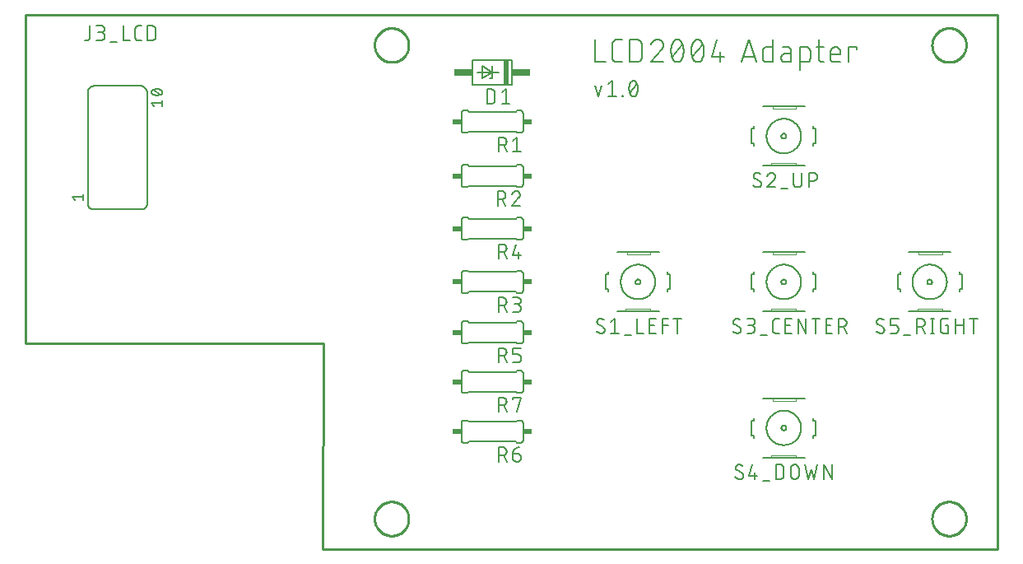
<source format=gbr>
G04 EAGLE Gerber RS-274X export*
G75*
%MOMM*%
%FSLAX34Y34*%
%LPD*%
%INSilkscreen Top*%
%IPPOS*%
%AMOC8*
5,1,8,0,0,1.08239X$1,22.5*%
G01*
%ADD10C,0.203200*%
%ADD11C,0.152400*%
%ADD12C,0.050800*%
%ADD13C,0.177800*%
%ADD14R,0.863600X0.609600*%
%ADD15R,0.508000X2.540000*%
%ADD16R,1.905000X0.762000*%
%ADD17C,0.127000*%
%ADD18C,0.254000*%


D10*
X636016Y524384D02*
X636016Y501016D01*
X646402Y501016D01*
X658560Y501016D02*
X663753Y501016D01*
X658560Y501016D02*
X658417Y501018D01*
X658274Y501024D01*
X658131Y501034D01*
X657989Y501048D01*
X657847Y501065D01*
X657705Y501087D01*
X657564Y501112D01*
X657424Y501142D01*
X657285Y501175D01*
X657147Y501212D01*
X657010Y501253D01*
X656874Y501297D01*
X656739Y501346D01*
X656606Y501398D01*
X656474Y501453D01*
X656344Y501513D01*
X656215Y501576D01*
X656088Y501642D01*
X655964Y501712D01*
X655841Y501785D01*
X655720Y501862D01*
X655601Y501942D01*
X655485Y502025D01*
X655370Y502111D01*
X655259Y502200D01*
X655149Y502293D01*
X655043Y502388D01*
X654939Y502487D01*
X654838Y502588D01*
X654739Y502692D01*
X654644Y502798D01*
X654551Y502908D01*
X654462Y503019D01*
X654376Y503134D01*
X654293Y503250D01*
X654213Y503369D01*
X654136Y503490D01*
X654063Y503613D01*
X653993Y503737D01*
X653927Y503864D01*
X653864Y503993D01*
X653804Y504123D01*
X653749Y504255D01*
X653697Y504388D01*
X653648Y504523D01*
X653604Y504659D01*
X653563Y504796D01*
X653526Y504934D01*
X653493Y505073D01*
X653463Y505213D01*
X653438Y505354D01*
X653416Y505496D01*
X653399Y505638D01*
X653385Y505780D01*
X653375Y505923D01*
X653369Y506066D01*
X653367Y506209D01*
X653367Y519191D01*
X653369Y519334D01*
X653375Y519477D01*
X653385Y519620D01*
X653399Y519762D01*
X653416Y519904D01*
X653438Y520046D01*
X653463Y520187D01*
X653493Y520327D01*
X653526Y520466D01*
X653563Y520604D01*
X653604Y520741D01*
X653648Y520877D01*
X653697Y521012D01*
X653749Y521145D01*
X653804Y521277D01*
X653864Y521407D01*
X653927Y521536D01*
X653993Y521663D01*
X654063Y521787D01*
X654136Y521910D01*
X654213Y522031D01*
X654293Y522150D01*
X654376Y522266D01*
X654462Y522381D01*
X654551Y522492D01*
X654644Y522602D01*
X654739Y522708D01*
X654838Y522812D01*
X654939Y522913D01*
X655043Y523012D01*
X655149Y523107D01*
X655259Y523200D01*
X655370Y523289D01*
X655485Y523375D01*
X655601Y523458D01*
X655720Y523538D01*
X655841Y523615D01*
X655963Y523688D01*
X656088Y523758D01*
X656215Y523824D01*
X656344Y523887D01*
X656474Y523947D01*
X656606Y524002D01*
X656739Y524054D01*
X656874Y524103D01*
X657010Y524147D01*
X657147Y524188D01*
X657285Y524225D01*
X657424Y524258D01*
X657564Y524288D01*
X657705Y524313D01*
X657847Y524335D01*
X657989Y524352D01*
X658131Y524366D01*
X658274Y524376D01*
X658417Y524382D01*
X658560Y524384D01*
X663753Y524384D01*
X671486Y524384D02*
X671486Y501016D01*
X671486Y524384D02*
X677977Y524384D01*
X678136Y524382D01*
X678295Y524376D01*
X678455Y524366D01*
X678613Y524353D01*
X678772Y524335D01*
X678929Y524314D01*
X679087Y524288D01*
X679243Y524259D01*
X679399Y524226D01*
X679554Y524189D01*
X679708Y524149D01*
X679861Y524104D01*
X680013Y524056D01*
X680164Y524005D01*
X680313Y523949D01*
X680461Y523890D01*
X680607Y523827D01*
X680752Y523761D01*
X680895Y523691D01*
X681037Y523618D01*
X681176Y523541D01*
X681314Y523461D01*
X681450Y523377D01*
X681583Y523290D01*
X681715Y523200D01*
X681844Y523107D01*
X681970Y523010D01*
X682095Y522911D01*
X682217Y522808D01*
X682336Y522703D01*
X682453Y522594D01*
X682567Y522483D01*
X682678Y522369D01*
X682787Y522252D01*
X682892Y522133D01*
X682995Y522011D01*
X683094Y521886D01*
X683191Y521760D01*
X683284Y521631D01*
X683374Y521499D01*
X683461Y521366D01*
X683545Y521230D01*
X683625Y521092D01*
X683702Y520953D01*
X683775Y520811D01*
X683845Y520668D01*
X683911Y520523D01*
X683974Y520377D01*
X684033Y520229D01*
X684089Y520080D01*
X684140Y519929D01*
X684188Y519777D01*
X684233Y519624D01*
X684273Y519470D01*
X684310Y519315D01*
X684343Y519159D01*
X684372Y519003D01*
X684398Y518845D01*
X684419Y518688D01*
X684437Y518529D01*
X684450Y518371D01*
X684460Y518211D01*
X684466Y518052D01*
X684468Y517893D01*
X684468Y507507D01*
X684466Y507348D01*
X684460Y507189D01*
X684450Y507029D01*
X684437Y506871D01*
X684419Y506712D01*
X684398Y506555D01*
X684372Y506397D01*
X684343Y506241D01*
X684310Y506085D01*
X684273Y505930D01*
X684233Y505776D01*
X684188Y505623D01*
X684140Y505471D01*
X684089Y505320D01*
X684033Y505171D01*
X683974Y505023D01*
X683911Y504877D01*
X683845Y504732D01*
X683775Y504589D01*
X683702Y504447D01*
X683625Y504308D01*
X683545Y504170D01*
X683461Y504034D01*
X683374Y503901D01*
X683284Y503769D01*
X683191Y503640D01*
X683094Y503514D01*
X682995Y503389D01*
X682892Y503267D01*
X682787Y503148D01*
X682678Y503031D01*
X682567Y502917D01*
X682453Y502806D01*
X682336Y502697D01*
X682217Y502592D01*
X682095Y502489D01*
X681970Y502390D01*
X681844Y502293D01*
X681715Y502200D01*
X681583Y502110D01*
X681450Y502023D01*
X681314Y501939D01*
X681176Y501859D01*
X681037Y501782D01*
X680895Y501709D01*
X680752Y501639D01*
X680607Y501573D01*
X680461Y501510D01*
X680313Y501451D01*
X680164Y501395D01*
X680013Y501344D01*
X679861Y501295D01*
X679708Y501251D01*
X679554Y501211D01*
X679399Y501174D01*
X679243Y501141D01*
X679087Y501112D01*
X678929Y501086D01*
X678772Y501065D01*
X678613Y501047D01*
X678454Y501034D01*
X678295Y501024D01*
X678136Y501018D01*
X677977Y501016D01*
X671486Y501016D01*
X700200Y524384D02*
X700350Y524382D01*
X700501Y524376D01*
X700651Y524367D01*
X700801Y524353D01*
X700950Y524336D01*
X701099Y524314D01*
X701247Y524289D01*
X701395Y524260D01*
X701542Y524228D01*
X701688Y524191D01*
X701833Y524151D01*
X701977Y524107D01*
X702119Y524060D01*
X702261Y524008D01*
X702401Y523954D01*
X702539Y523895D01*
X702677Y523833D01*
X702812Y523768D01*
X702946Y523699D01*
X703077Y523626D01*
X703207Y523550D01*
X703335Y523471D01*
X703461Y523389D01*
X703585Y523303D01*
X703706Y523215D01*
X703826Y523123D01*
X703942Y523028D01*
X704057Y522930D01*
X704168Y522829D01*
X704277Y522726D01*
X704384Y522619D01*
X704487Y522510D01*
X704588Y522399D01*
X704686Y522284D01*
X704781Y522168D01*
X704873Y522048D01*
X704961Y521927D01*
X705047Y521803D01*
X705129Y521677D01*
X705208Y521549D01*
X705284Y521419D01*
X705357Y521288D01*
X705426Y521154D01*
X705491Y521019D01*
X705553Y520881D01*
X705612Y520743D01*
X705666Y520603D01*
X705718Y520461D01*
X705765Y520319D01*
X705809Y520175D01*
X705849Y520030D01*
X705886Y519884D01*
X705918Y519737D01*
X705947Y519589D01*
X705972Y519441D01*
X705994Y519292D01*
X706011Y519143D01*
X706025Y518993D01*
X706034Y518843D01*
X706040Y518692D01*
X706042Y518542D01*
X700200Y524384D02*
X700019Y524382D01*
X699837Y524375D01*
X699656Y524364D01*
X699475Y524349D01*
X699295Y524329D01*
X699115Y524305D01*
X698936Y524277D01*
X698757Y524244D01*
X698579Y524207D01*
X698403Y524166D01*
X698227Y524120D01*
X698052Y524070D01*
X697879Y524016D01*
X697707Y523958D01*
X697537Y523896D01*
X697368Y523829D01*
X697201Y523759D01*
X697035Y523684D01*
X696872Y523606D01*
X696710Y523523D01*
X696550Y523437D01*
X696393Y523347D01*
X696237Y523253D01*
X696084Y523155D01*
X695934Y523054D01*
X695786Y522949D01*
X695640Y522840D01*
X695497Y522728D01*
X695357Y522613D01*
X695220Y522494D01*
X695086Y522372D01*
X694955Y522246D01*
X694826Y522118D01*
X694701Y521987D01*
X694579Y521852D01*
X694461Y521715D01*
X694345Y521575D01*
X694234Y521432D01*
X694125Y521286D01*
X694020Y521138D01*
X693919Y520987D01*
X693822Y520834D01*
X693728Y520679D01*
X693638Y520521D01*
X693552Y520361D01*
X693470Y520199D01*
X693391Y520036D01*
X693317Y519870D01*
X693247Y519703D01*
X693180Y519534D01*
X693118Y519363D01*
X693060Y519191D01*
X704096Y513998D02*
X704206Y514106D01*
X704313Y514216D01*
X704418Y514329D01*
X704520Y514444D01*
X704619Y514562D01*
X704715Y514682D01*
X704809Y514805D01*
X704899Y514929D01*
X704986Y515056D01*
X705070Y515185D01*
X705151Y515317D01*
X705228Y515450D01*
X705302Y515585D01*
X705373Y515721D01*
X705441Y515860D01*
X705505Y516000D01*
X705566Y516141D01*
X705623Y516284D01*
X705676Y516428D01*
X705726Y516574D01*
X705773Y516721D01*
X705816Y516869D01*
X705855Y517018D01*
X705891Y517167D01*
X705922Y517318D01*
X705951Y517469D01*
X705975Y517621D01*
X705996Y517774D01*
X706013Y517927D01*
X706026Y518080D01*
X706035Y518234D01*
X706041Y518388D01*
X706043Y518542D01*
X704095Y513998D02*
X693060Y501016D01*
X706042Y501016D01*
X713939Y512700D02*
X713944Y513160D01*
X713961Y513619D01*
X713988Y514078D01*
X714027Y514536D01*
X714076Y514993D01*
X714136Y515449D01*
X714207Y515903D01*
X714289Y516356D01*
X714382Y516806D01*
X714485Y517254D01*
X714599Y517699D01*
X714724Y518142D01*
X714859Y518581D01*
X715005Y519017D01*
X715161Y519449D01*
X715327Y519878D01*
X715503Y520303D01*
X715690Y520723D01*
X715886Y521138D01*
X715887Y521139D02*
X715932Y521266D01*
X715982Y521392D01*
X716034Y521517D01*
X716091Y521640D01*
X716151Y521762D01*
X716214Y521881D01*
X716280Y521999D01*
X716350Y522115D01*
X716423Y522229D01*
X716499Y522341D01*
X716579Y522451D01*
X716661Y522558D01*
X716747Y522663D01*
X716835Y522766D01*
X716926Y522866D01*
X717020Y522964D01*
X717117Y523058D01*
X717216Y523150D01*
X717318Y523240D01*
X717422Y523326D01*
X717529Y523409D01*
X717638Y523489D01*
X717750Y523567D01*
X717863Y523640D01*
X717978Y523711D01*
X718096Y523779D01*
X718215Y523843D01*
X718336Y523904D01*
X718459Y523961D01*
X718583Y524015D01*
X718709Y524065D01*
X718836Y524112D01*
X718964Y524155D01*
X719094Y524194D01*
X719224Y524230D01*
X719356Y524262D01*
X719488Y524291D01*
X719621Y524315D01*
X719755Y524336D01*
X719890Y524353D01*
X720024Y524367D01*
X720159Y524376D01*
X720295Y524382D01*
X720430Y524384D01*
X720565Y524382D01*
X720701Y524376D01*
X720836Y524367D01*
X720971Y524353D01*
X721105Y524336D01*
X721239Y524315D01*
X721372Y524291D01*
X721504Y524262D01*
X721636Y524230D01*
X721766Y524194D01*
X721896Y524155D01*
X722024Y524112D01*
X722151Y524065D01*
X722277Y524015D01*
X722401Y523961D01*
X722524Y523904D01*
X722645Y523843D01*
X722764Y523779D01*
X722882Y523711D01*
X722997Y523640D01*
X723110Y523566D01*
X723222Y523489D01*
X723331Y523409D01*
X723438Y523326D01*
X723542Y523240D01*
X723644Y523150D01*
X723743Y523058D01*
X723840Y522964D01*
X723934Y522866D01*
X724025Y522766D01*
X724113Y522663D01*
X724199Y522558D01*
X724281Y522451D01*
X724361Y522341D01*
X724437Y522229D01*
X724510Y522115D01*
X724580Y521999D01*
X724646Y521881D01*
X724709Y521762D01*
X724769Y521640D01*
X724826Y521517D01*
X724878Y521392D01*
X724928Y521266D01*
X724973Y521139D01*
X724974Y521139D02*
X725170Y520723D01*
X725357Y520303D01*
X725533Y519878D01*
X725699Y519450D01*
X725855Y519017D01*
X726001Y518581D01*
X726136Y518142D01*
X726261Y517699D01*
X726375Y517254D01*
X726478Y516806D01*
X726571Y516356D01*
X726653Y515903D01*
X726724Y515449D01*
X726784Y514993D01*
X726833Y514536D01*
X726872Y514078D01*
X726899Y513619D01*
X726916Y513160D01*
X726921Y512700D01*
X713939Y512700D02*
X713944Y512240D01*
X713961Y511781D01*
X713988Y511322D01*
X714027Y510864D01*
X714076Y510407D01*
X714136Y509951D01*
X714207Y509497D01*
X714289Y509045D01*
X714382Y508594D01*
X714485Y508146D01*
X714599Y507701D01*
X714724Y507258D01*
X714859Y506819D01*
X715005Y506383D01*
X715161Y505951D01*
X715327Y505522D01*
X715503Y505097D01*
X715690Y504677D01*
X715886Y504262D01*
X715887Y504261D02*
X715932Y504134D01*
X715982Y504008D01*
X716034Y503883D01*
X716091Y503760D01*
X716151Y503638D01*
X716214Y503519D01*
X716280Y503401D01*
X716350Y503285D01*
X716423Y503171D01*
X716499Y503059D01*
X716579Y502949D01*
X716661Y502842D01*
X716747Y502737D01*
X716835Y502634D01*
X716926Y502534D01*
X717020Y502436D01*
X717117Y502342D01*
X717216Y502250D01*
X717318Y502160D01*
X717423Y502074D01*
X717529Y501991D01*
X717638Y501911D01*
X717750Y501833D01*
X717863Y501760D01*
X717978Y501689D01*
X718096Y501621D01*
X718215Y501557D01*
X718336Y501496D01*
X718459Y501439D01*
X718583Y501385D01*
X718709Y501335D01*
X718836Y501288D01*
X718964Y501245D01*
X719094Y501206D01*
X719224Y501170D01*
X719356Y501138D01*
X719488Y501109D01*
X719621Y501085D01*
X719755Y501064D01*
X719890Y501047D01*
X720024Y501033D01*
X720159Y501024D01*
X720295Y501018D01*
X720430Y501016D01*
X724974Y504262D02*
X725170Y504677D01*
X725357Y505097D01*
X725533Y505522D01*
X725699Y505950D01*
X725855Y506383D01*
X726001Y506819D01*
X726136Y507258D01*
X726261Y507701D01*
X726375Y508146D01*
X726478Y508594D01*
X726571Y509044D01*
X726653Y509497D01*
X726724Y509951D01*
X726784Y510407D01*
X726833Y510864D01*
X726872Y511322D01*
X726899Y511781D01*
X726916Y512240D01*
X726921Y512700D01*
X724973Y504261D02*
X724928Y504134D01*
X724878Y504008D01*
X724826Y503883D01*
X724769Y503760D01*
X724709Y503638D01*
X724646Y503519D01*
X724580Y503401D01*
X724510Y503285D01*
X724437Y503171D01*
X724361Y503059D01*
X724281Y502949D01*
X724199Y502842D01*
X724113Y502737D01*
X724025Y502634D01*
X723934Y502534D01*
X723840Y502436D01*
X723743Y502342D01*
X723644Y502250D01*
X723542Y502160D01*
X723438Y502074D01*
X723331Y501991D01*
X723222Y501911D01*
X723110Y501833D01*
X722997Y501760D01*
X722882Y501689D01*
X722764Y501621D01*
X722645Y501557D01*
X722524Y501496D01*
X722401Y501439D01*
X722277Y501385D01*
X722151Y501335D01*
X722024Y501288D01*
X721896Y501245D01*
X721766Y501206D01*
X721636Y501170D01*
X721504Y501138D01*
X721372Y501109D01*
X721239Y501085D01*
X721105Y501064D01*
X720970Y501047D01*
X720836Y501033D01*
X720701Y501024D01*
X720565Y501018D01*
X720430Y501016D01*
X715237Y506209D02*
X725623Y519191D01*
X734818Y512700D02*
X734823Y513160D01*
X734840Y513619D01*
X734867Y514078D01*
X734906Y514536D01*
X734955Y514993D01*
X735015Y515449D01*
X735086Y515903D01*
X735168Y516356D01*
X735261Y516806D01*
X735364Y517254D01*
X735478Y517699D01*
X735603Y518142D01*
X735738Y518581D01*
X735884Y519017D01*
X736040Y519449D01*
X736206Y519878D01*
X736382Y520303D01*
X736569Y520723D01*
X736765Y521138D01*
X736766Y521139D02*
X736811Y521266D01*
X736861Y521392D01*
X736913Y521517D01*
X736970Y521640D01*
X737030Y521762D01*
X737093Y521881D01*
X737159Y521999D01*
X737229Y522115D01*
X737302Y522229D01*
X737378Y522341D01*
X737458Y522451D01*
X737540Y522558D01*
X737626Y522663D01*
X737714Y522766D01*
X737805Y522866D01*
X737899Y522964D01*
X737996Y523058D01*
X738095Y523150D01*
X738197Y523240D01*
X738301Y523326D01*
X738408Y523409D01*
X738517Y523489D01*
X738629Y523567D01*
X738742Y523640D01*
X738857Y523711D01*
X738975Y523779D01*
X739094Y523843D01*
X739215Y523904D01*
X739338Y523961D01*
X739462Y524015D01*
X739588Y524065D01*
X739715Y524112D01*
X739843Y524155D01*
X739973Y524194D01*
X740103Y524230D01*
X740235Y524262D01*
X740367Y524291D01*
X740500Y524315D01*
X740634Y524336D01*
X740769Y524353D01*
X740903Y524367D01*
X741038Y524376D01*
X741174Y524382D01*
X741309Y524384D01*
X741444Y524382D01*
X741580Y524376D01*
X741715Y524367D01*
X741850Y524353D01*
X741984Y524336D01*
X742118Y524315D01*
X742251Y524291D01*
X742383Y524262D01*
X742515Y524230D01*
X742645Y524194D01*
X742775Y524155D01*
X742903Y524112D01*
X743030Y524065D01*
X743156Y524015D01*
X743280Y523961D01*
X743403Y523904D01*
X743524Y523843D01*
X743643Y523779D01*
X743761Y523711D01*
X743876Y523640D01*
X743989Y523566D01*
X744101Y523489D01*
X744210Y523409D01*
X744317Y523326D01*
X744421Y523240D01*
X744523Y523150D01*
X744622Y523058D01*
X744719Y522964D01*
X744813Y522866D01*
X744904Y522766D01*
X744992Y522663D01*
X745078Y522558D01*
X745160Y522451D01*
X745240Y522341D01*
X745316Y522229D01*
X745389Y522115D01*
X745459Y521999D01*
X745525Y521881D01*
X745588Y521762D01*
X745648Y521640D01*
X745705Y521517D01*
X745757Y521392D01*
X745807Y521266D01*
X745852Y521139D01*
X745853Y521139D02*
X746049Y520723D01*
X746236Y520303D01*
X746412Y519878D01*
X746578Y519450D01*
X746734Y519017D01*
X746880Y518581D01*
X747015Y518142D01*
X747140Y517699D01*
X747254Y517254D01*
X747357Y516806D01*
X747450Y516356D01*
X747532Y515903D01*
X747603Y515449D01*
X747663Y514993D01*
X747712Y514536D01*
X747751Y514078D01*
X747778Y513619D01*
X747795Y513160D01*
X747800Y512700D01*
X734818Y512700D02*
X734823Y512240D01*
X734840Y511781D01*
X734867Y511322D01*
X734906Y510864D01*
X734955Y510407D01*
X735015Y509951D01*
X735086Y509497D01*
X735168Y509045D01*
X735261Y508594D01*
X735364Y508146D01*
X735478Y507701D01*
X735603Y507258D01*
X735738Y506819D01*
X735884Y506383D01*
X736040Y505951D01*
X736206Y505522D01*
X736382Y505097D01*
X736569Y504677D01*
X736765Y504262D01*
X736766Y504261D02*
X736811Y504134D01*
X736861Y504008D01*
X736913Y503883D01*
X736970Y503760D01*
X737030Y503638D01*
X737093Y503519D01*
X737159Y503401D01*
X737229Y503285D01*
X737302Y503171D01*
X737378Y503059D01*
X737458Y502949D01*
X737540Y502842D01*
X737626Y502737D01*
X737714Y502634D01*
X737805Y502534D01*
X737899Y502436D01*
X737996Y502342D01*
X738095Y502250D01*
X738197Y502160D01*
X738302Y502074D01*
X738408Y501991D01*
X738517Y501911D01*
X738629Y501833D01*
X738742Y501760D01*
X738857Y501689D01*
X738975Y501621D01*
X739094Y501557D01*
X739215Y501496D01*
X739338Y501439D01*
X739462Y501385D01*
X739588Y501335D01*
X739715Y501288D01*
X739843Y501245D01*
X739973Y501206D01*
X740103Y501170D01*
X740235Y501138D01*
X740367Y501109D01*
X740500Y501085D01*
X740634Y501064D01*
X740769Y501047D01*
X740903Y501033D01*
X741038Y501024D01*
X741174Y501018D01*
X741309Y501016D01*
X745853Y504262D02*
X746049Y504677D01*
X746236Y505097D01*
X746412Y505522D01*
X746578Y505950D01*
X746734Y506383D01*
X746880Y506819D01*
X747015Y507258D01*
X747140Y507701D01*
X747254Y508146D01*
X747357Y508594D01*
X747450Y509044D01*
X747532Y509497D01*
X747603Y509951D01*
X747663Y510407D01*
X747712Y510864D01*
X747751Y511322D01*
X747778Y511781D01*
X747795Y512240D01*
X747800Y512700D01*
X745852Y504261D02*
X745807Y504134D01*
X745757Y504008D01*
X745705Y503883D01*
X745648Y503760D01*
X745588Y503638D01*
X745525Y503519D01*
X745459Y503401D01*
X745389Y503285D01*
X745316Y503171D01*
X745240Y503059D01*
X745160Y502949D01*
X745078Y502842D01*
X744992Y502737D01*
X744904Y502634D01*
X744813Y502534D01*
X744719Y502436D01*
X744622Y502342D01*
X744523Y502250D01*
X744421Y502160D01*
X744317Y502074D01*
X744210Y501991D01*
X744101Y501911D01*
X743989Y501833D01*
X743876Y501760D01*
X743761Y501689D01*
X743643Y501621D01*
X743524Y501557D01*
X743403Y501496D01*
X743280Y501439D01*
X743156Y501385D01*
X743030Y501335D01*
X742903Y501288D01*
X742775Y501245D01*
X742645Y501206D01*
X742515Y501170D01*
X742383Y501138D01*
X742251Y501109D01*
X742118Y501085D01*
X741984Y501064D01*
X741849Y501047D01*
X741715Y501033D01*
X741580Y501024D01*
X741444Y501018D01*
X741309Y501016D01*
X736116Y506209D02*
X746502Y519191D01*
X760889Y524384D02*
X755697Y506209D01*
X768679Y506209D01*
X764784Y511402D02*
X764784Y501016D01*
X786412Y501016D02*
X794202Y524384D01*
X801991Y501016D01*
X800044Y506858D02*
X788360Y506858D01*
X818831Y501016D02*
X818831Y524384D01*
X818831Y501016D02*
X812339Y501016D01*
X812217Y501018D01*
X812094Y501024D01*
X811972Y501033D01*
X811851Y501047D01*
X811730Y501064D01*
X811609Y501085D01*
X811489Y501110D01*
X811370Y501138D01*
X811252Y501171D01*
X811135Y501207D01*
X811020Y501246D01*
X810905Y501290D01*
X810792Y501336D01*
X810681Y501387D01*
X810571Y501441D01*
X810463Y501498D01*
X810356Y501558D01*
X810252Y501622D01*
X810150Y501690D01*
X810050Y501760D01*
X809952Y501833D01*
X809856Y501910D01*
X809763Y501989D01*
X809673Y502072D01*
X809585Y502157D01*
X809500Y502245D01*
X809417Y502335D01*
X809338Y502428D01*
X809261Y502524D01*
X809188Y502622D01*
X809118Y502722D01*
X809050Y502824D01*
X808986Y502928D01*
X808926Y503035D01*
X808869Y503143D01*
X808815Y503253D01*
X808764Y503364D01*
X808718Y503477D01*
X808674Y503592D01*
X808635Y503707D01*
X808599Y503824D01*
X808566Y503942D01*
X808538Y504061D01*
X808513Y504181D01*
X808492Y504302D01*
X808475Y504423D01*
X808461Y504544D01*
X808452Y504666D01*
X808446Y504789D01*
X808444Y504911D01*
X808445Y504911D02*
X808445Y512700D01*
X808444Y512700D02*
X808446Y512822D01*
X808452Y512945D01*
X808461Y513067D01*
X808475Y513188D01*
X808492Y513309D01*
X808513Y513430D01*
X808538Y513550D01*
X808566Y513669D01*
X808599Y513787D01*
X808635Y513904D01*
X808674Y514019D01*
X808718Y514134D01*
X808764Y514247D01*
X808815Y514358D01*
X808869Y514468D01*
X808926Y514576D01*
X808986Y514683D01*
X809050Y514787D01*
X809118Y514889D01*
X809188Y514989D01*
X809261Y515087D01*
X809338Y515183D01*
X809417Y515276D01*
X809500Y515366D01*
X809585Y515454D01*
X809673Y515539D01*
X809763Y515622D01*
X809856Y515701D01*
X809952Y515778D01*
X810050Y515851D01*
X810150Y515921D01*
X810252Y515989D01*
X810356Y516053D01*
X810463Y516113D01*
X810571Y516170D01*
X810681Y516224D01*
X810792Y516275D01*
X810905Y516321D01*
X811020Y516365D01*
X811135Y516404D01*
X811252Y516440D01*
X811370Y516473D01*
X811489Y516501D01*
X811609Y516526D01*
X811730Y516547D01*
X811851Y516564D01*
X811972Y516578D01*
X812094Y516587D01*
X812217Y516593D01*
X812339Y516595D01*
X818831Y516595D01*
X831779Y510104D02*
X837621Y510104D01*
X831779Y510104D02*
X831646Y510102D01*
X831512Y510096D01*
X831379Y510086D01*
X831247Y510073D01*
X831114Y510055D01*
X830983Y510034D01*
X830852Y510008D01*
X830721Y509979D01*
X830592Y509946D01*
X830464Y509910D01*
X830337Y509869D01*
X830211Y509825D01*
X830086Y509777D01*
X829963Y509725D01*
X829842Y509670D01*
X829722Y509612D01*
X829604Y509550D01*
X829488Y509484D01*
X829374Y509415D01*
X829261Y509343D01*
X829151Y509267D01*
X829044Y509189D01*
X828938Y509107D01*
X828836Y509022D01*
X828735Y508934D01*
X828637Y508843D01*
X828542Y508749D01*
X828450Y508653D01*
X828361Y508554D01*
X828274Y508452D01*
X828191Y508348D01*
X828111Y508242D01*
X828034Y508133D01*
X827960Y508022D01*
X827889Y507909D01*
X827822Y507793D01*
X827758Y507676D01*
X827697Y507557D01*
X827641Y507437D01*
X827587Y507314D01*
X827538Y507190D01*
X827492Y507065D01*
X827449Y506939D01*
X827411Y506811D01*
X827376Y506682D01*
X827345Y506553D01*
X827317Y506422D01*
X827294Y506291D01*
X827275Y506159D01*
X827259Y506026D01*
X827247Y505893D01*
X827239Y505760D01*
X827235Y505627D01*
X827235Y505493D01*
X827239Y505360D01*
X827247Y505227D01*
X827259Y505094D01*
X827275Y504961D01*
X827294Y504829D01*
X827317Y504698D01*
X827345Y504567D01*
X827376Y504438D01*
X827411Y504309D01*
X827449Y504181D01*
X827492Y504055D01*
X827538Y503930D01*
X827587Y503806D01*
X827641Y503683D01*
X827697Y503563D01*
X827758Y503444D01*
X827822Y503327D01*
X827889Y503211D01*
X827960Y503098D01*
X828034Y502987D01*
X828111Y502878D01*
X828191Y502772D01*
X828274Y502668D01*
X828361Y502566D01*
X828450Y502467D01*
X828542Y502371D01*
X828637Y502277D01*
X828735Y502186D01*
X828836Y502098D01*
X828938Y502013D01*
X829044Y501931D01*
X829151Y501853D01*
X829261Y501777D01*
X829374Y501705D01*
X829488Y501636D01*
X829604Y501570D01*
X829722Y501508D01*
X829842Y501450D01*
X829963Y501395D01*
X830086Y501343D01*
X830211Y501295D01*
X830337Y501251D01*
X830464Y501210D01*
X830592Y501174D01*
X830721Y501141D01*
X830852Y501112D01*
X830983Y501086D01*
X831114Y501065D01*
X831247Y501047D01*
X831379Y501034D01*
X831512Y501024D01*
X831646Y501018D01*
X831779Y501016D01*
X837621Y501016D01*
X837621Y512700D01*
X837622Y512700D02*
X837620Y512822D01*
X837614Y512945D01*
X837605Y513067D01*
X837591Y513188D01*
X837574Y513309D01*
X837553Y513430D01*
X837528Y513550D01*
X837500Y513669D01*
X837467Y513787D01*
X837431Y513904D01*
X837392Y514019D01*
X837348Y514134D01*
X837302Y514247D01*
X837251Y514358D01*
X837197Y514468D01*
X837140Y514576D01*
X837080Y514683D01*
X837016Y514787D01*
X836948Y514889D01*
X836878Y514989D01*
X836805Y515087D01*
X836728Y515183D01*
X836649Y515276D01*
X836566Y515366D01*
X836481Y515454D01*
X836393Y515539D01*
X836303Y515622D01*
X836210Y515701D01*
X836114Y515778D01*
X836016Y515851D01*
X835916Y515921D01*
X835814Y515989D01*
X835710Y516053D01*
X835603Y516113D01*
X835495Y516170D01*
X835385Y516224D01*
X835274Y516275D01*
X835161Y516321D01*
X835046Y516365D01*
X834931Y516404D01*
X834814Y516440D01*
X834696Y516473D01*
X834577Y516501D01*
X834457Y516526D01*
X834336Y516547D01*
X834215Y516564D01*
X834094Y516578D01*
X833972Y516587D01*
X833849Y516593D01*
X833727Y516595D01*
X828534Y516595D01*
X846824Y516595D02*
X846824Y493227D01*
X846824Y516595D02*
X853316Y516595D01*
X853438Y516593D01*
X853561Y516587D01*
X853683Y516578D01*
X853804Y516564D01*
X853925Y516547D01*
X854046Y516526D01*
X854166Y516501D01*
X854285Y516473D01*
X854403Y516440D01*
X854520Y516404D01*
X854635Y516365D01*
X854750Y516321D01*
X854863Y516275D01*
X854974Y516224D01*
X855084Y516170D01*
X855192Y516113D01*
X855299Y516053D01*
X855403Y515989D01*
X855505Y515921D01*
X855605Y515851D01*
X855703Y515778D01*
X855799Y515701D01*
X855892Y515622D01*
X855982Y515539D01*
X856070Y515454D01*
X856155Y515366D01*
X856238Y515276D01*
X856317Y515183D01*
X856394Y515087D01*
X856467Y514989D01*
X856537Y514889D01*
X856605Y514787D01*
X856669Y514683D01*
X856729Y514576D01*
X856786Y514468D01*
X856840Y514358D01*
X856891Y514247D01*
X856937Y514134D01*
X856981Y514019D01*
X857020Y513904D01*
X857056Y513787D01*
X857089Y513669D01*
X857117Y513550D01*
X857142Y513430D01*
X857163Y513309D01*
X857180Y513188D01*
X857194Y513067D01*
X857203Y512945D01*
X857209Y512822D01*
X857211Y512700D01*
X857210Y512700D02*
X857210Y504911D01*
X857211Y504911D02*
X857209Y504789D01*
X857203Y504666D01*
X857194Y504544D01*
X857180Y504423D01*
X857163Y504302D01*
X857142Y504181D01*
X857117Y504061D01*
X857089Y503942D01*
X857056Y503824D01*
X857020Y503707D01*
X856981Y503592D01*
X856937Y503477D01*
X856891Y503364D01*
X856840Y503253D01*
X856786Y503143D01*
X856729Y503035D01*
X856669Y502928D01*
X856605Y502824D01*
X856537Y502722D01*
X856467Y502622D01*
X856394Y502524D01*
X856317Y502428D01*
X856238Y502335D01*
X856155Y502245D01*
X856070Y502157D01*
X855982Y502072D01*
X855892Y501989D01*
X855799Y501910D01*
X855703Y501833D01*
X855605Y501760D01*
X855505Y501690D01*
X855403Y501622D01*
X855299Y501558D01*
X855192Y501498D01*
X855084Y501441D01*
X854974Y501387D01*
X854863Y501336D01*
X854750Y501290D01*
X854635Y501246D01*
X854520Y501207D01*
X854403Y501171D01*
X854285Y501138D01*
X854166Y501110D01*
X854046Y501085D01*
X853925Y501064D01*
X853804Y501047D01*
X853683Y501033D01*
X853561Y501024D01*
X853438Y501018D01*
X853316Y501016D01*
X846824Y501016D01*
X863299Y516595D02*
X871088Y516595D01*
X865895Y524384D02*
X865895Y504911D01*
X865897Y504789D01*
X865903Y504666D01*
X865912Y504544D01*
X865926Y504423D01*
X865943Y504302D01*
X865964Y504181D01*
X865989Y504061D01*
X866017Y503942D01*
X866050Y503824D01*
X866086Y503707D01*
X866125Y503592D01*
X866169Y503477D01*
X866215Y503364D01*
X866266Y503253D01*
X866320Y503143D01*
X866377Y503035D01*
X866437Y502928D01*
X866501Y502824D01*
X866569Y502722D01*
X866639Y502622D01*
X866712Y502524D01*
X866789Y502428D01*
X866868Y502335D01*
X866951Y502245D01*
X867036Y502157D01*
X867124Y502072D01*
X867214Y501989D01*
X867307Y501910D01*
X867403Y501833D01*
X867501Y501760D01*
X867601Y501690D01*
X867703Y501622D01*
X867807Y501558D01*
X867914Y501498D01*
X868022Y501441D01*
X868132Y501387D01*
X868243Y501336D01*
X868356Y501290D01*
X868471Y501246D01*
X868586Y501207D01*
X868703Y501171D01*
X868821Y501138D01*
X868940Y501110D01*
X869060Y501085D01*
X869181Y501064D01*
X869302Y501047D01*
X869423Y501033D01*
X869545Y501024D01*
X869668Y501018D01*
X869790Y501016D01*
X871088Y501016D01*
X881986Y501016D02*
X888477Y501016D01*
X881986Y501016D02*
X881864Y501018D01*
X881741Y501024D01*
X881619Y501033D01*
X881498Y501047D01*
X881377Y501064D01*
X881256Y501085D01*
X881136Y501110D01*
X881017Y501138D01*
X880899Y501171D01*
X880782Y501207D01*
X880667Y501246D01*
X880552Y501290D01*
X880439Y501336D01*
X880328Y501387D01*
X880218Y501441D01*
X880110Y501498D01*
X880003Y501558D01*
X879899Y501622D01*
X879797Y501690D01*
X879697Y501760D01*
X879599Y501833D01*
X879503Y501910D01*
X879410Y501989D01*
X879320Y502072D01*
X879232Y502157D01*
X879147Y502245D01*
X879064Y502335D01*
X878985Y502428D01*
X878908Y502524D01*
X878835Y502622D01*
X878765Y502722D01*
X878697Y502824D01*
X878633Y502928D01*
X878573Y503035D01*
X878516Y503143D01*
X878462Y503253D01*
X878411Y503364D01*
X878365Y503477D01*
X878321Y503592D01*
X878282Y503707D01*
X878246Y503824D01*
X878213Y503942D01*
X878185Y504061D01*
X878160Y504181D01*
X878139Y504302D01*
X878122Y504423D01*
X878108Y504544D01*
X878099Y504666D01*
X878093Y504789D01*
X878091Y504911D01*
X878092Y504911D02*
X878092Y511402D01*
X878091Y511402D02*
X878093Y511545D01*
X878099Y511688D01*
X878109Y511831D01*
X878123Y511973D01*
X878140Y512115D01*
X878162Y512257D01*
X878187Y512398D01*
X878217Y512538D01*
X878250Y512677D01*
X878287Y512815D01*
X878328Y512952D01*
X878372Y513088D01*
X878421Y513223D01*
X878473Y513356D01*
X878528Y513488D01*
X878588Y513618D01*
X878651Y513747D01*
X878717Y513874D01*
X878787Y513999D01*
X878860Y514121D01*
X878937Y514242D01*
X879017Y514361D01*
X879100Y514477D01*
X879186Y514592D01*
X879275Y514703D01*
X879368Y514813D01*
X879463Y514919D01*
X879562Y515023D01*
X879663Y515124D01*
X879767Y515223D01*
X879873Y515318D01*
X879983Y515411D01*
X880094Y515500D01*
X880209Y515586D01*
X880325Y515669D01*
X880444Y515749D01*
X880565Y515826D01*
X880688Y515899D01*
X880812Y515969D01*
X880939Y516035D01*
X881068Y516098D01*
X881198Y516158D01*
X881330Y516213D01*
X881463Y516265D01*
X881598Y516314D01*
X881734Y516358D01*
X881871Y516399D01*
X882009Y516436D01*
X882148Y516469D01*
X882288Y516499D01*
X882429Y516524D01*
X882571Y516546D01*
X882713Y516563D01*
X882855Y516577D01*
X882998Y516587D01*
X883141Y516593D01*
X883284Y516595D01*
X883427Y516593D01*
X883570Y516587D01*
X883713Y516577D01*
X883855Y516563D01*
X883997Y516546D01*
X884139Y516524D01*
X884280Y516499D01*
X884420Y516469D01*
X884559Y516436D01*
X884697Y516399D01*
X884834Y516358D01*
X884970Y516314D01*
X885105Y516265D01*
X885238Y516213D01*
X885370Y516158D01*
X885500Y516098D01*
X885629Y516035D01*
X885756Y515969D01*
X885881Y515899D01*
X886003Y515826D01*
X886124Y515749D01*
X886243Y515669D01*
X886359Y515586D01*
X886474Y515500D01*
X886585Y515411D01*
X886695Y515318D01*
X886801Y515223D01*
X886905Y515124D01*
X887006Y515023D01*
X887105Y514919D01*
X887200Y514813D01*
X887293Y514703D01*
X887382Y514592D01*
X887468Y514477D01*
X887551Y514361D01*
X887631Y514242D01*
X887708Y514121D01*
X887781Y513999D01*
X887851Y513874D01*
X887917Y513747D01*
X887980Y513618D01*
X888040Y513488D01*
X888095Y513356D01*
X888147Y513223D01*
X888196Y513088D01*
X888240Y512952D01*
X888281Y512815D01*
X888318Y512677D01*
X888351Y512538D01*
X888381Y512398D01*
X888406Y512257D01*
X888428Y512115D01*
X888445Y511973D01*
X888459Y511831D01*
X888469Y511688D01*
X888475Y511545D01*
X888477Y511402D01*
X888477Y508805D01*
X878092Y508805D01*
X896946Y501016D02*
X896946Y516595D01*
X904736Y516595D01*
X904736Y513998D01*
D11*
X639374Y465762D02*
X635762Y476599D01*
X642987Y476599D02*
X639374Y465762D01*
X648927Y478406D02*
X653443Y482018D01*
X653443Y465762D01*
X657958Y465762D02*
X648927Y465762D01*
X663933Y465762D02*
X663933Y466665D01*
X664836Y466665D01*
X664836Y465762D01*
X663933Y465762D01*
X670811Y473890D02*
X670815Y474210D01*
X670826Y474529D01*
X670845Y474849D01*
X670872Y475167D01*
X670906Y475485D01*
X670948Y475802D01*
X670998Y476118D01*
X671055Y476433D01*
X671119Y476746D01*
X671191Y477058D01*
X671270Y477368D01*
X671357Y477675D01*
X671451Y477981D01*
X671552Y478284D01*
X671661Y478585D01*
X671776Y478883D01*
X671899Y479179D01*
X672029Y479471D01*
X672166Y479760D01*
X672165Y479761D02*
X672204Y479869D01*
X672247Y479976D01*
X672293Y480081D01*
X672344Y480185D01*
X672397Y480287D01*
X672454Y480387D01*
X672515Y480485D01*
X672579Y480580D01*
X672646Y480674D01*
X672717Y480765D01*
X672790Y480854D01*
X672867Y480940D01*
X672946Y481023D01*
X673028Y481104D01*
X673113Y481182D01*
X673201Y481256D01*
X673291Y481328D01*
X673383Y481396D01*
X673478Y481462D01*
X673575Y481524D01*
X673674Y481582D01*
X673776Y481638D01*
X673878Y481689D01*
X673983Y481737D01*
X674089Y481782D01*
X674197Y481823D01*
X674306Y481860D01*
X674416Y481893D01*
X674528Y481922D01*
X674640Y481948D01*
X674753Y481970D01*
X674867Y481987D01*
X674981Y482001D01*
X675096Y482011D01*
X675211Y482017D01*
X675326Y482019D01*
X675326Y482018D02*
X675441Y482016D01*
X675556Y482010D01*
X675671Y482000D01*
X675785Y481986D01*
X675899Y481969D01*
X676012Y481947D01*
X676124Y481921D01*
X676236Y481892D01*
X676346Y481859D01*
X676455Y481822D01*
X676563Y481781D01*
X676669Y481736D01*
X676774Y481688D01*
X676876Y481637D01*
X676977Y481581D01*
X677077Y481523D01*
X677174Y481461D01*
X677268Y481396D01*
X677361Y481327D01*
X677451Y481255D01*
X677539Y481181D01*
X677624Y481103D01*
X677706Y481022D01*
X677785Y480939D01*
X677862Y480853D01*
X677935Y480764D01*
X678006Y480673D01*
X678073Y480579D01*
X678137Y480484D01*
X678198Y480386D01*
X678255Y480286D01*
X678308Y480184D01*
X678359Y480080D01*
X678405Y479975D01*
X678448Y479868D01*
X678487Y479760D01*
X678624Y479471D01*
X678754Y479179D01*
X678877Y478883D01*
X678992Y478585D01*
X679101Y478284D01*
X679202Y477981D01*
X679296Y477675D01*
X679383Y477368D01*
X679462Y477058D01*
X679534Y476746D01*
X679598Y476433D01*
X679655Y476118D01*
X679705Y475802D01*
X679747Y475485D01*
X679781Y475167D01*
X679808Y474849D01*
X679827Y474529D01*
X679838Y474210D01*
X679842Y473890D01*
X670811Y473890D02*
X670815Y473570D01*
X670826Y473251D01*
X670845Y472931D01*
X670872Y472613D01*
X670906Y472295D01*
X670948Y471978D01*
X670998Y471662D01*
X671055Y471347D01*
X671119Y471034D01*
X671191Y470722D01*
X671270Y470412D01*
X671357Y470105D01*
X671451Y469799D01*
X671552Y469496D01*
X671661Y469195D01*
X671776Y468897D01*
X671899Y468601D01*
X672029Y468309D01*
X672166Y468020D01*
X672165Y468020D02*
X672204Y467912D01*
X672247Y467805D01*
X672293Y467700D01*
X672344Y467596D01*
X672397Y467494D01*
X672454Y467394D01*
X672515Y467296D01*
X672579Y467201D01*
X672646Y467107D01*
X672717Y467016D01*
X672790Y466927D01*
X672867Y466841D01*
X672946Y466758D01*
X673028Y466677D01*
X673113Y466599D01*
X673201Y466525D01*
X673291Y466453D01*
X673384Y466384D01*
X673478Y466319D01*
X673575Y466257D01*
X673675Y466199D01*
X673776Y466143D01*
X673878Y466092D01*
X673983Y466044D01*
X674089Y465999D01*
X674197Y465958D01*
X674306Y465921D01*
X674416Y465888D01*
X674528Y465859D01*
X674640Y465833D01*
X674753Y465811D01*
X674867Y465794D01*
X674981Y465780D01*
X675096Y465770D01*
X675211Y465764D01*
X675326Y465762D01*
X678486Y468020D02*
X678623Y468309D01*
X678753Y468601D01*
X678876Y468897D01*
X678991Y469195D01*
X679100Y469496D01*
X679201Y469799D01*
X679295Y470105D01*
X679382Y470412D01*
X679461Y470722D01*
X679533Y471034D01*
X679597Y471347D01*
X679654Y471662D01*
X679704Y471978D01*
X679746Y472295D01*
X679780Y472613D01*
X679807Y472931D01*
X679826Y473251D01*
X679837Y473570D01*
X679841Y473890D01*
X678487Y468020D02*
X678448Y467912D01*
X678405Y467805D01*
X678359Y467700D01*
X678308Y467596D01*
X678255Y467494D01*
X678198Y467394D01*
X678137Y467296D01*
X678073Y467201D01*
X678006Y467107D01*
X677935Y467016D01*
X677862Y466927D01*
X677785Y466841D01*
X677706Y466758D01*
X677624Y466677D01*
X677539Y466599D01*
X677451Y466525D01*
X677361Y466453D01*
X677268Y466384D01*
X677174Y466319D01*
X677077Y466257D01*
X676977Y466199D01*
X676876Y466143D01*
X676773Y466092D01*
X676669Y466044D01*
X676563Y465999D01*
X676455Y465958D01*
X676346Y465921D01*
X676236Y465888D01*
X676124Y465859D01*
X676012Y465833D01*
X675899Y465811D01*
X675785Y465794D01*
X675671Y465780D01*
X675556Y465770D01*
X675441Y465764D01*
X675326Y465762D01*
X671714Y469374D02*
X678939Y478406D01*
X649520Y282620D02*
X646980Y282620D01*
X646980Y267380D01*
X649520Y267380D01*
X710480Y267380D02*
X713020Y267380D01*
X713020Y282620D01*
X710480Y282620D01*
D12*
X692700Y247060D02*
X692700Y244520D01*
X692700Y247060D02*
X667300Y247060D01*
X667300Y244520D01*
X668570Y302940D02*
X692700Y302940D01*
X668570Y302940D02*
X668570Y305480D01*
X692700Y305480D02*
X692700Y302940D01*
D11*
X692700Y305480D02*
X701590Y305480D01*
X667300Y244520D02*
X658410Y244520D01*
X667300Y244520D02*
X692700Y244520D01*
X701590Y244520D01*
X692700Y305480D02*
X668570Y305480D01*
X658410Y305480D01*
X649520Y285160D02*
X649520Y282620D01*
X649520Y267380D02*
X649520Y264840D01*
X710480Y282620D02*
X710480Y285160D01*
X710480Y267380D02*
X710480Y264840D01*
X662220Y275000D02*
X662225Y275436D01*
X662241Y275872D01*
X662268Y276308D01*
X662306Y276743D01*
X662354Y277176D01*
X662412Y277609D01*
X662482Y278040D01*
X662562Y278469D01*
X662652Y278896D01*
X662753Y279320D01*
X662864Y279742D01*
X662986Y280161D01*
X663117Y280577D01*
X663259Y280990D01*
X663411Y281399D01*
X663573Y281804D01*
X663745Y282205D01*
X663927Y282602D01*
X664118Y282994D01*
X664319Y283381D01*
X664530Y283764D01*
X664750Y284141D01*
X664979Y284512D01*
X665216Y284878D01*
X665463Y285238D01*
X665719Y285592D01*
X665983Y285939D01*
X666256Y286280D01*
X666537Y286613D01*
X666826Y286940D01*
X667123Y287260D01*
X667428Y287572D01*
X667740Y287877D01*
X668060Y288174D01*
X668387Y288463D01*
X668720Y288744D01*
X669061Y289017D01*
X669408Y289281D01*
X669762Y289537D01*
X670122Y289784D01*
X670488Y290021D01*
X670859Y290250D01*
X671236Y290470D01*
X671619Y290681D01*
X672006Y290882D01*
X672398Y291073D01*
X672795Y291255D01*
X673196Y291427D01*
X673601Y291589D01*
X674010Y291741D01*
X674423Y291883D01*
X674839Y292014D01*
X675258Y292136D01*
X675680Y292247D01*
X676104Y292348D01*
X676531Y292438D01*
X676960Y292518D01*
X677391Y292588D01*
X677824Y292646D01*
X678257Y292694D01*
X678692Y292732D01*
X679128Y292759D01*
X679564Y292775D01*
X680000Y292780D01*
X680436Y292775D01*
X680872Y292759D01*
X681308Y292732D01*
X681743Y292694D01*
X682176Y292646D01*
X682609Y292588D01*
X683040Y292518D01*
X683469Y292438D01*
X683896Y292348D01*
X684320Y292247D01*
X684742Y292136D01*
X685161Y292014D01*
X685577Y291883D01*
X685990Y291741D01*
X686399Y291589D01*
X686804Y291427D01*
X687205Y291255D01*
X687602Y291073D01*
X687994Y290882D01*
X688381Y290681D01*
X688764Y290470D01*
X689141Y290250D01*
X689512Y290021D01*
X689878Y289784D01*
X690238Y289537D01*
X690592Y289281D01*
X690939Y289017D01*
X691280Y288744D01*
X691613Y288463D01*
X691940Y288174D01*
X692260Y287877D01*
X692572Y287572D01*
X692877Y287260D01*
X693174Y286940D01*
X693463Y286613D01*
X693744Y286280D01*
X694017Y285939D01*
X694281Y285592D01*
X694537Y285238D01*
X694784Y284878D01*
X695021Y284512D01*
X695250Y284141D01*
X695470Y283764D01*
X695681Y283381D01*
X695882Y282994D01*
X696073Y282602D01*
X696255Y282205D01*
X696427Y281804D01*
X696589Y281399D01*
X696741Y280990D01*
X696883Y280577D01*
X697014Y280161D01*
X697136Y279742D01*
X697247Y279320D01*
X697348Y278896D01*
X697438Y278469D01*
X697518Y278040D01*
X697588Y277609D01*
X697646Y277176D01*
X697694Y276743D01*
X697732Y276308D01*
X697759Y275872D01*
X697775Y275436D01*
X697780Y275000D01*
X697775Y274564D01*
X697759Y274128D01*
X697732Y273692D01*
X697694Y273257D01*
X697646Y272824D01*
X697588Y272391D01*
X697518Y271960D01*
X697438Y271531D01*
X697348Y271104D01*
X697247Y270680D01*
X697136Y270258D01*
X697014Y269839D01*
X696883Y269423D01*
X696741Y269010D01*
X696589Y268601D01*
X696427Y268196D01*
X696255Y267795D01*
X696073Y267398D01*
X695882Y267006D01*
X695681Y266619D01*
X695470Y266236D01*
X695250Y265859D01*
X695021Y265488D01*
X694784Y265122D01*
X694537Y264762D01*
X694281Y264408D01*
X694017Y264061D01*
X693744Y263720D01*
X693463Y263387D01*
X693174Y263060D01*
X692877Y262740D01*
X692572Y262428D01*
X692260Y262123D01*
X691940Y261826D01*
X691613Y261537D01*
X691280Y261256D01*
X690939Y260983D01*
X690592Y260719D01*
X690238Y260463D01*
X689878Y260216D01*
X689512Y259979D01*
X689141Y259750D01*
X688764Y259530D01*
X688381Y259319D01*
X687994Y259118D01*
X687602Y258927D01*
X687205Y258745D01*
X686804Y258573D01*
X686399Y258411D01*
X685990Y258259D01*
X685577Y258117D01*
X685161Y257986D01*
X684742Y257864D01*
X684320Y257753D01*
X683896Y257652D01*
X683469Y257562D01*
X683040Y257482D01*
X682609Y257412D01*
X682176Y257354D01*
X681743Y257306D01*
X681308Y257268D01*
X680872Y257241D01*
X680436Y257225D01*
X680000Y257220D01*
X679564Y257225D01*
X679128Y257241D01*
X678692Y257268D01*
X678257Y257306D01*
X677824Y257354D01*
X677391Y257412D01*
X676960Y257482D01*
X676531Y257562D01*
X676104Y257652D01*
X675680Y257753D01*
X675258Y257864D01*
X674839Y257986D01*
X674423Y258117D01*
X674010Y258259D01*
X673601Y258411D01*
X673196Y258573D01*
X672795Y258745D01*
X672398Y258927D01*
X672006Y259118D01*
X671619Y259319D01*
X671236Y259530D01*
X670859Y259750D01*
X670488Y259979D01*
X670122Y260216D01*
X669762Y260463D01*
X669408Y260719D01*
X669061Y260983D01*
X668720Y261256D01*
X668387Y261537D01*
X668060Y261826D01*
X667740Y262123D01*
X667428Y262428D01*
X667123Y262740D01*
X666826Y263060D01*
X666537Y263387D01*
X666256Y263720D01*
X665983Y264061D01*
X665719Y264408D01*
X665463Y264762D01*
X665216Y265122D01*
X664979Y265488D01*
X664750Y265859D01*
X664530Y266236D01*
X664319Y266619D01*
X664118Y267006D01*
X663927Y267398D01*
X663745Y267795D01*
X663573Y268196D01*
X663411Y268601D01*
X663259Y269010D01*
X663117Y269423D01*
X662986Y269839D01*
X662864Y270258D01*
X662753Y270680D01*
X662652Y271104D01*
X662562Y271531D01*
X662482Y271960D01*
X662412Y272391D01*
X662354Y272824D01*
X662306Y273257D01*
X662268Y273692D01*
X662241Y274128D01*
X662225Y274564D01*
X662220Y275000D01*
X677460Y275000D02*
X677462Y275100D01*
X677468Y275201D01*
X677478Y275300D01*
X677492Y275400D01*
X677509Y275499D01*
X677531Y275597D01*
X677557Y275694D01*
X677586Y275790D01*
X677619Y275884D01*
X677656Y275978D01*
X677696Y276070D01*
X677740Y276160D01*
X677788Y276248D01*
X677839Y276335D01*
X677893Y276419D01*
X677951Y276501D01*
X678012Y276581D01*
X678076Y276658D01*
X678143Y276733D01*
X678213Y276805D01*
X678286Y276874D01*
X678361Y276940D01*
X678439Y277004D01*
X678519Y277064D01*
X678602Y277121D01*
X678687Y277174D01*
X678774Y277224D01*
X678863Y277271D01*
X678953Y277314D01*
X679045Y277354D01*
X679139Y277390D01*
X679234Y277422D01*
X679330Y277450D01*
X679428Y277475D01*
X679526Y277495D01*
X679625Y277512D01*
X679725Y277525D01*
X679824Y277534D01*
X679925Y277539D01*
X680025Y277540D01*
X680125Y277537D01*
X680226Y277530D01*
X680325Y277519D01*
X680425Y277504D01*
X680523Y277486D01*
X680621Y277463D01*
X680718Y277436D01*
X680813Y277406D01*
X680908Y277372D01*
X681001Y277334D01*
X681092Y277293D01*
X681182Y277248D01*
X681270Y277200D01*
X681356Y277148D01*
X681440Y277093D01*
X681521Y277034D01*
X681600Y276972D01*
X681677Y276908D01*
X681751Y276840D01*
X681822Y276769D01*
X681891Y276696D01*
X681956Y276620D01*
X682019Y276541D01*
X682078Y276460D01*
X682134Y276377D01*
X682187Y276292D01*
X682236Y276204D01*
X682282Y276115D01*
X682324Y276024D01*
X682363Y275931D01*
X682398Y275837D01*
X682429Y275742D01*
X682457Y275645D01*
X682480Y275548D01*
X682500Y275449D01*
X682516Y275350D01*
X682528Y275251D01*
X682536Y275150D01*
X682540Y275050D01*
X682540Y274950D01*
X682536Y274850D01*
X682528Y274749D01*
X682516Y274650D01*
X682500Y274551D01*
X682480Y274452D01*
X682457Y274355D01*
X682429Y274258D01*
X682398Y274163D01*
X682363Y274069D01*
X682324Y273976D01*
X682282Y273885D01*
X682236Y273796D01*
X682187Y273708D01*
X682134Y273623D01*
X682078Y273540D01*
X682019Y273459D01*
X681956Y273380D01*
X681891Y273304D01*
X681822Y273231D01*
X681751Y273160D01*
X681677Y273092D01*
X681600Y273028D01*
X681521Y272966D01*
X681440Y272907D01*
X681356Y272852D01*
X681270Y272800D01*
X681182Y272752D01*
X681092Y272707D01*
X681001Y272666D01*
X680908Y272628D01*
X680813Y272594D01*
X680718Y272564D01*
X680621Y272537D01*
X680523Y272514D01*
X680425Y272496D01*
X680325Y272481D01*
X680226Y272470D01*
X680125Y272463D01*
X680025Y272460D01*
X679925Y272461D01*
X679824Y272466D01*
X679725Y272475D01*
X679625Y272488D01*
X679526Y272505D01*
X679428Y272525D01*
X679330Y272550D01*
X679234Y272578D01*
X679139Y272610D01*
X679045Y272646D01*
X678953Y272686D01*
X678863Y272729D01*
X678774Y272776D01*
X678687Y272826D01*
X678602Y272879D01*
X678519Y272936D01*
X678439Y272996D01*
X678361Y273060D01*
X678286Y273126D01*
X678213Y273195D01*
X678143Y273267D01*
X678076Y273342D01*
X678012Y273419D01*
X677951Y273499D01*
X677893Y273581D01*
X677839Y273665D01*
X677788Y273752D01*
X677740Y273840D01*
X677696Y273930D01*
X677656Y274022D01*
X677619Y274116D01*
X677586Y274210D01*
X677557Y274306D01*
X677531Y274403D01*
X677509Y274501D01*
X677492Y274600D01*
X677478Y274700D01*
X677468Y274799D01*
X677462Y274900D01*
X677460Y275000D01*
D13*
X645802Y225625D02*
X645800Y225511D01*
X645794Y225398D01*
X645785Y225284D01*
X645771Y225172D01*
X645754Y225059D01*
X645732Y224947D01*
X645707Y224837D01*
X645679Y224727D01*
X645646Y224618D01*
X645610Y224510D01*
X645570Y224403D01*
X645526Y224298D01*
X645479Y224195D01*
X645429Y224093D01*
X645375Y223993D01*
X645317Y223895D01*
X645256Y223799D01*
X645193Y223705D01*
X645125Y223613D01*
X645055Y223523D01*
X644982Y223437D01*
X644906Y223352D01*
X644827Y223270D01*
X644745Y223191D01*
X644661Y223115D01*
X644574Y223042D01*
X644484Y222972D01*
X644392Y222905D01*
X644298Y222841D01*
X644202Y222780D01*
X644104Y222722D01*
X644004Y222668D01*
X643902Y222618D01*
X643799Y222571D01*
X643694Y222527D01*
X643587Y222487D01*
X643479Y222451D01*
X643370Y222418D01*
X643260Y222390D01*
X643150Y222365D01*
X643038Y222343D01*
X642925Y222326D01*
X642813Y222312D01*
X642699Y222303D01*
X642586Y222297D01*
X642472Y222295D01*
X642304Y222297D01*
X642136Y222303D01*
X641968Y222313D01*
X641800Y222327D01*
X641632Y222345D01*
X641466Y222367D01*
X641299Y222393D01*
X641134Y222423D01*
X640969Y222457D01*
X640805Y222495D01*
X640642Y222537D01*
X640480Y222583D01*
X640319Y222633D01*
X640159Y222686D01*
X640001Y222743D01*
X639844Y222804D01*
X639689Y222869D01*
X639535Y222937D01*
X639383Y223010D01*
X639233Y223085D01*
X639084Y223165D01*
X638937Y223247D01*
X638793Y223334D01*
X638651Y223423D01*
X638510Y223517D01*
X638372Y223613D01*
X638237Y223713D01*
X638104Y223816D01*
X637973Y223922D01*
X637845Y224031D01*
X637719Y224143D01*
X637597Y224258D01*
X637477Y224376D01*
X637893Y233951D02*
X637895Y234065D01*
X637901Y234178D01*
X637910Y234292D01*
X637924Y234404D01*
X637941Y234517D01*
X637963Y234629D01*
X637988Y234739D01*
X638016Y234849D01*
X638049Y234958D01*
X638085Y235066D01*
X638125Y235173D01*
X638169Y235278D01*
X638216Y235381D01*
X638266Y235483D01*
X638320Y235583D01*
X638378Y235681D01*
X638439Y235777D01*
X638502Y235871D01*
X638570Y235963D01*
X638640Y236053D01*
X638713Y236139D01*
X638789Y236224D01*
X638868Y236306D01*
X638950Y236385D01*
X639035Y236461D01*
X639121Y236534D01*
X639211Y236604D01*
X639303Y236672D01*
X639397Y236735D01*
X639493Y236796D01*
X639591Y236854D01*
X639691Y236908D01*
X639793Y236958D01*
X639896Y237005D01*
X640001Y237049D01*
X640108Y237089D01*
X640216Y237125D01*
X640325Y237158D01*
X640435Y237186D01*
X640545Y237211D01*
X640657Y237233D01*
X640770Y237250D01*
X640882Y237264D01*
X640996Y237273D01*
X641109Y237279D01*
X641223Y237281D01*
X641378Y237279D01*
X641532Y237273D01*
X641686Y237264D01*
X641840Y237250D01*
X641994Y237233D01*
X642147Y237212D01*
X642299Y237188D01*
X642451Y237159D01*
X642602Y237127D01*
X642753Y237091D01*
X642902Y237051D01*
X643050Y237008D01*
X643198Y236961D01*
X643344Y236910D01*
X643488Y236856D01*
X643632Y236798D01*
X643773Y236736D01*
X643914Y236672D01*
X644052Y236603D01*
X644189Y236532D01*
X644324Y236456D01*
X644457Y236378D01*
X644589Y236296D01*
X644718Y236211D01*
X644845Y236123D01*
X644969Y236032D01*
X639558Y231037D02*
X639461Y231096D01*
X639367Y231159D01*
X639274Y231224D01*
X639184Y231293D01*
X639096Y231364D01*
X639011Y231439D01*
X638928Y231516D01*
X638848Y231596D01*
X638770Y231678D01*
X638696Y231764D01*
X638624Y231851D01*
X638555Y231941D01*
X638489Y232033D01*
X638427Y232128D01*
X638367Y232224D01*
X638311Y232322D01*
X638258Y232423D01*
X638209Y232525D01*
X638163Y232628D01*
X638120Y232733D01*
X638081Y232839D01*
X638045Y232947D01*
X638014Y233056D01*
X637986Y233165D01*
X637961Y233276D01*
X637940Y233387D01*
X637923Y233499D01*
X637910Y233612D01*
X637901Y233725D01*
X637895Y233838D01*
X637893Y233951D01*
X644137Y228539D02*
X644234Y228480D01*
X644328Y228417D01*
X644421Y228352D01*
X644511Y228283D01*
X644599Y228212D01*
X644684Y228137D01*
X644767Y228060D01*
X644847Y227980D01*
X644925Y227898D01*
X644999Y227812D01*
X645071Y227725D01*
X645140Y227635D01*
X645206Y227543D01*
X645268Y227448D01*
X645328Y227352D01*
X645384Y227254D01*
X645437Y227153D01*
X645486Y227051D01*
X645533Y226948D01*
X645575Y226843D01*
X645614Y226737D01*
X645650Y226629D01*
X645681Y226520D01*
X645709Y226411D01*
X645734Y226300D01*
X645755Y226189D01*
X645772Y226077D01*
X645785Y225964D01*
X645794Y225851D01*
X645800Y225738D01*
X645802Y225625D01*
X644137Y228539D02*
X639558Y231037D01*
X651847Y233951D02*
X656010Y237281D01*
X656010Y222295D01*
X651847Y222295D02*
X660173Y222295D01*
X666059Y220630D02*
X672719Y220630D01*
X679134Y222295D02*
X679134Y237281D01*
X679134Y222295D02*
X685795Y222295D01*
X692018Y222295D02*
X698678Y222295D01*
X692018Y222295D02*
X692018Y237281D01*
X698678Y237281D01*
X697013Y230621D02*
X692018Y230621D01*
X704902Y237281D02*
X704902Y222295D01*
X704902Y237281D02*
X711562Y237281D01*
X711562Y230621D02*
X704902Y230621D01*
X720428Y237281D02*
X720428Y222295D01*
X716265Y237281D02*
X724591Y237281D01*
D11*
X796980Y432620D02*
X799520Y432620D01*
X796980Y432620D02*
X796980Y417380D01*
X799520Y417380D01*
X860480Y417380D02*
X863020Y417380D01*
X863020Y432620D01*
X860480Y432620D01*
D12*
X842700Y397060D02*
X842700Y394520D01*
X842700Y397060D02*
X817300Y397060D01*
X817300Y394520D01*
X818570Y452940D02*
X842700Y452940D01*
X818570Y452940D02*
X818570Y455480D01*
X842700Y455480D02*
X842700Y452940D01*
D11*
X842700Y455480D02*
X851590Y455480D01*
X817300Y394520D02*
X808410Y394520D01*
X817300Y394520D02*
X842700Y394520D01*
X851590Y394520D01*
X842700Y455480D02*
X818570Y455480D01*
X808410Y455480D01*
X799520Y435160D02*
X799520Y432620D01*
X799520Y417380D02*
X799520Y414840D01*
X860480Y432620D02*
X860480Y435160D01*
X860480Y417380D02*
X860480Y414840D01*
X812220Y425000D02*
X812225Y425436D01*
X812241Y425872D01*
X812268Y426308D01*
X812306Y426743D01*
X812354Y427176D01*
X812412Y427609D01*
X812482Y428040D01*
X812562Y428469D01*
X812652Y428896D01*
X812753Y429320D01*
X812864Y429742D01*
X812986Y430161D01*
X813117Y430577D01*
X813259Y430990D01*
X813411Y431399D01*
X813573Y431804D01*
X813745Y432205D01*
X813927Y432602D01*
X814118Y432994D01*
X814319Y433381D01*
X814530Y433764D01*
X814750Y434141D01*
X814979Y434512D01*
X815216Y434878D01*
X815463Y435238D01*
X815719Y435592D01*
X815983Y435939D01*
X816256Y436280D01*
X816537Y436613D01*
X816826Y436940D01*
X817123Y437260D01*
X817428Y437572D01*
X817740Y437877D01*
X818060Y438174D01*
X818387Y438463D01*
X818720Y438744D01*
X819061Y439017D01*
X819408Y439281D01*
X819762Y439537D01*
X820122Y439784D01*
X820488Y440021D01*
X820859Y440250D01*
X821236Y440470D01*
X821619Y440681D01*
X822006Y440882D01*
X822398Y441073D01*
X822795Y441255D01*
X823196Y441427D01*
X823601Y441589D01*
X824010Y441741D01*
X824423Y441883D01*
X824839Y442014D01*
X825258Y442136D01*
X825680Y442247D01*
X826104Y442348D01*
X826531Y442438D01*
X826960Y442518D01*
X827391Y442588D01*
X827824Y442646D01*
X828257Y442694D01*
X828692Y442732D01*
X829128Y442759D01*
X829564Y442775D01*
X830000Y442780D01*
X830436Y442775D01*
X830872Y442759D01*
X831308Y442732D01*
X831743Y442694D01*
X832176Y442646D01*
X832609Y442588D01*
X833040Y442518D01*
X833469Y442438D01*
X833896Y442348D01*
X834320Y442247D01*
X834742Y442136D01*
X835161Y442014D01*
X835577Y441883D01*
X835990Y441741D01*
X836399Y441589D01*
X836804Y441427D01*
X837205Y441255D01*
X837602Y441073D01*
X837994Y440882D01*
X838381Y440681D01*
X838764Y440470D01*
X839141Y440250D01*
X839512Y440021D01*
X839878Y439784D01*
X840238Y439537D01*
X840592Y439281D01*
X840939Y439017D01*
X841280Y438744D01*
X841613Y438463D01*
X841940Y438174D01*
X842260Y437877D01*
X842572Y437572D01*
X842877Y437260D01*
X843174Y436940D01*
X843463Y436613D01*
X843744Y436280D01*
X844017Y435939D01*
X844281Y435592D01*
X844537Y435238D01*
X844784Y434878D01*
X845021Y434512D01*
X845250Y434141D01*
X845470Y433764D01*
X845681Y433381D01*
X845882Y432994D01*
X846073Y432602D01*
X846255Y432205D01*
X846427Y431804D01*
X846589Y431399D01*
X846741Y430990D01*
X846883Y430577D01*
X847014Y430161D01*
X847136Y429742D01*
X847247Y429320D01*
X847348Y428896D01*
X847438Y428469D01*
X847518Y428040D01*
X847588Y427609D01*
X847646Y427176D01*
X847694Y426743D01*
X847732Y426308D01*
X847759Y425872D01*
X847775Y425436D01*
X847780Y425000D01*
X847775Y424564D01*
X847759Y424128D01*
X847732Y423692D01*
X847694Y423257D01*
X847646Y422824D01*
X847588Y422391D01*
X847518Y421960D01*
X847438Y421531D01*
X847348Y421104D01*
X847247Y420680D01*
X847136Y420258D01*
X847014Y419839D01*
X846883Y419423D01*
X846741Y419010D01*
X846589Y418601D01*
X846427Y418196D01*
X846255Y417795D01*
X846073Y417398D01*
X845882Y417006D01*
X845681Y416619D01*
X845470Y416236D01*
X845250Y415859D01*
X845021Y415488D01*
X844784Y415122D01*
X844537Y414762D01*
X844281Y414408D01*
X844017Y414061D01*
X843744Y413720D01*
X843463Y413387D01*
X843174Y413060D01*
X842877Y412740D01*
X842572Y412428D01*
X842260Y412123D01*
X841940Y411826D01*
X841613Y411537D01*
X841280Y411256D01*
X840939Y410983D01*
X840592Y410719D01*
X840238Y410463D01*
X839878Y410216D01*
X839512Y409979D01*
X839141Y409750D01*
X838764Y409530D01*
X838381Y409319D01*
X837994Y409118D01*
X837602Y408927D01*
X837205Y408745D01*
X836804Y408573D01*
X836399Y408411D01*
X835990Y408259D01*
X835577Y408117D01*
X835161Y407986D01*
X834742Y407864D01*
X834320Y407753D01*
X833896Y407652D01*
X833469Y407562D01*
X833040Y407482D01*
X832609Y407412D01*
X832176Y407354D01*
X831743Y407306D01*
X831308Y407268D01*
X830872Y407241D01*
X830436Y407225D01*
X830000Y407220D01*
X829564Y407225D01*
X829128Y407241D01*
X828692Y407268D01*
X828257Y407306D01*
X827824Y407354D01*
X827391Y407412D01*
X826960Y407482D01*
X826531Y407562D01*
X826104Y407652D01*
X825680Y407753D01*
X825258Y407864D01*
X824839Y407986D01*
X824423Y408117D01*
X824010Y408259D01*
X823601Y408411D01*
X823196Y408573D01*
X822795Y408745D01*
X822398Y408927D01*
X822006Y409118D01*
X821619Y409319D01*
X821236Y409530D01*
X820859Y409750D01*
X820488Y409979D01*
X820122Y410216D01*
X819762Y410463D01*
X819408Y410719D01*
X819061Y410983D01*
X818720Y411256D01*
X818387Y411537D01*
X818060Y411826D01*
X817740Y412123D01*
X817428Y412428D01*
X817123Y412740D01*
X816826Y413060D01*
X816537Y413387D01*
X816256Y413720D01*
X815983Y414061D01*
X815719Y414408D01*
X815463Y414762D01*
X815216Y415122D01*
X814979Y415488D01*
X814750Y415859D01*
X814530Y416236D01*
X814319Y416619D01*
X814118Y417006D01*
X813927Y417398D01*
X813745Y417795D01*
X813573Y418196D01*
X813411Y418601D01*
X813259Y419010D01*
X813117Y419423D01*
X812986Y419839D01*
X812864Y420258D01*
X812753Y420680D01*
X812652Y421104D01*
X812562Y421531D01*
X812482Y421960D01*
X812412Y422391D01*
X812354Y422824D01*
X812306Y423257D01*
X812268Y423692D01*
X812241Y424128D01*
X812225Y424564D01*
X812220Y425000D01*
X827460Y425000D02*
X827462Y425100D01*
X827468Y425201D01*
X827478Y425300D01*
X827492Y425400D01*
X827509Y425499D01*
X827531Y425597D01*
X827557Y425694D01*
X827586Y425790D01*
X827619Y425884D01*
X827656Y425978D01*
X827696Y426070D01*
X827740Y426160D01*
X827788Y426248D01*
X827839Y426335D01*
X827893Y426419D01*
X827951Y426501D01*
X828012Y426581D01*
X828076Y426658D01*
X828143Y426733D01*
X828213Y426805D01*
X828286Y426874D01*
X828361Y426940D01*
X828439Y427004D01*
X828519Y427064D01*
X828602Y427121D01*
X828687Y427174D01*
X828774Y427224D01*
X828863Y427271D01*
X828953Y427314D01*
X829045Y427354D01*
X829139Y427390D01*
X829234Y427422D01*
X829330Y427450D01*
X829428Y427475D01*
X829526Y427495D01*
X829625Y427512D01*
X829725Y427525D01*
X829824Y427534D01*
X829925Y427539D01*
X830025Y427540D01*
X830125Y427537D01*
X830226Y427530D01*
X830325Y427519D01*
X830425Y427504D01*
X830523Y427486D01*
X830621Y427463D01*
X830718Y427436D01*
X830813Y427406D01*
X830908Y427372D01*
X831001Y427334D01*
X831092Y427293D01*
X831182Y427248D01*
X831270Y427200D01*
X831356Y427148D01*
X831440Y427093D01*
X831521Y427034D01*
X831600Y426972D01*
X831677Y426908D01*
X831751Y426840D01*
X831822Y426769D01*
X831891Y426696D01*
X831956Y426620D01*
X832019Y426541D01*
X832078Y426460D01*
X832134Y426377D01*
X832187Y426292D01*
X832236Y426204D01*
X832282Y426115D01*
X832324Y426024D01*
X832363Y425931D01*
X832398Y425837D01*
X832429Y425742D01*
X832457Y425645D01*
X832480Y425548D01*
X832500Y425449D01*
X832516Y425350D01*
X832528Y425251D01*
X832536Y425150D01*
X832540Y425050D01*
X832540Y424950D01*
X832536Y424850D01*
X832528Y424749D01*
X832516Y424650D01*
X832500Y424551D01*
X832480Y424452D01*
X832457Y424355D01*
X832429Y424258D01*
X832398Y424163D01*
X832363Y424069D01*
X832324Y423976D01*
X832282Y423885D01*
X832236Y423796D01*
X832187Y423708D01*
X832134Y423623D01*
X832078Y423540D01*
X832019Y423459D01*
X831956Y423380D01*
X831891Y423304D01*
X831822Y423231D01*
X831751Y423160D01*
X831677Y423092D01*
X831600Y423028D01*
X831521Y422966D01*
X831440Y422907D01*
X831356Y422852D01*
X831270Y422800D01*
X831182Y422752D01*
X831092Y422707D01*
X831001Y422666D01*
X830908Y422628D01*
X830813Y422594D01*
X830718Y422564D01*
X830621Y422537D01*
X830523Y422514D01*
X830425Y422496D01*
X830325Y422481D01*
X830226Y422470D01*
X830125Y422463D01*
X830025Y422460D01*
X829925Y422461D01*
X829824Y422466D01*
X829725Y422475D01*
X829625Y422488D01*
X829526Y422505D01*
X829428Y422525D01*
X829330Y422550D01*
X829234Y422578D01*
X829139Y422610D01*
X829045Y422646D01*
X828953Y422686D01*
X828863Y422729D01*
X828774Y422776D01*
X828687Y422826D01*
X828602Y422879D01*
X828519Y422936D01*
X828439Y422996D01*
X828361Y423060D01*
X828286Y423126D01*
X828213Y423195D01*
X828143Y423267D01*
X828076Y423342D01*
X828012Y423419D01*
X827951Y423499D01*
X827893Y423581D01*
X827839Y423665D01*
X827788Y423752D01*
X827740Y423840D01*
X827696Y423930D01*
X827656Y424022D01*
X827619Y424116D01*
X827586Y424210D01*
X827557Y424306D01*
X827531Y424403D01*
X827509Y424501D01*
X827492Y424600D01*
X827478Y424700D01*
X827468Y424799D01*
X827462Y424900D01*
X827460Y425000D01*
D13*
X806870Y375625D02*
X806868Y375511D01*
X806862Y375398D01*
X806853Y375284D01*
X806839Y375172D01*
X806822Y375059D01*
X806800Y374947D01*
X806775Y374837D01*
X806747Y374727D01*
X806714Y374618D01*
X806678Y374510D01*
X806638Y374403D01*
X806594Y374298D01*
X806547Y374195D01*
X806497Y374093D01*
X806443Y373993D01*
X806385Y373895D01*
X806324Y373799D01*
X806261Y373705D01*
X806193Y373613D01*
X806123Y373523D01*
X806050Y373437D01*
X805974Y373352D01*
X805895Y373270D01*
X805813Y373191D01*
X805729Y373115D01*
X805642Y373042D01*
X805552Y372972D01*
X805460Y372905D01*
X805366Y372841D01*
X805270Y372780D01*
X805172Y372722D01*
X805072Y372668D01*
X804970Y372618D01*
X804867Y372571D01*
X804762Y372527D01*
X804655Y372487D01*
X804547Y372451D01*
X804438Y372418D01*
X804328Y372390D01*
X804218Y372365D01*
X804106Y372343D01*
X803993Y372326D01*
X803881Y372312D01*
X803767Y372303D01*
X803654Y372297D01*
X803540Y372295D01*
X803372Y372297D01*
X803204Y372303D01*
X803036Y372313D01*
X802868Y372327D01*
X802700Y372345D01*
X802534Y372367D01*
X802367Y372393D01*
X802202Y372423D01*
X802037Y372457D01*
X801873Y372495D01*
X801710Y372537D01*
X801548Y372583D01*
X801387Y372633D01*
X801227Y372686D01*
X801069Y372743D01*
X800912Y372804D01*
X800757Y372869D01*
X800603Y372937D01*
X800451Y373010D01*
X800301Y373085D01*
X800152Y373165D01*
X800005Y373247D01*
X799861Y373334D01*
X799719Y373423D01*
X799578Y373517D01*
X799440Y373613D01*
X799305Y373713D01*
X799172Y373816D01*
X799041Y373922D01*
X798913Y374031D01*
X798787Y374143D01*
X798665Y374258D01*
X798545Y374376D01*
X798961Y383951D02*
X798963Y384065D01*
X798969Y384178D01*
X798978Y384292D01*
X798992Y384404D01*
X799009Y384517D01*
X799031Y384629D01*
X799056Y384739D01*
X799084Y384849D01*
X799117Y384958D01*
X799153Y385066D01*
X799193Y385173D01*
X799237Y385278D01*
X799284Y385381D01*
X799334Y385483D01*
X799388Y385583D01*
X799446Y385681D01*
X799507Y385777D01*
X799570Y385871D01*
X799638Y385963D01*
X799708Y386053D01*
X799781Y386139D01*
X799857Y386224D01*
X799936Y386306D01*
X800018Y386385D01*
X800103Y386461D01*
X800189Y386534D01*
X800279Y386604D01*
X800371Y386672D01*
X800465Y386735D01*
X800561Y386796D01*
X800659Y386854D01*
X800759Y386908D01*
X800861Y386958D01*
X800964Y387005D01*
X801069Y387049D01*
X801176Y387089D01*
X801284Y387125D01*
X801393Y387158D01*
X801503Y387186D01*
X801613Y387211D01*
X801725Y387233D01*
X801838Y387250D01*
X801950Y387264D01*
X802064Y387273D01*
X802177Y387279D01*
X802291Y387281D01*
X802446Y387279D01*
X802600Y387273D01*
X802754Y387264D01*
X802908Y387250D01*
X803062Y387233D01*
X803215Y387212D01*
X803367Y387188D01*
X803519Y387159D01*
X803670Y387127D01*
X803821Y387091D01*
X803970Y387051D01*
X804118Y387008D01*
X804266Y386961D01*
X804412Y386910D01*
X804556Y386856D01*
X804700Y386798D01*
X804841Y386736D01*
X804982Y386672D01*
X805120Y386603D01*
X805257Y386532D01*
X805392Y386456D01*
X805525Y386378D01*
X805657Y386296D01*
X805786Y386211D01*
X805913Y386123D01*
X806037Y386032D01*
X800626Y381037D02*
X800529Y381096D01*
X800435Y381159D01*
X800342Y381224D01*
X800252Y381293D01*
X800164Y381364D01*
X800079Y381439D01*
X799996Y381516D01*
X799916Y381596D01*
X799838Y381678D01*
X799764Y381764D01*
X799692Y381851D01*
X799623Y381941D01*
X799557Y382033D01*
X799495Y382128D01*
X799435Y382224D01*
X799379Y382322D01*
X799326Y382423D01*
X799277Y382525D01*
X799231Y382628D01*
X799188Y382733D01*
X799149Y382839D01*
X799113Y382947D01*
X799082Y383056D01*
X799054Y383165D01*
X799029Y383276D01*
X799008Y383387D01*
X798991Y383499D01*
X798978Y383612D01*
X798969Y383725D01*
X798963Y383838D01*
X798961Y383951D01*
X805205Y378539D02*
X805302Y378480D01*
X805396Y378417D01*
X805489Y378352D01*
X805579Y378283D01*
X805667Y378212D01*
X805752Y378137D01*
X805835Y378060D01*
X805915Y377980D01*
X805993Y377898D01*
X806067Y377812D01*
X806139Y377725D01*
X806208Y377635D01*
X806274Y377543D01*
X806336Y377448D01*
X806396Y377352D01*
X806452Y377254D01*
X806505Y377153D01*
X806554Y377051D01*
X806601Y376948D01*
X806643Y376843D01*
X806682Y376737D01*
X806718Y376629D01*
X806749Y376520D01*
X806777Y376411D01*
X806802Y376300D01*
X806823Y376189D01*
X806840Y376077D01*
X806853Y375964D01*
X806862Y375851D01*
X806868Y375738D01*
X806870Y375625D01*
X805205Y378539D02*
X800626Y381037D01*
X817494Y387282D02*
X817614Y387280D01*
X817734Y387274D01*
X817854Y387265D01*
X817973Y387251D01*
X818092Y387234D01*
X818210Y387213D01*
X818328Y387188D01*
X818444Y387159D01*
X818560Y387127D01*
X818675Y387091D01*
X818788Y387051D01*
X818900Y387008D01*
X819011Y386961D01*
X819120Y386911D01*
X819227Y386857D01*
X819333Y386800D01*
X819436Y386739D01*
X819538Y386675D01*
X819638Y386608D01*
X819735Y386538D01*
X819830Y386465D01*
X819923Y386388D01*
X820013Y386309D01*
X820101Y386227D01*
X820186Y386142D01*
X820268Y386054D01*
X820347Y385964D01*
X820424Y385871D01*
X820497Y385776D01*
X820567Y385679D01*
X820634Y385579D01*
X820698Y385477D01*
X820759Y385374D01*
X820816Y385268D01*
X820870Y385161D01*
X820920Y385052D01*
X820967Y384941D01*
X821010Y384829D01*
X821050Y384716D01*
X821086Y384601D01*
X821118Y384485D01*
X821147Y384369D01*
X821172Y384251D01*
X821193Y384133D01*
X821210Y384014D01*
X821224Y383895D01*
X821233Y383775D01*
X821239Y383655D01*
X821241Y383535D01*
X817494Y387281D02*
X817356Y387279D01*
X817219Y387273D01*
X817082Y387263D01*
X816945Y387250D01*
X816809Y387232D01*
X816673Y387210D01*
X816537Y387185D01*
X816403Y387156D01*
X816270Y387123D01*
X816137Y387086D01*
X816006Y387045D01*
X815875Y387001D01*
X815747Y386953D01*
X815619Y386901D01*
X815493Y386845D01*
X815369Y386786D01*
X815246Y386724D01*
X815126Y386658D01*
X815007Y386589D01*
X814890Y386516D01*
X814776Y386440D01*
X814663Y386360D01*
X814553Y386278D01*
X814445Y386192D01*
X814340Y386104D01*
X814238Y386012D01*
X814138Y385918D01*
X814040Y385820D01*
X813946Y385720D01*
X813855Y385617D01*
X813766Y385512D01*
X813681Y385404D01*
X813598Y385294D01*
X813519Y385182D01*
X813443Y385067D01*
X813370Y384950D01*
X813301Y384831D01*
X813235Y384711D01*
X813173Y384588D01*
X813114Y384464D01*
X813059Y384338D01*
X813007Y384210D01*
X812959Y384081D01*
X812915Y383951D01*
X819992Y380621D02*
X820082Y380709D01*
X820168Y380800D01*
X820252Y380893D01*
X820333Y380989D01*
X820411Y381087D01*
X820485Y381187D01*
X820557Y381290D01*
X820625Y381395D01*
X820690Y381503D01*
X820752Y381612D01*
X820810Y381723D01*
X820865Y381836D01*
X820916Y381950D01*
X820963Y382066D01*
X821007Y382183D01*
X821047Y382302D01*
X821084Y382422D01*
X821117Y382543D01*
X821146Y382665D01*
X821171Y382787D01*
X821192Y382911D01*
X821210Y383035D01*
X821223Y383160D01*
X821233Y383285D01*
X821239Y383410D01*
X821241Y383535D01*
X819992Y380621D02*
X812915Y372295D01*
X821241Y372295D01*
X827127Y370630D02*
X833787Y370630D01*
X840169Y376458D02*
X840169Y387281D01*
X840169Y376458D02*
X840171Y376330D01*
X840177Y376202D01*
X840187Y376074D01*
X840201Y375946D01*
X840218Y375819D01*
X840240Y375693D01*
X840265Y375567D01*
X840295Y375443D01*
X840328Y375319D01*
X840365Y375196D01*
X840406Y375074D01*
X840450Y374954D01*
X840498Y374835D01*
X840550Y374718D01*
X840605Y374602D01*
X840664Y374489D01*
X840727Y374377D01*
X840793Y374266D01*
X840862Y374159D01*
X840934Y374053D01*
X841010Y373949D01*
X841089Y373848D01*
X841171Y373749D01*
X841256Y373653D01*
X841343Y373560D01*
X841434Y373469D01*
X841527Y373382D01*
X841623Y373297D01*
X841722Y373215D01*
X841823Y373136D01*
X841927Y373060D01*
X842033Y372988D01*
X842140Y372919D01*
X842251Y372853D01*
X842363Y372790D01*
X842476Y372731D01*
X842592Y372676D01*
X842709Y372624D01*
X842828Y372576D01*
X842948Y372532D01*
X843070Y372491D01*
X843193Y372454D01*
X843317Y372421D01*
X843441Y372391D01*
X843567Y372366D01*
X843693Y372344D01*
X843820Y372327D01*
X843948Y372313D01*
X844076Y372303D01*
X844204Y372297D01*
X844332Y372295D01*
X844460Y372297D01*
X844588Y372303D01*
X844716Y372313D01*
X844844Y372327D01*
X844971Y372344D01*
X845097Y372366D01*
X845223Y372391D01*
X845347Y372421D01*
X845471Y372454D01*
X845594Y372491D01*
X845716Y372532D01*
X845836Y372576D01*
X845955Y372624D01*
X846072Y372676D01*
X846188Y372731D01*
X846301Y372790D01*
X846414Y372853D01*
X846524Y372919D01*
X846631Y372988D01*
X846737Y373060D01*
X846841Y373136D01*
X846942Y373215D01*
X847041Y373297D01*
X847137Y373382D01*
X847230Y373469D01*
X847321Y373560D01*
X847408Y373653D01*
X847493Y373749D01*
X847575Y373848D01*
X847654Y373949D01*
X847730Y374053D01*
X847802Y374159D01*
X847871Y374266D01*
X847937Y374377D01*
X848000Y374489D01*
X848059Y374602D01*
X848114Y374718D01*
X848166Y374835D01*
X848214Y374954D01*
X848258Y375074D01*
X848299Y375196D01*
X848336Y375319D01*
X848369Y375443D01*
X848399Y375567D01*
X848424Y375693D01*
X848446Y375819D01*
X848463Y375946D01*
X848477Y376074D01*
X848487Y376202D01*
X848493Y376330D01*
X848495Y376458D01*
X848495Y387281D01*
X856265Y387281D02*
X856265Y372295D01*
X856265Y387281D02*
X860428Y387281D01*
X860556Y387279D01*
X860684Y387273D01*
X860812Y387263D01*
X860940Y387249D01*
X861067Y387232D01*
X861193Y387210D01*
X861319Y387185D01*
X861443Y387155D01*
X861567Y387122D01*
X861690Y387085D01*
X861812Y387044D01*
X861932Y387000D01*
X862051Y386952D01*
X862168Y386900D01*
X862284Y386845D01*
X862397Y386786D01*
X862510Y386723D01*
X862620Y386657D01*
X862727Y386588D01*
X862833Y386516D01*
X862937Y386440D01*
X863038Y386361D01*
X863137Y386279D01*
X863233Y386194D01*
X863326Y386107D01*
X863417Y386016D01*
X863504Y385923D01*
X863589Y385827D01*
X863671Y385728D01*
X863750Y385627D01*
X863826Y385523D01*
X863898Y385417D01*
X863967Y385310D01*
X864033Y385200D01*
X864096Y385087D01*
X864155Y384974D01*
X864210Y384858D01*
X864262Y384741D01*
X864310Y384622D01*
X864354Y384502D01*
X864395Y384380D01*
X864432Y384257D01*
X864465Y384133D01*
X864495Y384009D01*
X864520Y383883D01*
X864542Y383757D01*
X864559Y383630D01*
X864573Y383502D01*
X864583Y383374D01*
X864589Y383246D01*
X864591Y383118D01*
X864589Y382990D01*
X864583Y382862D01*
X864573Y382734D01*
X864559Y382606D01*
X864542Y382479D01*
X864520Y382353D01*
X864495Y382227D01*
X864465Y382103D01*
X864432Y381979D01*
X864395Y381856D01*
X864354Y381734D01*
X864310Y381614D01*
X864262Y381495D01*
X864210Y381378D01*
X864155Y381262D01*
X864096Y381149D01*
X864033Y381037D01*
X863967Y380926D01*
X863898Y380819D01*
X863826Y380713D01*
X863750Y380609D01*
X863671Y380508D01*
X863589Y380409D01*
X863504Y380313D01*
X863417Y380220D01*
X863326Y380129D01*
X863233Y380042D01*
X863137Y379957D01*
X863038Y379875D01*
X862937Y379796D01*
X862833Y379720D01*
X862727Y379648D01*
X862620Y379579D01*
X862510Y379513D01*
X862397Y379450D01*
X862284Y379391D01*
X862168Y379336D01*
X862051Y379284D01*
X861932Y379236D01*
X861812Y379192D01*
X861690Y379151D01*
X861567Y379114D01*
X861443Y379081D01*
X861319Y379051D01*
X861193Y379026D01*
X861067Y379004D01*
X860940Y378987D01*
X860812Y378973D01*
X860684Y378963D01*
X860556Y378957D01*
X860428Y378955D01*
X856265Y378955D01*
D11*
X799520Y282620D02*
X796980Y282620D01*
X796980Y267380D01*
X799520Y267380D01*
X860480Y267380D02*
X863020Y267380D01*
X863020Y282620D01*
X860480Y282620D01*
D12*
X842700Y247060D02*
X842700Y244520D01*
X842700Y247060D02*
X817300Y247060D01*
X817300Y244520D01*
X818570Y302940D02*
X842700Y302940D01*
X818570Y302940D02*
X818570Y305480D01*
X842700Y305480D02*
X842700Y302940D01*
D11*
X842700Y305480D02*
X851590Y305480D01*
X817300Y244520D02*
X808410Y244520D01*
X817300Y244520D02*
X842700Y244520D01*
X851590Y244520D01*
X842700Y305480D02*
X818570Y305480D01*
X808410Y305480D01*
X799520Y285160D02*
X799520Y282620D01*
X799520Y267380D02*
X799520Y264840D01*
X860480Y282620D02*
X860480Y285160D01*
X860480Y267380D02*
X860480Y264840D01*
X812220Y275000D02*
X812225Y275436D01*
X812241Y275872D01*
X812268Y276308D01*
X812306Y276743D01*
X812354Y277176D01*
X812412Y277609D01*
X812482Y278040D01*
X812562Y278469D01*
X812652Y278896D01*
X812753Y279320D01*
X812864Y279742D01*
X812986Y280161D01*
X813117Y280577D01*
X813259Y280990D01*
X813411Y281399D01*
X813573Y281804D01*
X813745Y282205D01*
X813927Y282602D01*
X814118Y282994D01*
X814319Y283381D01*
X814530Y283764D01*
X814750Y284141D01*
X814979Y284512D01*
X815216Y284878D01*
X815463Y285238D01*
X815719Y285592D01*
X815983Y285939D01*
X816256Y286280D01*
X816537Y286613D01*
X816826Y286940D01*
X817123Y287260D01*
X817428Y287572D01*
X817740Y287877D01*
X818060Y288174D01*
X818387Y288463D01*
X818720Y288744D01*
X819061Y289017D01*
X819408Y289281D01*
X819762Y289537D01*
X820122Y289784D01*
X820488Y290021D01*
X820859Y290250D01*
X821236Y290470D01*
X821619Y290681D01*
X822006Y290882D01*
X822398Y291073D01*
X822795Y291255D01*
X823196Y291427D01*
X823601Y291589D01*
X824010Y291741D01*
X824423Y291883D01*
X824839Y292014D01*
X825258Y292136D01*
X825680Y292247D01*
X826104Y292348D01*
X826531Y292438D01*
X826960Y292518D01*
X827391Y292588D01*
X827824Y292646D01*
X828257Y292694D01*
X828692Y292732D01*
X829128Y292759D01*
X829564Y292775D01*
X830000Y292780D01*
X830436Y292775D01*
X830872Y292759D01*
X831308Y292732D01*
X831743Y292694D01*
X832176Y292646D01*
X832609Y292588D01*
X833040Y292518D01*
X833469Y292438D01*
X833896Y292348D01*
X834320Y292247D01*
X834742Y292136D01*
X835161Y292014D01*
X835577Y291883D01*
X835990Y291741D01*
X836399Y291589D01*
X836804Y291427D01*
X837205Y291255D01*
X837602Y291073D01*
X837994Y290882D01*
X838381Y290681D01*
X838764Y290470D01*
X839141Y290250D01*
X839512Y290021D01*
X839878Y289784D01*
X840238Y289537D01*
X840592Y289281D01*
X840939Y289017D01*
X841280Y288744D01*
X841613Y288463D01*
X841940Y288174D01*
X842260Y287877D01*
X842572Y287572D01*
X842877Y287260D01*
X843174Y286940D01*
X843463Y286613D01*
X843744Y286280D01*
X844017Y285939D01*
X844281Y285592D01*
X844537Y285238D01*
X844784Y284878D01*
X845021Y284512D01*
X845250Y284141D01*
X845470Y283764D01*
X845681Y283381D01*
X845882Y282994D01*
X846073Y282602D01*
X846255Y282205D01*
X846427Y281804D01*
X846589Y281399D01*
X846741Y280990D01*
X846883Y280577D01*
X847014Y280161D01*
X847136Y279742D01*
X847247Y279320D01*
X847348Y278896D01*
X847438Y278469D01*
X847518Y278040D01*
X847588Y277609D01*
X847646Y277176D01*
X847694Y276743D01*
X847732Y276308D01*
X847759Y275872D01*
X847775Y275436D01*
X847780Y275000D01*
X847775Y274564D01*
X847759Y274128D01*
X847732Y273692D01*
X847694Y273257D01*
X847646Y272824D01*
X847588Y272391D01*
X847518Y271960D01*
X847438Y271531D01*
X847348Y271104D01*
X847247Y270680D01*
X847136Y270258D01*
X847014Y269839D01*
X846883Y269423D01*
X846741Y269010D01*
X846589Y268601D01*
X846427Y268196D01*
X846255Y267795D01*
X846073Y267398D01*
X845882Y267006D01*
X845681Y266619D01*
X845470Y266236D01*
X845250Y265859D01*
X845021Y265488D01*
X844784Y265122D01*
X844537Y264762D01*
X844281Y264408D01*
X844017Y264061D01*
X843744Y263720D01*
X843463Y263387D01*
X843174Y263060D01*
X842877Y262740D01*
X842572Y262428D01*
X842260Y262123D01*
X841940Y261826D01*
X841613Y261537D01*
X841280Y261256D01*
X840939Y260983D01*
X840592Y260719D01*
X840238Y260463D01*
X839878Y260216D01*
X839512Y259979D01*
X839141Y259750D01*
X838764Y259530D01*
X838381Y259319D01*
X837994Y259118D01*
X837602Y258927D01*
X837205Y258745D01*
X836804Y258573D01*
X836399Y258411D01*
X835990Y258259D01*
X835577Y258117D01*
X835161Y257986D01*
X834742Y257864D01*
X834320Y257753D01*
X833896Y257652D01*
X833469Y257562D01*
X833040Y257482D01*
X832609Y257412D01*
X832176Y257354D01*
X831743Y257306D01*
X831308Y257268D01*
X830872Y257241D01*
X830436Y257225D01*
X830000Y257220D01*
X829564Y257225D01*
X829128Y257241D01*
X828692Y257268D01*
X828257Y257306D01*
X827824Y257354D01*
X827391Y257412D01*
X826960Y257482D01*
X826531Y257562D01*
X826104Y257652D01*
X825680Y257753D01*
X825258Y257864D01*
X824839Y257986D01*
X824423Y258117D01*
X824010Y258259D01*
X823601Y258411D01*
X823196Y258573D01*
X822795Y258745D01*
X822398Y258927D01*
X822006Y259118D01*
X821619Y259319D01*
X821236Y259530D01*
X820859Y259750D01*
X820488Y259979D01*
X820122Y260216D01*
X819762Y260463D01*
X819408Y260719D01*
X819061Y260983D01*
X818720Y261256D01*
X818387Y261537D01*
X818060Y261826D01*
X817740Y262123D01*
X817428Y262428D01*
X817123Y262740D01*
X816826Y263060D01*
X816537Y263387D01*
X816256Y263720D01*
X815983Y264061D01*
X815719Y264408D01*
X815463Y264762D01*
X815216Y265122D01*
X814979Y265488D01*
X814750Y265859D01*
X814530Y266236D01*
X814319Y266619D01*
X814118Y267006D01*
X813927Y267398D01*
X813745Y267795D01*
X813573Y268196D01*
X813411Y268601D01*
X813259Y269010D01*
X813117Y269423D01*
X812986Y269839D01*
X812864Y270258D01*
X812753Y270680D01*
X812652Y271104D01*
X812562Y271531D01*
X812482Y271960D01*
X812412Y272391D01*
X812354Y272824D01*
X812306Y273257D01*
X812268Y273692D01*
X812241Y274128D01*
X812225Y274564D01*
X812220Y275000D01*
X827460Y275000D02*
X827462Y275100D01*
X827468Y275201D01*
X827478Y275300D01*
X827492Y275400D01*
X827509Y275499D01*
X827531Y275597D01*
X827557Y275694D01*
X827586Y275790D01*
X827619Y275884D01*
X827656Y275978D01*
X827696Y276070D01*
X827740Y276160D01*
X827788Y276248D01*
X827839Y276335D01*
X827893Y276419D01*
X827951Y276501D01*
X828012Y276581D01*
X828076Y276658D01*
X828143Y276733D01*
X828213Y276805D01*
X828286Y276874D01*
X828361Y276940D01*
X828439Y277004D01*
X828519Y277064D01*
X828602Y277121D01*
X828687Y277174D01*
X828774Y277224D01*
X828863Y277271D01*
X828953Y277314D01*
X829045Y277354D01*
X829139Y277390D01*
X829234Y277422D01*
X829330Y277450D01*
X829428Y277475D01*
X829526Y277495D01*
X829625Y277512D01*
X829725Y277525D01*
X829824Y277534D01*
X829925Y277539D01*
X830025Y277540D01*
X830125Y277537D01*
X830226Y277530D01*
X830325Y277519D01*
X830425Y277504D01*
X830523Y277486D01*
X830621Y277463D01*
X830718Y277436D01*
X830813Y277406D01*
X830908Y277372D01*
X831001Y277334D01*
X831092Y277293D01*
X831182Y277248D01*
X831270Y277200D01*
X831356Y277148D01*
X831440Y277093D01*
X831521Y277034D01*
X831600Y276972D01*
X831677Y276908D01*
X831751Y276840D01*
X831822Y276769D01*
X831891Y276696D01*
X831956Y276620D01*
X832019Y276541D01*
X832078Y276460D01*
X832134Y276377D01*
X832187Y276292D01*
X832236Y276204D01*
X832282Y276115D01*
X832324Y276024D01*
X832363Y275931D01*
X832398Y275837D01*
X832429Y275742D01*
X832457Y275645D01*
X832480Y275548D01*
X832500Y275449D01*
X832516Y275350D01*
X832528Y275251D01*
X832536Y275150D01*
X832540Y275050D01*
X832540Y274950D01*
X832536Y274850D01*
X832528Y274749D01*
X832516Y274650D01*
X832500Y274551D01*
X832480Y274452D01*
X832457Y274355D01*
X832429Y274258D01*
X832398Y274163D01*
X832363Y274069D01*
X832324Y273976D01*
X832282Y273885D01*
X832236Y273796D01*
X832187Y273708D01*
X832134Y273623D01*
X832078Y273540D01*
X832019Y273459D01*
X831956Y273380D01*
X831891Y273304D01*
X831822Y273231D01*
X831751Y273160D01*
X831677Y273092D01*
X831600Y273028D01*
X831521Y272966D01*
X831440Y272907D01*
X831356Y272852D01*
X831270Y272800D01*
X831182Y272752D01*
X831092Y272707D01*
X831001Y272666D01*
X830908Y272628D01*
X830813Y272594D01*
X830718Y272564D01*
X830621Y272537D01*
X830523Y272514D01*
X830425Y272496D01*
X830325Y272481D01*
X830226Y272470D01*
X830125Y272463D01*
X830025Y272460D01*
X829925Y272461D01*
X829824Y272466D01*
X829725Y272475D01*
X829625Y272488D01*
X829526Y272505D01*
X829428Y272525D01*
X829330Y272550D01*
X829234Y272578D01*
X829139Y272610D01*
X829045Y272646D01*
X828953Y272686D01*
X828863Y272729D01*
X828774Y272776D01*
X828687Y272826D01*
X828602Y272879D01*
X828519Y272936D01*
X828439Y272996D01*
X828361Y273060D01*
X828286Y273126D01*
X828213Y273195D01*
X828143Y273267D01*
X828076Y273342D01*
X828012Y273419D01*
X827951Y273499D01*
X827893Y273581D01*
X827839Y273665D01*
X827788Y273752D01*
X827740Y273840D01*
X827696Y273930D01*
X827656Y274022D01*
X827619Y274116D01*
X827586Y274210D01*
X827557Y274306D01*
X827531Y274403D01*
X827509Y274501D01*
X827492Y274600D01*
X827478Y274700D01*
X827468Y274799D01*
X827462Y274900D01*
X827460Y275000D01*
D13*
X785967Y225625D02*
X785965Y225511D01*
X785959Y225398D01*
X785950Y225284D01*
X785936Y225172D01*
X785919Y225059D01*
X785897Y224947D01*
X785872Y224837D01*
X785844Y224727D01*
X785811Y224618D01*
X785775Y224510D01*
X785735Y224403D01*
X785691Y224298D01*
X785644Y224195D01*
X785594Y224093D01*
X785540Y223993D01*
X785482Y223895D01*
X785421Y223799D01*
X785358Y223705D01*
X785290Y223613D01*
X785220Y223523D01*
X785147Y223437D01*
X785071Y223352D01*
X784992Y223270D01*
X784910Y223191D01*
X784826Y223115D01*
X784739Y223042D01*
X784649Y222972D01*
X784557Y222905D01*
X784463Y222841D01*
X784367Y222780D01*
X784269Y222722D01*
X784169Y222668D01*
X784067Y222618D01*
X783964Y222571D01*
X783859Y222527D01*
X783752Y222487D01*
X783644Y222451D01*
X783535Y222418D01*
X783425Y222390D01*
X783315Y222365D01*
X783203Y222343D01*
X783090Y222326D01*
X782978Y222312D01*
X782864Y222303D01*
X782751Y222297D01*
X782637Y222295D01*
X782636Y222295D02*
X782468Y222297D01*
X782300Y222303D01*
X782132Y222313D01*
X781964Y222327D01*
X781796Y222345D01*
X781630Y222367D01*
X781463Y222393D01*
X781298Y222423D01*
X781133Y222457D01*
X780969Y222495D01*
X780806Y222537D01*
X780644Y222583D01*
X780483Y222633D01*
X780323Y222686D01*
X780165Y222743D01*
X780008Y222804D01*
X779853Y222869D01*
X779699Y222937D01*
X779547Y223010D01*
X779397Y223085D01*
X779248Y223165D01*
X779101Y223247D01*
X778957Y223334D01*
X778815Y223423D01*
X778674Y223517D01*
X778536Y223613D01*
X778401Y223713D01*
X778268Y223816D01*
X778137Y223922D01*
X778009Y224031D01*
X777883Y224143D01*
X777761Y224258D01*
X777641Y224376D01*
X778058Y233951D02*
X778060Y234065D01*
X778066Y234178D01*
X778075Y234292D01*
X778089Y234404D01*
X778106Y234517D01*
X778128Y234629D01*
X778153Y234739D01*
X778181Y234849D01*
X778214Y234958D01*
X778250Y235066D01*
X778290Y235173D01*
X778334Y235278D01*
X778381Y235381D01*
X778431Y235483D01*
X778485Y235583D01*
X778543Y235681D01*
X778604Y235777D01*
X778667Y235871D01*
X778735Y235963D01*
X778805Y236053D01*
X778878Y236139D01*
X778954Y236224D01*
X779033Y236306D01*
X779115Y236385D01*
X779200Y236461D01*
X779286Y236534D01*
X779376Y236604D01*
X779468Y236672D01*
X779562Y236735D01*
X779658Y236796D01*
X779756Y236854D01*
X779856Y236908D01*
X779958Y236958D01*
X780061Y237005D01*
X780166Y237049D01*
X780273Y237089D01*
X780381Y237125D01*
X780490Y237158D01*
X780600Y237186D01*
X780710Y237211D01*
X780822Y237233D01*
X780935Y237250D01*
X781047Y237264D01*
X781161Y237273D01*
X781274Y237279D01*
X781388Y237281D01*
X781543Y237279D01*
X781697Y237273D01*
X781851Y237264D01*
X782005Y237250D01*
X782159Y237233D01*
X782312Y237212D01*
X782464Y237188D01*
X782616Y237159D01*
X782767Y237127D01*
X782918Y237091D01*
X783067Y237051D01*
X783215Y237008D01*
X783363Y236961D01*
X783509Y236910D01*
X783653Y236856D01*
X783797Y236798D01*
X783938Y236736D01*
X784079Y236672D01*
X784217Y236603D01*
X784354Y236532D01*
X784489Y236456D01*
X784622Y236378D01*
X784754Y236296D01*
X784883Y236211D01*
X785010Y236123D01*
X785134Y236032D01*
X779723Y231037D02*
X779626Y231096D01*
X779532Y231159D01*
X779439Y231224D01*
X779349Y231293D01*
X779261Y231364D01*
X779176Y231439D01*
X779093Y231516D01*
X779013Y231596D01*
X778935Y231678D01*
X778861Y231764D01*
X778789Y231851D01*
X778720Y231941D01*
X778654Y232033D01*
X778592Y232128D01*
X778532Y232224D01*
X778476Y232322D01*
X778423Y232423D01*
X778374Y232525D01*
X778328Y232628D01*
X778285Y232733D01*
X778246Y232839D01*
X778210Y232947D01*
X778179Y233056D01*
X778151Y233165D01*
X778126Y233276D01*
X778105Y233387D01*
X778088Y233499D01*
X778075Y233612D01*
X778066Y233725D01*
X778060Y233838D01*
X778058Y233951D01*
X784301Y228539D02*
X784398Y228480D01*
X784492Y228417D01*
X784585Y228352D01*
X784675Y228283D01*
X784763Y228212D01*
X784848Y228137D01*
X784931Y228060D01*
X785011Y227980D01*
X785089Y227898D01*
X785163Y227812D01*
X785235Y227725D01*
X785304Y227635D01*
X785370Y227543D01*
X785432Y227448D01*
X785492Y227352D01*
X785548Y227254D01*
X785601Y227153D01*
X785650Y227051D01*
X785697Y226948D01*
X785739Y226843D01*
X785778Y226737D01*
X785814Y226629D01*
X785845Y226520D01*
X785873Y226411D01*
X785898Y226300D01*
X785919Y226189D01*
X785936Y226077D01*
X785949Y225964D01*
X785958Y225851D01*
X785964Y225738D01*
X785966Y225625D01*
X784302Y228539D02*
X779723Y231037D01*
X792011Y222295D02*
X796174Y222295D01*
X796302Y222297D01*
X796430Y222303D01*
X796558Y222313D01*
X796686Y222327D01*
X796813Y222344D01*
X796939Y222366D01*
X797065Y222391D01*
X797189Y222421D01*
X797313Y222454D01*
X797436Y222491D01*
X797558Y222532D01*
X797678Y222576D01*
X797797Y222624D01*
X797914Y222676D01*
X798030Y222731D01*
X798143Y222790D01*
X798256Y222853D01*
X798366Y222919D01*
X798473Y222988D01*
X798579Y223060D01*
X798683Y223136D01*
X798784Y223215D01*
X798883Y223297D01*
X798979Y223382D01*
X799072Y223469D01*
X799163Y223560D01*
X799250Y223653D01*
X799335Y223749D01*
X799417Y223848D01*
X799496Y223949D01*
X799572Y224053D01*
X799644Y224159D01*
X799713Y224266D01*
X799779Y224377D01*
X799842Y224489D01*
X799901Y224602D01*
X799956Y224718D01*
X800008Y224835D01*
X800056Y224954D01*
X800100Y225074D01*
X800141Y225196D01*
X800178Y225319D01*
X800211Y225443D01*
X800241Y225567D01*
X800266Y225693D01*
X800288Y225819D01*
X800305Y225946D01*
X800319Y226074D01*
X800329Y226202D01*
X800335Y226330D01*
X800337Y226458D01*
X800335Y226586D01*
X800329Y226714D01*
X800319Y226842D01*
X800305Y226970D01*
X800288Y227097D01*
X800266Y227223D01*
X800241Y227349D01*
X800211Y227473D01*
X800178Y227597D01*
X800141Y227720D01*
X800100Y227842D01*
X800056Y227962D01*
X800008Y228081D01*
X799956Y228198D01*
X799901Y228314D01*
X799842Y228427D01*
X799779Y228539D01*
X799713Y228650D01*
X799644Y228757D01*
X799572Y228863D01*
X799496Y228967D01*
X799417Y229068D01*
X799335Y229167D01*
X799250Y229263D01*
X799163Y229356D01*
X799072Y229447D01*
X798979Y229534D01*
X798883Y229619D01*
X798784Y229701D01*
X798683Y229780D01*
X798579Y229856D01*
X798473Y229928D01*
X798366Y229997D01*
X798256Y230063D01*
X798143Y230126D01*
X798030Y230185D01*
X797914Y230240D01*
X797797Y230292D01*
X797678Y230340D01*
X797558Y230384D01*
X797436Y230425D01*
X797313Y230462D01*
X797189Y230495D01*
X797065Y230525D01*
X796939Y230550D01*
X796813Y230572D01*
X796686Y230589D01*
X796558Y230603D01*
X796430Y230613D01*
X796302Y230619D01*
X796174Y230621D01*
X797007Y237281D02*
X792011Y237281D01*
X797007Y237281D02*
X797121Y237279D01*
X797234Y237273D01*
X797348Y237264D01*
X797460Y237250D01*
X797573Y237233D01*
X797685Y237211D01*
X797795Y237186D01*
X797905Y237158D01*
X798014Y237125D01*
X798122Y237089D01*
X798229Y237049D01*
X798334Y237005D01*
X798437Y236958D01*
X798539Y236908D01*
X798639Y236854D01*
X798737Y236796D01*
X798833Y236735D01*
X798927Y236672D01*
X799019Y236604D01*
X799109Y236534D01*
X799195Y236461D01*
X799280Y236385D01*
X799362Y236306D01*
X799441Y236224D01*
X799517Y236139D01*
X799590Y236053D01*
X799660Y235963D01*
X799728Y235871D01*
X799791Y235777D01*
X799852Y235681D01*
X799910Y235583D01*
X799964Y235483D01*
X800014Y235381D01*
X800061Y235278D01*
X800105Y235173D01*
X800145Y235066D01*
X800181Y234958D01*
X800214Y234849D01*
X800242Y234739D01*
X800267Y234629D01*
X800289Y234517D01*
X800306Y234404D01*
X800320Y234292D01*
X800329Y234178D01*
X800335Y234065D01*
X800337Y233951D01*
X800335Y233837D01*
X800329Y233724D01*
X800320Y233610D01*
X800306Y233498D01*
X800289Y233385D01*
X800267Y233273D01*
X800242Y233163D01*
X800214Y233053D01*
X800181Y232944D01*
X800145Y232836D01*
X800105Y232729D01*
X800061Y232624D01*
X800014Y232521D01*
X799964Y232419D01*
X799910Y232319D01*
X799852Y232221D01*
X799791Y232125D01*
X799728Y232031D01*
X799660Y231939D01*
X799590Y231849D01*
X799517Y231763D01*
X799441Y231678D01*
X799362Y231596D01*
X799280Y231517D01*
X799195Y231441D01*
X799109Y231368D01*
X799019Y231298D01*
X798927Y231230D01*
X798833Y231167D01*
X798737Y231106D01*
X798639Y231048D01*
X798539Y230994D01*
X798437Y230944D01*
X798334Y230897D01*
X798229Y230853D01*
X798122Y230813D01*
X798014Y230777D01*
X797905Y230744D01*
X797795Y230716D01*
X797685Y230691D01*
X797573Y230669D01*
X797460Y230652D01*
X797348Y230638D01*
X797234Y230629D01*
X797121Y230623D01*
X797007Y230621D01*
X793677Y230621D01*
X806223Y220630D02*
X812884Y220630D01*
X822054Y222295D02*
X825385Y222295D01*
X822054Y222295D02*
X821940Y222297D01*
X821827Y222303D01*
X821713Y222312D01*
X821601Y222326D01*
X821488Y222343D01*
X821376Y222365D01*
X821266Y222390D01*
X821156Y222418D01*
X821047Y222451D01*
X820939Y222487D01*
X820832Y222527D01*
X820727Y222571D01*
X820624Y222618D01*
X820522Y222668D01*
X820422Y222722D01*
X820324Y222780D01*
X820228Y222841D01*
X820134Y222904D01*
X820042Y222972D01*
X819952Y223042D01*
X819866Y223115D01*
X819781Y223191D01*
X819699Y223270D01*
X819620Y223352D01*
X819544Y223437D01*
X819471Y223523D01*
X819401Y223613D01*
X819333Y223705D01*
X819270Y223799D01*
X819209Y223895D01*
X819151Y223993D01*
X819097Y224093D01*
X819047Y224195D01*
X819000Y224298D01*
X818956Y224403D01*
X818916Y224510D01*
X818880Y224618D01*
X818847Y224727D01*
X818819Y224837D01*
X818794Y224947D01*
X818772Y225059D01*
X818755Y225172D01*
X818741Y225284D01*
X818732Y225398D01*
X818726Y225511D01*
X818724Y225625D01*
X818724Y233951D01*
X818725Y233951D02*
X818727Y234065D01*
X818733Y234178D01*
X818742Y234292D01*
X818756Y234404D01*
X818773Y234517D01*
X818795Y234629D01*
X818820Y234739D01*
X818848Y234849D01*
X818881Y234958D01*
X818917Y235066D01*
X818957Y235173D01*
X819001Y235278D01*
X819048Y235381D01*
X819098Y235483D01*
X819152Y235583D01*
X819210Y235681D01*
X819271Y235777D01*
X819334Y235871D01*
X819402Y235963D01*
X819472Y236053D01*
X819545Y236139D01*
X819621Y236224D01*
X819700Y236306D01*
X819782Y236385D01*
X819866Y236461D01*
X819953Y236534D01*
X820043Y236604D01*
X820135Y236671D01*
X820229Y236735D01*
X820325Y236796D01*
X820423Y236854D01*
X820523Y236908D01*
X820625Y236958D01*
X820728Y237005D01*
X820833Y237049D01*
X820940Y237089D01*
X821048Y237125D01*
X821157Y237158D01*
X821267Y237186D01*
X821377Y237211D01*
X821489Y237233D01*
X821602Y237250D01*
X821714Y237264D01*
X821828Y237273D01*
X821941Y237279D01*
X822055Y237281D01*
X822054Y237281D02*
X825385Y237281D01*
X831687Y222295D02*
X838347Y222295D01*
X831687Y222295D02*
X831687Y237281D01*
X838347Y237281D01*
X836682Y230621D02*
X831687Y230621D01*
X844537Y237281D02*
X844537Y222295D01*
X852863Y222295D02*
X844537Y237281D01*
X852863Y237281D02*
X852863Y222295D01*
X863070Y222295D02*
X863070Y237281D01*
X858908Y237281D02*
X867233Y237281D01*
X873311Y222295D02*
X879971Y222295D01*
X873311Y222295D02*
X873311Y237281D01*
X879971Y237281D01*
X878306Y230621D02*
X873311Y230621D01*
X886265Y237281D02*
X886265Y222295D01*
X886265Y237281D02*
X890428Y237281D01*
X890556Y237279D01*
X890684Y237273D01*
X890812Y237263D01*
X890940Y237249D01*
X891067Y237232D01*
X891193Y237210D01*
X891319Y237185D01*
X891443Y237155D01*
X891567Y237122D01*
X891690Y237085D01*
X891812Y237044D01*
X891932Y237000D01*
X892051Y236952D01*
X892168Y236900D01*
X892284Y236845D01*
X892397Y236786D01*
X892510Y236723D01*
X892620Y236657D01*
X892727Y236588D01*
X892833Y236516D01*
X892937Y236440D01*
X893038Y236361D01*
X893137Y236279D01*
X893233Y236194D01*
X893326Y236107D01*
X893417Y236016D01*
X893504Y235923D01*
X893589Y235827D01*
X893671Y235728D01*
X893750Y235627D01*
X893826Y235523D01*
X893898Y235417D01*
X893967Y235310D01*
X894033Y235199D01*
X894096Y235087D01*
X894155Y234974D01*
X894210Y234858D01*
X894262Y234741D01*
X894310Y234622D01*
X894354Y234502D01*
X894395Y234380D01*
X894432Y234257D01*
X894465Y234133D01*
X894495Y234009D01*
X894520Y233883D01*
X894542Y233757D01*
X894559Y233630D01*
X894573Y233502D01*
X894583Y233374D01*
X894589Y233246D01*
X894591Y233118D01*
X894589Y232990D01*
X894583Y232862D01*
X894573Y232734D01*
X894559Y232606D01*
X894542Y232479D01*
X894520Y232353D01*
X894495Y232227D01*
X894465Y232103D01*
X894432Y231979D01*
X894395Y231856D01*
X894354Y231734D01*
X894310Y231614D01*
X894262Y231495D01*
X894210Y231378D01*
X894155Y231262D01*
X894096Y231149D01*
X894033Y231037D01*
X893967Y230926D01*
X893898Y230819D01*
X893826Y230713D01*
X893750Y230609D01*
X893671Y230508D01*
X893589Y230409D01*
X893504Y230313D01*
X893417Y230220D01*
X893326Y230129D01*
X893233Y230042D01*
X893137Y229957D01*
X893038Y229875D01*
X892937Y229796D01*
X892833Y229720D01*
X892727Y229648D01*
X892620Y229579D01*
X892510Y229513D01*
X892397Y229450D01*
X892284Y229391D01*
X892168Y229336D01*
X892051Y229284D01*
X891932Y229236D01*
X891812Y229192D01*
X891690Y229151D01*
X891567Y229114D01*
X891443Y229081D01*
X891319Y229051D01*
X891193Y229026D01*
X891067Y229004D01*
X890940Y228987D01*
X890812Y228973D01*
X890684Y228963D01*
X890556Y228957D01*
X890428Y228955D01*
X886265Y228955D01*
X891261Y228955D02*
X894591Y222295D01*
D11*
X799520Y132620D02*
X796980Y132620D01*
X796980Y117380D01*
X799520Y117380D01*
X860480Y117380D02*
X863020Y117380D01*
X863020Y132620D01*
X860480Y132620D01*
D12*
X842700Y97060D02*
X842700Y94520D01*
X842700Y97060D02*
X817300Y97060D01*
X817300Y94520D01*
X818570Y152940D02*
X842700Y152940D01*
X818570Y152940D02*
X818570Y155480D01*
X842700Y155480D02*
X842700Y152940D01*
D11*
X842700Y155480D02*
X851590Y155480D01*
X817300Y94520D02*
X808410Y94520D01*
X817300Y94520D02*
X842700Y94520D01*
X851590Y94520D01*
X842700Y155480D02*
X818570Y155480D01*
X808410Y155480D01*
X799520Y135160D02*
X799520Y132620D01*
X799520Y117380D02*
X799520Y114840D01*
X860480Y132620D02*
X860480Y135160D01*
X860480Y117380D02*
X860480Y114840D01*
X812220Y125000D02*
X812225Y125436D01*
X812241Y125872D01*
X812268Y126308D01*
X812306Y126743D01*
X812354Y127176D01*
X812412Y127609D01*
X812482Y128040D01*
X812562Y128469D01*
X812652Y128896D01*
X812753Y129320D01*
X812864Y129742D01*
X812986Y130161D01*
X813117Y130577D01*
X813259Y130990D01*
X813411Y131399D01*
X813573Y131804D01*
X813745Y132205D01*
X813927Y132602D01*
X814118Y132994D01*
X814319Y133381D01*
X814530Y133764D01*
X814750Y134141D01*
X814979Y134512D01*
X815216Y134878D01*
X815463Y135238D01*
X815719Y135592D01*
X815983Y135939D01*
X816256Y136280D01*
X816537Y136613D01*
X816826Y136940D01*
X817123Y137260D01*
X817428Y137572D01*
X817740Y137877D01*
X818060Y138174D01*
X818387Y138463D01*
X818720Y138744D01*
X819061Y139017D01*
X819408Y139281D01*
X819762Y139537D01*
X820122Y139784D01*
X820488Y140021D01*
X820859Y140250D01*
X821236Y140470D01*
X821619Y140681D01*
X822006Y140882D01*
X822398Y141073D01*
X822795Y141255D01*
X823196Y141427D01*
X823601Y141589D01*
X824010Y141741D01*
X824423Y141883D01*
X824839Y142014D01*
X825258Y142136D01*
X825680Y142247D01*
X826104Y142348D01*
X826531Y142438D01*
X826960Y142518D01*
X827391Y142588D01*
X827824Y142646D01*
X828257Y142694D01*
X828692Y142732D01*
X829128Y142759D01*
X829564Y142775D01*
X830000Y142780D01*
X830436Y142775D01*
X830872Y142759D01*
X831308Y142732D01*
X831743Y142694D01*
X832176Y142646D01*
X832609Y142588D01*
X833040Y142518D01*
X833469Y142438D01*
X833896Y142348D01*
X834320Y142247D01*
X834742Y142136D01*
X835161Y142014D01*
X835577Y141883D01*
X835990Y141741D01*
X836399Y141589D01*
X836804Y141427D01*
X837205Y141255D01*
X837602Y141073D01*
X837994Y140882D01*
X838381Y140681D01*
X838764Y140470D01*
X839141Y140250D01*
X839512Y140021D01*
X839878Y139784D01*
X840238Y139537D01*
X840592Y139281D01*
X840939Y139017D01*
X841280Y138744D01*
X841613Y138463D01*
X841940Y138174D01*
X842260Y137877D01*
X842572Y137572D01*
X842877Y137260D01*
X843174Y136940D01*
X843463Y136613D01*
X843744Y136280D01*
X844017Y135939D01*
X844281Y135592D01*
X844537Y135238D01*
X844784Y134878D01*
X845021Y134512D01*
X845250Y134141D01*
X845470Y133764D01*
X845681Y133381D01*
X845882Y132994D01*
X846073Y132602D01*
X846255Y132205D01*
X846427Y131804D01*
X846589Y131399D01*
X846741Y130990D01*
X846883Y130577D01*
X847014Y130161D01*
X847136Y129742D01*
X847247Y129320D01*
X847348Y128896D01*
X847438Y128469D01*
X847518Y128040D01*
X847588Y127609D01*
X847646Y127176D01*
X847694Y126743D01*
X847732Y126308D01*
X847759Y125872D01*
X847775Y125436D01*
X847780Y125000D01*
X847775Y124564D01*
X847759Y124128D01*
X847732Y123692D01*
X847694Y123257D01*
X847646Y122824D01*
X847588Y122391D01*
X847518Y121960D01*
X847438Y121531D01*
X847348Y121104D01*
X847247Y120680D01*
X847136Y120258D01*
X847014Y119839D01*
X846883Y119423D01*
X846741Y119010D01*
X846589Y118601D01*
X846427Y118196D01*
X846255Y117795D01*
X846073Y117398D01*
X845882Y117006D01*
X845681Y116619D01*
X845470Y116236D01*
X845250Y115859D01*
X845021Y115488D01*
X844784Y115122D01*
X844537Y114762D01*
X844281Y114408D01*
X844017Y114061D01*
X843744Y113720D01*
X843463Y113387D01*
X843174Y113060D01*
X842877Y112740D01*
X842572Y112428D01*
X842260Y112123D01*
X841940Y111826D01*
X841613Y111537D01*
X841280Y111256D01*
X840939Y110983D01*
X840592Y110719D01*
X840238Y110463D01*
X839878Y110216D01*
X839512Y109979D01*
X839141Y109750D01*
X838764Y109530D01*
X838381Y109319D01*
X837994Y109118D01*
X837602Y108927D01*
X837205Y108745D01*
X836804Y108573D01*
X836399Y108411D01*
X835990Y108259D01*
X835577Y108117D01*
X835161Y107986D01*
X834742Y107864D01*
X834320Y107753D01*
X833896Y107652D01*
X833469Y107562D01*
X833040Y107482D01*
X832609Y107412D01*
X832176Y107354D01*
X831743Y107306D01*
X831308Y107268D01*
X830872Y107241D01*
X830436Y107225D01*
X830000Y107220D01*
X829564Y107225D01*
X829128Y107241D01*
X828692Y107268D01*
X828257Y107306D01*
X827824Y107354D01*
X827391Y107412D01*
X826960Y107482D01*
X826531Y107562D01*
X826104Y107652D01*
X825680Y107753D01*
X825258Y107864D01*
X824839Y107986D01*
X824423Y108117D01*
X824010Y108259D01*
X823601Y108411D01*
X823196Y108573D01*
X822795Y108745D01*
X822398Y108927D01*
X822006Y109118D01*
X821619Y109319D01*
X821236Y109530D01*
X820859Y109750D01*
X820488Y109979D01*
X820122Y110216D01*
X819762Y110463D01*
X819408Y110719D01*
X819061Y110983D01*
X818720Y111256D01*
X818387Y111537D01*
X818060Y111826D01*
X817740Y112123D01*
X817428Y112428D01*
X817123Y112740D01*
X816826Y113060D01*
X816537Y113387D01*
X816256Y113720D01*
X815983Y114061D01*
X815719Y114408D01*
X815463Y114762D01*
X815216Y115122D01*
X814979Y115488D01*
X814750Y115859D01*
X814530Y116236D01*
X814319Y116619D01*
X814118Y117006D01*
X813927Y117398D01*
X813745Y117795D01*
X813573Y118196D01*
X813411Y118601D01*
X813259Y119010D01*
X813117Y119423D01*
X812986Y119839D01*
X812864Y120258D01*
X812753Y120680D01*
X812652Y121104D01*
X812562Y121531D01*
X812482Y121960D01*
X812412Y122391D01*
X812354Y122824D01*
X812306Y123257D01*
X812268Y123692D01*
X812241Y124128D01*
X812225Y124564D01*
X812220Y125000D01*
X827460Y125000D02*
X827462Y125100D01*
X827468Y125201D01*
X827478Y125300D01*
X827492Y125400D01*
X827509Y125499D01*
X827531Y125597D01*
X827557Y125694D01*
X827586Y125790D01*
X827619Y125884D01*
X827656Y125978D01*
X827696Y126070D01*
X827740Y126160D01*
X827788Y126248D01*
X827839Y126335D01*
X827893Y126419D01*
X827951Y126501D01*
X828012Y126581D01*
X828076Y126658D01*
X828143Y126733D01*
X828213Y126805D01*
X828286Y126874D01*
X828361Y126940D01*
X828439Y127004D01*
X828519Y127064D01*
X828602Y127121D01*
X828687Y127174D01*
X828774Y127224D01*
X828863Y127271D01*
X828953Y127314D01*
X829045Y127354D01*
X829139Y127390D01*
X829234Y127422D01*
X829330Y127450D01*
X829428Y127475D01*
X829526Y127495D01*
X829625Y127512D01*
X829725Y127525D01*
X829824Y127534D01*
X829925Y127539D01*
X830025Y127540D01*
X830125Y127537D01*
X830226Y127530D01*
X830325Y127519D01*
X830425Y127504D01*
X830523Y127486D01*
X830621Y127463D01*
X830718Y127436D01*
X830813Y127406D01*
X830908Y127372D01*
X831001Y127334D01*
X831092Y127293D01*
X831182Y127248D01*
X831270Y127200D01*
X831356Y127148D01*
X831440Y127093D01*
X831521Y127034D01*
X831600Y126972D01*
X831677Y126908D01*
X831751Y126840D01*
X831822Y126769D01*
X831891Y126696D01*
X831956Y126620D01*
X832019Y126541D01*
X832078Y126460D01*
X832134Y126377D01*
X832187Y126292D01*
X832236Y126204D01*
X832282Y126115D01*
X832324Y126024D01*
X832363Y125931D01*
X832398Y125837D01*
X832429Y125742D01*
X832457Y125645D01*
X832480Y125548D01*
X832500Y125449D01*
X832516Y125350D01*
X832528Y125251D01*
X832536Y125150D01*
X832540Y125050D01*
X832540Y124950D01*
X832536Y124850D01*
X832528Y124749D01*
X832516Y124650D01*
X832500Y124551D01*
X832480Y124452D01*
X832457Y124355D01*
X832429Y124258D01*
X832398Y124163D01*
X832363Y124069D01*
X832324Y123976D01*
X832282Y123885D01*
X832236Y123796D01*
X832187Y123708D01*
X832134Y123623D01*
X832078Y123540D01*
X832019Y123459D01*
X831956Y123380D01*
X831891Y123304D01*
X831822Y123231D01*
X831751Y123160D01*
X831677Y123092D01*
X831600Y123028D01*
X831521Y122966D01*
X831440Y122907D01*
X831356Y122852D01*
X831270Y122800D01*
X831182Y122752D01*
X831092Y122707D01*
X831001Y122666D01*
X830908Y122628D01*
X830813Y122594D01*
X830718Y122564D01*
X830621Y122537D01*
X830523Y122514D01*
X830425Y122496D01*
X830325Y122481D01*
X830226Y122470D01*
X830125Y122463D01*
X830025Y122460D01*
X829925Y122461D01*
X829824Y122466D01*
X829725Y122475D01*
X829625Y122488D01*
X829526Y122505D01*
X829428Y122525D01*
X829330Y122550D01*
X829234Y122578D01*
X829139Y122610D01*
X829045Y122646D01*
X828953Y122686D01*
X828863Y122729D01*
X828774Y122776D01*
X828687Y122826D01*
X828602Y122879D01*
X828519Y122936D01*
X828439Y122996D01*
X828361Y123060D01*
X828286Y123126D01*
X828213Y123195D01*
X828143Y123267D01*
X828076Y123342D01*
X828012Y123419D01*
X827951Y123499D01*
X827893Y123581D01*
X827839Y123665D01*
X827788Y123752D01*
X827740Y123840D01*
X827696Y123930D01*
X827656Y124022D01*
X827619Y124116D01*
X827586Y124210D01*
X827557Y124306D01*
X827531Y124403D01*
X827509Y124501D01*
X827492Y124600D01*
X827478Y124700D01*
X827468Y124799D01*
X827462Y124900D01*
X827460Y125000D01*
D13*
X788414Y75625D02*
X788412Y75511D01*
X788406Y75398D01*
X788397Y75284D01*
X788383Y75172D01*
X788366Y75059D01*
X788344Y74947D01*
X788319Y74837D01*
X788291Y74727D01*
X788258Y74618D01*
X788222Y74510D01*
X788182Y74403D01*
X788138Y74298D01*
X788091Y74195D01*
X788041Y74093D01*
X787987Y73993D01*
X787929Y73895D01*
X787868Y73799D01*
X787805Y73705D01*
X787737Y73613D01*
X787667Y73523D01*
X787594Y73437D01*
X787518Y73352D01*
X787439Y73270D01*
X787357Y73191D01*
X787273Y73115D01*
X787186Y73042D01*
X787096Y72972D01*
X787004Y72905D01*
X786910Y72841D01*
X786814Y72780D01*
X786716Y72722D01*
X786616Y72668D01*
X786514Y72618D01*
X786411Y72571D01*
X786306Y72527D01*
X786199Y72487D01*
X786091Y72451D01*
X785982Y72418D01*
X785872Y72390D01*
X785762Y72365D01*
X785650Y72343D01*
X785537Y72326D01*
X785425Y72312D01*
X785311Y72303D01*
X785198Y72297D01*
X785084Y72295D01*
X784916Y72297D01*
X784748Y72303D01*
X784580Y72313D01*
X784412Y72327D01*
X784244Y72345D01*
X784078Y72367D01*
X783911Y72393D01*
X783746Y72423D01*
X783581Y72457D01*
X783417Y72495D01*
X783254Y72537D01*
X783092Y72583D01*
X782931Y72633D01*
X782771Y72686D01*
X782613Y72743D01*
X782456Y72804D01*
X782301Y72869D01*
X782147Y72937D01*
X781995Y73010D01*
X781845Y73085D01*
X781696Y73165D01*
X781549Y73247D01*
X781405Y73334D01*
X781263Y73423D01*
X781122Y73517D01*
X780984Y73613D01*
X780849Y73713D01*
X780716Y73816D01*
X780585Y73922D01*
X780457Y74031D01*
X780331Y74143D01*
X780209Y74258D01*
X780089Y74376D01*
X780505Y83951D02*
X780507Y84065D01*
X780513Y84178D01*
X780522Y84292D01*
X780536Y84404D01*
X780553Y84517D01*
X780575Y84629D01*
X780600Y84739D01*
X780628Y84849D01*
X780661Y84958D01*
X780697Y85066D01*
X780737Y85173D01*
X780781Y85278D01*
X780828Y85381D01*
X780878Y85483D01*
X780932Y85583D01*
X780990Y85681D01*
X781051Y85777D01*
X781114Y85871D01*
X781182Y85963D01*
X781252Y86053D01*
X781325Y86139D01*
X781401Y86224D01*
X781480Y86306D01*
X781562Y86385D01*
X781647Y86461D01*
X781733Y86534D01*
X781823Y86604D01*
X781915Y86672D01*
X782009Y86735D01*
X782105Y86796D01*
X782203Y86854D01*
X782303Y86908D01*
X782405Y86958D01*
X782508Y87005D01*
X782613Y87049D01*
X782720Y87089D01*
X782828Y87125D01*
X782937Y87158D01*
X783047Y87186D01*
X783157Y87211D01*
X783269Y87233D01*
X783382Y87250D01*
X783494Y87264D01*
X783608Y87273D01*
X783721Y87279D01*
X783835Y87281D01*
X783990Y87279D01*
X784144Y87273D01*
X784298Y87264D01*
X784452Y87250D01*
X784606Y87233D01*
X784759Y87212D01*
X784911Y87188D01*
X785063Y87159D01*
X785214Y87127D01*
X785365Y87091D01*
X785514Y87051D01*
X785662Y87008D01*
X785810Y86961D01*
X785956Y86910D01*
X786100Y86856D01*
X786244Y86798D01*
X786385Y86736D01*
X786526Y86672D01*
X786664Y86603D01*
X786801Y86532D01*
X786936Y86456D01*
X787069Y86378D01*
X787201Y86296D01*
X787330Y86211D01*
X787457Y86123D01*
X787581Y86032D01*
X782170Y81037D02*
X782073Y81096D01*
X781979Y81159D01*
X781886Y81224D01*
X781796Y81293D01*
X781708Y81364D01*
X781623Y81439D01*
X781540Y81516D01*
X781460Y81596D01*
X781382Y81678D01*
X781308Y81764D01*
X781236Y81851D01*
X781167Y81941D01*
X781101Y82033D01*
X781039Y82128D01*
X780979Y82224D01*
X780923Y82322D01*
X780870Y82423D01*
X780821Y82525D01*
X780775Y82628D01*
X780732Y82733D01*
X780693Y82839D01*
X780657Y82947D01*
X780626Y83056D01*
X780598Y83165D01*
X780573Y83276D01*
X780552Y83387D01*
X780535Y83499D01*
X780522Y83612D01*
X780513Y83725D01*
X780507Y83838D01*
X780505Y83951D01*
X786749Y78539D02*
X786846Y78480D01*
X786940Y78417D01*
X787033Y78352D01*
X787123Y78283D01*
X787211Y78212D01*
X787296Y78137D01*
X787379Y78060D01*
X787459Y77980D01*
X787537Y77898D01*
X787611Y77812D01*
X787683Y77725D01*
X787752Y77635D01*
X787818Y77543D01*
X787880Y77448D01*
X787940Y77352D01*
X787996Y77254D01*
X788049Y77153D01*
X788098Y77051D01*
X788145Y76948D01*
X788187Y76843D01*
X788226Y76737D01*
X788262Y76629D01*
X788293Y76520D01*
X788321Y76411D01*
X788346Y76300D01*
X788367Y76189D01*
X788384Y76077D01*
X788397Y75964D01*
X788406Y75851D01*
X788412Y75738D01*
X788414Y75625D01*
X786749Y78539D02*
X782170Y81037D01*
X794459Y75625D02*
X797789Y87281D01*
X794459Y75625D02*
X802784Y75625D01*
X800287Y78955D02*
X800287Y72295D01*
X808671Y70630D02*
X815331Y70630D01*
X821713Y72295D02*
X821713Y87281D01*
X825876Y87281D01*
X826004Y87279D01*
X826132Y87273D01*
X826260Y87263D01*
X826388Y87249D01*
X826515Y87232D01*
X826641Y87210D01*
X826767Y87185D01*
X826891Y87155D01*
X827015Y87122D01*
X827138Y87085D01*
X827260Y87044D01*
X827380Y87000D01*
X827499Y86952D01*
X827616Y86900D01*
X827732Y86845D01*
X827845Y86786D01*
X827958Y86723D01*
X828068Y86657D01*
X828175Y86588D01*
X828281Y86516D01*
X828385Y86440D01*
X828486Y86361D01*
X828585Y86279D01*
X828681Y86194D01*
X828774Y86107D01*
X828865Y86016D01*
X828952Y85923D01*
X829037Y85827D01*
X829119Y85728D01*
X829198Y85627D01*
X829274Y85523D01*
X829346Y85417D01*
X829415Y85310D01*
X829481Y85200D01*
X829544Y85087D01*
X829603Y84974D01*
X829658Y84858D01*
X829710Y84741D01*
X829758Y84622D01*
X829802Y84502D01*
X829843Y84380D01*
X829880Y84257D01*
X829913Y84133D01*
X829943Y84009D01*
X829968Y83883D01*
X829990Y83757D01*
X830007Y83630D01*
X830021Y83502D01*
X830031Y83374D01*
X830037Y83246D01*
X830039Y83118D01*
X830038Y83118D02*
X830038Y76458D01*
X830039Y76458D02*
X830037Y76330D01*
X830031Y76202D01*
X830021Y76074D01*
X830007Y75946D01*
X829990Y75819D01*
X829968Y75693D01*
X829943Y75567D01*
X829913Y75443D01*
X829880Y75319D01*
X829843Y75196D01*
X829802Y75074D01*
X829758Y74954D01*
X829710Y74835D01*
X829658Y74718D01*
X829603Y74602D01*
X829544Y74489D01*
X829481Y74376D01*
X829415Y74266D01*
X829346Y74159D01*
X829274Y74053D01*
X829198Y73949D01*
X829119Y73848D01*
X829037Y73749D01*
X828952Y73653D01*
X828865Y73560D01*
X828774Y73469D01*
X828681Y73382D01*
X828585Y73297D01*
X828486Y73215D01*
X828385Y73136D01*
X828281Y73060D01*
X828175Y72988D01*
X828068Y72919D01*
X827958Y72853D01*
X827845Y72790D01*
X827732Y72731D01*
X827616Y72676D01*
X827499Y72624D01*
X827380Y72576D01*
X827260Y72532D01*
X827138Y72491D01*
X827015Y72454D01*
X826891Y72421D01*
X826767Y72391D01*
X826641Y72366D01*
X826515Y72344D01*
X826388Y72327D01*
X826260Y72313D01*
X826132Y72303D01*
X826004Y72297D01*
X825876Y72295D01*
X821713Y72295D01*
X837074Y76458D02*
X837074Y83118D01*
X837076Y83246D01*
X837082Y83374D01*
X837092Y83502D01*
X837106Y83630D01*
X837123Y83757D01*
X837145Y83883D01*
X837170Y84009D01*
X837200Y84133D01*
X837233Y84257D01*
X837270Y84380D01*
X837311Y84502D01*
X837355Y84622D01*
X837403Y84741D01*
X837455Y84858D01*
X837510Y84974D01*
X837569Y85087D01*
X837632Y85200D01*
X837698Y85310D01*
X837767Y85417D01*
X837839Y85523D01*
X837915Y85627D01*
X837994Y85728D01*
X838076Y85827D01*
X838161Y85923D01*
X838248Y86016D01*
X838339Y86107D01*
X838432Y86194D01*
X838528Y86279D01*
X838627Y86361D01*
X838728Y86440D01*
X838832Y86516D01*
X838938Y86588D01*
X839045Y86657D01*
X839156Y86723D01*
X839268Y86786D01*
X839381Y86845D01*
X839497Y86900D01*
X839614Y86952D01*
X839733Y87000D01*
X839853Y87044D01*
X839975Y87085D01*
X840098Y87122D01*
X840222Y87155D01*
X840346Y87185D01*
X840472Y87210D01*
X840598Y87232D01*
X840725Y87249D01*
X840853Y87263D01*
X840981Y87273D01*
X841109Y87279D01*
X841237Y87281D01*
X841365Y87279D01*
X841493Y87273D01*
X841621Y87263D01*
X841749Y87249D01*
X841876Y87232D01*
X842002Y87210D01*
X842128Y87185D01*
X842252Y87155D01*
X842376Y87122D01*
X842499Y87085D01*
X842621Y87044D01*
X842741Y87000D01*
X842860Y86952D01*
X842977Y86900D01*
X843093Y86845D01*
X843206Y86786D01*
X843319Y86723D01*
X843429Y86657D01*
X843536Y86588D01*
X843642Y86516D01*
X843746Y86440D01*
X843847Y86361D01*
X843946Y86279D01*
X844042Y86194D01*
X844135Y86107D01*
X844226Y86016D01*
X844313Y85923D01*
X844398Y85827D01*
X844480Y85728D01*
X844559Y85627D01*
X844635Y85523D01*
X844707Y85417D01*
X844776Y85310D01*
X844842Y85200D01*
X844905Y85087D01*
X844964Y84974D01*
X845019Y84858D01*
X845071Y84741D01*
X845119Y84622D01*
X845163Y84502D01*
X845204Y84380D01*
X845241Y84257D01*
X845274Y84133D01*
X845304Y84009D01*
X845329Y83883D01*
X845351Y83757D01*
X845368Y83630D01*
X845382Y83502D01*
X845392Y83374D01*
X845398Y83246D01*
X845400Y83118D01*
X845400Y76458D01*
X845398Y76330D01*
X845392Y76202D01*
X845382Y76074D01*
X845368Y75946D01*
X845351Y75819D01*
X845329Y75693D01*
X845304Y75567D01*
X845274Y75443D01*
X845241Y75319D01*
X845204Y75196D01*
X845163Y75074D01*
X845119Y74954D01*
X845071Y74835D01*
X845019Y74718D01*
X844964Y74602D01*
X844905Y74489D01*
X844842Y74376D01*
X844776Y74266D01*
X844707Y74159D01*
X844635Y74053D01*
X844559Y73949D01*
X844480Y73848D01*
X844398Y73749D01*
X844313Y73653D01*
X844226Y73560D01*
X844135Y73469D01*
X844042Y73382D01*
X843946Y73297D01*
X843847Y73215D01*
X843746Y73136D01*
X843642Y73060D01*
X843536Y72988D01*
X843429Y72919D01*
X843319Y72853D01*
X843206Y72790D01*
X843093Y72731D01*
X842977Y72676D01*
X842860Y72624D01*
X842741Y72576D01*
X842621Y72532D01*
X842499Y72491D01*
X842376Y72454D01*
X842252Y72421D01*
X842128Y72391D01*
X842002Y72366D01*
X841876Y72344D01*
X841749Y72327D01*
X841621Y72313D01*
X841493Y72303D01*
X841365Y72297D01*
X841237Y72295D01*
X841109Y72297D01*
X840981Y72303D01*
X840853Y72313D01*
X840725Y72327D01*
X840598Y72344D01*
X840472Y72366D01*
X840346Y72391D01*
X840222Y72421D01*
X840098Y72454D01*
X839975Y72491D01*
X839853Y72532D01*
X839733Y72576D01*
X839614Y72624D01*
X839497Y72676D01*
X839381Y72731D01*
X839268Y72790D01*
X839156Y72853D01*
X839045Y72919D01*
X838938Y72988D01*
X838832Y73060D01*
X838728Y73136D01*
X838627Y73215D01*
X838528Y73297D01*
X838432Y73382D01*
X838339Y73469D01*
X838248Y73560D01*
X838161Y73653D01*
X838076Y73749D01*
X837994Y73848D01*
X837915Y73949D01*
X837839Y74053D01*
X837767Y74159D01*
X837698Y74266D01*
X837632Y74377D01*
X837569Y74489D01*
X837510Y74602D01*
X837455Y74718D01*
X837403Y74835D01*
X837355Y74954D01*
X837311Y75074D01*
X837270Y75196D01*
X837233Y75319D01*
X837200Y75443D01*
X837170Y75567D01*
X837145Y75693D01*
X837123Y75819D01*
X837106Y75946D01*
X837092Y76074D01*
X837082Y76202D01*
X837076Y76330D01*
X837074Y76458D01*
X851424Y87281D02*
X854755Y72295D01*
X858085Y82286D01*
X861415Y72295D01*
X864745Y87281D01*
X871265Y87281D02*
X871265Y72295D01*
X879591Y72295D02*
X871265Y87281D01*
X879591Y87281D02*
X879591Y72295D01*
D11*
X946980Y282620D02*
X949520Y282620D01*
X946980Y282620D02*
X946980Y267380D01*
X949520Y267380D01*
X1010480Y267380D02*
X1013020Y267380D01*
X1013020Y282620D01*
X1010480Y282620D01*
D12*
X992700Y247060D02*
X992700Y244520D01*
X992700Y247060D02*
X967300Y247060D01*
X967300Y244520D01*
X968570Y302940D02*
X992700Y302940D01*
X968570Y302940D02*
X968570Y305480D01*
X992700Y305480D02*
X992700Y302940D01*
D11*
X992700Y305480D02*
X1001590Y305480D01*
X967300Y244520D02*
X958410Y244520D01*
X967300Y244520D02*
X992700Y244520D01*
X1001590Y244520D01*
X992700Y305480D02*
X968570Y305480D01*
X958410Y305480D01*
X949520Y285160D02*
X949520Y282620D01*
X949520Y267380D02*
X949520Y264840D01*
X1010480Y282620D02*
X1010480Y285160D01*
X1010480Y267380D02*
X1010480Y264840D01*
X962220Y275000D02*
X962225Y275436D01*
X962241Y275872D01*
X962268Y276308D01*
X962306Y276743D01*
X962354Y277176D01*
X962412Y277609D01*
X962482Y278040D01*
X962562Y278469D01*
X962652Y278896D01*
X962753Y279320D01*
X962864Y279742D01*
X962986Y280161D01*
X963117Y280577D01*
X963259Y280990D01*
X963411Y281399D01*
X963573Y281804D01*
X963745Y282205D01*
X963927Y282602D01*
X964118Y282994D01*
X964319Y283381D01*
X964530Y283764D01*
X964750Y284141D01*
X964979Y284512D01*
X965216Y284878D01*
X965463Y285238D01*
X965719Y285592D01*
X965983Y285939D01*
X966256Y286280D01*
X966537Y286613D01*
X966826Y286940D01*
X967123Y287260D01*
X967428Y287572D01*
X967740Y287877D01*
X968060Y288174D01*
X968387Y288463D01*
X968720Y288744D01*
X969061Y289017D01*
X969408Y289281D01*
X969762Y289537D01*
X970122Y289784D01*
X970488Y290021D01*
X970859Y290250D01*
X971236Y290470D01*
X971619Y290681D01*
X972006Y290882D01*
X972398Y291073D01*
X972795Y291255D01*
X973196Y291427D01*
X973601Y291589D01*
X974010Y291741D01*
X974423Y291883D01*
X974839Y292014D01*
X975258Y292136D01*
X975680Y292247D01*
X976104Y292348D01*
X976531Y292438D01*
X976960Y292518D01*
X977391Y292588D01*
X977824Y292646D01*
X978257Y292694D01*
X978692Y292732D01*
X979128Y292759D01*
X979564Y292775D01*
X980000Y292780D01*
X980436Y292775D01*
X980872Y292759D01*
X981308Y292732D01*
X981743Y292694D01*
X982176Y292646D01*
X982609Y292588D01*
X983040Y292518D01*
X983469Y292438D01*
X983896Y292348D01*
X984320Y292247D01*
X984742Y292136D01*
X985161Y292014D01*
X985577Y291883D01*
X985990Y291741D01*
X986399Y291589D01*
X986804Y291427D01*
X987205Y291255D01*
X987602Y291073D01*
X987994Y290882D01*
X988381Y290681D01*
X988764Y290470D01*
X989141Y290250D01*
X989512Y290021D01*
X989878Y289784D01*
X990238Y289537D01*
X990592Y289281D01*
X990939Y289017D01*
X991280Y288744D01*
X991613Y288463D01*
X991940Y288174D01*
X992260Y287877D01*
X992572Y287572D01*
X992877Y287260D01*
X993174Y286940D01*
X993463Y286613D01*
X993744Y286280D01*
X994017Y285939D01*
X994281Y285592D01*
X994537Y285238D01*
X994784Y284878D01*
X995021Y284512D01*
X995250Y284141D01*
X995470Y283764D01*
X995681Y283381D01*
X995882Y282994D01*
X996073Y282602D01*
X996255Y282205D01*
X996427Y281804D01*
X996589Y281399D01*
X996741Y280990D01*
X996883Y280577D01*
X997014Y280161D01*
X997136Y279742D01*
X997247Y279320D01*
X997348Y278896D01*
X997438Y278469D01*
X997518Y278040D01*
X997588Y277609D01*
X997646Y277176D01*
X997694Y276743D01*
X997732Y276308D01*
X997759Y275872D01*
X997775Y275436D01*
X997780Y275000D01*
X997775Y274564D01*
X997759Y274128D01*
X997732Y273692D01*
X997694Y273257D01*
X997646Y272824D01*
X997588Y272391D01*
X997518Y271960D01*
X997438Y271531D01*
X997348Y271104D01*
X997247Y270680D01*
X997136Y270258D01*
X997014Y269839D01*
X996883Y269423D01*
X996741Y269010D01*
X996589Y268601D01*
X996427Y268196D01*
X996255Y267795D01*
X996073Y267398D01*
X995882Y267006D01*
X995681Y266619D01*
X995470Y266236D01*
X995250Y265859D01*
X995021Y265488D01*
X994784Y265122D01*
X994537Y264762D01*
X994281Y264408D01*
X994017Y264061D01*
X993744Y263720D01*
X993463Y263387D01*
X993174Y263060D01*
X992877Y262740D01*
X992572Y262428D01*
X992260Y262123D01*
X991940Y261826D01*
X991613Y261537D01*
X991280Y261256D01*
X990939Y260983D01*
X990592Y260719D01*
X990238Y260463D01*
X989878Y260216D01*
X989512Y259979D01*
X989141Y259750D01*
X988764Y259530D01*
X988381Y259319D01*
X987994Y259118D01*
X987602Y258927D01*
X987205Y258745D01*
X986804Y258573D01*
X986399Y258411D01*
X985990Y258259D01*
X985577Y258117D01*
X985161Y257986D01*
X984742Y257864D01*
X984320Y257753D01*
X983896Y257652D01*
X983469Y257562D01*
X983040Y257482D01*
X982609Y257412D01*
X982176Y257354D01*
X981743Y257306D01*
X981308Y257268D01*
X980872Y257241D01*
X980436Y257225D01*
X980000Y257220D01*
X979564Y257225D01*
X979128Y257241D01*
X978692Y257268D01*
X978257Y257306D01*
X977824Y257354D01*
X977391Y257412D01*
X976960Y257482D01*
X976531Y257562D01*
X976104Y257652D01*
X975680Y257753D01*
X975258Y257864D01*
X974839Y257986D01*
X974423Y258117D01*
X974010Y258259D01*
X973601Y258411D01*
X973196Y258573D01*
X972795Y258745D01*
X972398Y258927D01*
X972006Y259118D01*
X971619Y259319D01*
X971236Y259530D01*
X970859Y259750D01*
X970488Y259979D01*
X970122Y260216D01*
X969762Y260463D01*
X969408Y260719D01*
X969061Y260983D01*
X968720Y261256D01*
X968387Y261537D01*
X968060Y261826D01*
X967740Y262123D01*
X967428Y262428D01*
X967123Y262740D01*
X966826Y263060D01*
X966537Y263387D01*
X966256Y263720D01*
X965983Y264061D01*
X965719Y264408D01*
X965463Y264762D01*
X965216Y265122D01*
X964979Y265488D01*
X964750Y265859D01*
X964530Y266236D01*
X964319Y266619D01*
X964118Y267006D01*
X963927Y267398D01*
X963745Y267795D01*
X963573Y268196D01*
X963411Y268601D01*
X963259Y269010D01*
X963117Y269423D01*
X962986Y269839D01*
X962864Y270258D01*
X962753Y270680D01*
X962652Y271104D01*
X962562Y271531D01*
X962482Y271960D01*
X962412Y272391D01*
X962354Y272824D01*
X962306Y273257D01*
X962268Y273692D01*
X962241Y274128D01*
X962225Y274564D01*
X962220Y275000D01*
X977460Y275000D02*
X977462Y275100D01*
X977468Y275201D01*
X977478Y275300D01*
X977492Y275400D01*
X977509Y275499D01*
X977531Y275597D01*
X977557Y275694D01*
X977586Y275790D01*
X977619Y275884D01*
X977656Y275978D01*
X977696Y276070D01*
X977740Y276160D01*
X977788Y276248D01*
X977839Y276335D01*
X977893Y276419D01*
X977951Y276501D01*
X978012Y276581D01*
X978076Y276658D01*
X978143Y276733D01*
X978213Y276805D01*
X978286Y276874D01*
X978361Y276940D01*
X978439Y277004D01*
X978519Y277064D01*
X978602Y277121D01*
X978687Y277174D01*
X978774Y277224D01*
X978863Y277271D01*
X978953Y277314D01*
X979045Y277354D01*
X979139Y277390D01*
X979234Y277422D01*
X979330Y277450D01*
X979428Y277475D01*
X979526Y277495D01*
X979625Y277512D01*
X979725Y277525D01*
X979824Y277534D01*
X979925Y277539D01*
X980025Y277540D01*
X980125Y277537D01*
X980226Y277530D01*
X980325Y277519D01*
X980425Y277504D01*
X980523Y277486D01*
X980621Y277463D01*
X980718Y277436D01*
X980813Y277406D01*
X980908Y277372D01*
X981001Y277334D01*
X981092Y277293D01*
X981182Y277248D01*
X981270Y277200D01*
X981356Y277148D01*
X981440Y277093D01*
X981521Y277034D01*
X981600Y276972D01*
X981677Y276908D01*
X981751Y276840D01*
X981822Y276769D01*
X981891Y276696D01*
X981956Y276620D01*
X982019Y276541D01*
X982078Y276460D01*
X982134Y276377D01*
X982187Y276292D01*
X982236Y276204D01*
X982282Y276115D01*
X982324Y276024D01*
X982363Y275931D01*
X982398Y275837D01*
X982429Y275742D01*
X982457Y275645D01*
X982480Y275548D01*
X982500Y275449D01*
X982516Y275350D01*
X982528Y275251D01*
X982536Y275150D01*
X982540Y275050D01*
X982540Y274950D01*
X982536Y274850D01*
X982528Y274749D01*
X982516Y274650D01*
X982500Y274551D01*
X982480Y274452D01*
X982457Y274355D01*
X982429Y274258D01*
X982398Y274163D01*
X982363Y274069D01*
X982324Y273976D01*
X982282Y273885D01*
X982236Y273796D01*
X982187Y273708D01*
X982134Y273623D01*
X982078Y273540D01*
X982019Y273459D01*
X981956Y273380D01*
X981891Y273304D01*
X981822Y273231D01*
X981751Y273160D01*
X981677Y273092D01*
X981600Y273028D01*
X981521Y272966D01*
X981440Y272907D01*
X981356Y272852D01*
X981270Y272800D01*
X981182Y272752D01*
X981092Y272707D01*
X981001Y272666D01*
X980908Y272628D01*
X980813Y272594D01*
X980718Y272564D01*
X980621Y272537D01*
X980523Y272514D01*
X980425Y272496D01*
X980325Y272481D01*
X980226Y272470D01*
X980125Y272463D01*
X980025Y272460D01*
X979925Y272461D01*
X979824Y272466D01*
X979725Y272475D01*
X979625Y272488D01*
X979526Y272505D01*
X979428Y272525D01*
X979330Y272550D01*
X979234Y272578D01*
X979139Y272610D01*
X979045Y272646D01*
X978953Y272686D01*
X978863Y272729D01*
X978774Y272776D01*
X978687Y272826D01*
X978602Y272879D01*
X978519Y272936D01*
X978439Y272996D01*
X978361Y273060D01*
X978286Y273126D01*
X978213Y273195D01*
X978143Y273267D01*
X978076Y273342D01*
X978012Y273419D01*
X977951Y273499D01*
X977893Y273581D01*
X977839Y273665D01*
X977788Y273752D01*
X977740Y273840D01*
X977696Y273930D01*
X977656Y274022D01*
X977619Y274116D01*
X977586Y274210D01*
X977557Y274306D01*
X977531Y274403D01*
X977509Y274501D01*
X977492Y274600D01*
X977478Y274700D01*
X977468Y274799D01*
X977462Y274900D01*
X977460Y275000D01*
D13*
X933459Y225625D02*
X933457Y225511D01*
X933451Y225398D01*
X933442Y225284D01*
X933428Y225172D01*
X933411Y225059D01*
X933389Y224947D01*
X933364Y224837D01*
X933336Y224727D01*
X933303Y224618D01*
X933267Y224510D01*
X933227Y224403D01*
X933183Y224298D01*
X933136Y224195D01*
X933086Y224093D01*
X933032Y223993D01*
X932974Y223895D01*
X932913Y223799D01*
X932850Y223705D01*
X932782Y223613D01*
X932712Y223523D01*
X932639Y223437D01*
X932563Y223352D01*
X932484Y223270D01*
X932402Y223191D01*
X932318Y223115D01*
X932231Y223042D01*
X932141Y222972D01*
X932049Y222905D01*
X931955Y222841D01*
X931859Y222780D01*
X931761Y222722D01*
X931661Y222668D01*
X931559Y222618D01*
X931456Y222571D01*
X931351Y222527D01*
X931244Y222487D01*
X931136Y222451D01*
X931027Y222418D01*
X930917Y222390D01*
X930807Y222365D01*
X930695Y222343D01*
X930582Y222326D01*
X930470Y222312D01*
X930356Y222303D01*
X930243Y222297D01*
X930129Y222295D01*
X929961Y222297D01*
X929793Y222303D01*
X929625Y222313D01*
X929457Y222327D01*
X929289Y222345D01*
X929123Y222367D01*
X928956Y222393D01*
X928791Y222423D01*
X928626Y222457D01*
X928462Y222495D01*
X928299Y222537D01*
X928137Y222583D01*
X927976Y222633D01*
X927816Y222686D01*
X927658Y222743D01*
X927501Y222804D01*
X927346Y222869D01*
X927192Y222937D01*
X927040Y223010D01*
X926890Y223085D01*
X926741Y223165D01*
X926594Y223247D01*
X926450Y223334D01*
X926308Y223423D01*
X926167Y223517D01*
X926029Y223613D01*
X925894Y223713D01*
X925761Y223816D01*
X925630Y223922D01*
X925502Y224031D01*
X925376Y224143D01*
X925254Y224258D01*
X925134Y224376D01*
X925550Y233951D02*
X925552Y234065D01*
X925558Y234178D01*
X925567Y234292D01*
X925581Y234404D01*
X925598Y234517D01*
X925620Y234629D01*
X925645Y234739D01*
X925673Y234849D01*
X925706Y234958D01*
X925742Y235066D01*
X925782Y235173D01*
X925826Y235278D01*
X925873Y235381D01*
X925923Y235483D01*
X925977Y235583D01*
X926035Y235681D01*
X926096Y235777D01*
X926159Y235871D01*
X926227Y235963D01*
X926297Y236053D01*
X926370Y236139D01*
X926446Y236224D01*
X926525Y236306D01*
X926607Y236385D01*
X926692Y236461D01*
X926778Y236534D01*
X926868Y236604D01*
X926960Y236672D01*
X927054Y236735D01*
X927150Y236796D01*
X927248Y236854D01*
X927348Y236908D01*
X927450Y236958D01*
X927553Y237005D01*
X927658Y237049D01*
X927765Y237089D01*
X927873Y237125D01*
X927982Y237158D01*
X928092Y237186D01*
X928202Y237211D01*
X928314Y237233D01*
X928427Y237250D01*
X928539Y237264D01*
X928653Y237273D01*
X928766Y237279D01*
X928880Y237281D01*
X929035Y237279D01*
X929189Y237273D01*
X929343Y237264D01*
X929497Y237250D01*
X929651Y237233D01*
X929804Y237212D01*
X929956Y237188D01*
X930108Y237159D01*
X930259Y237127D01*
X930410Y237091D01*
X930559Y237051D01*
X930707Y237008D01*
X930855Y236961D01*
X931001Y236910D01*
X931145Y236856D01*
X931289Y236798D01*
X931430Y236736D01*
X931571Y236672D01*
X931709Y236603D01*
X931846Y236532D01*
X931981Y236456D01*
X932114Y236378D01*
X932246Y236296D01*
X932375Y236211D01*
X932502Y236123D01*
X932626Y236032D01*
X927215Y231037D02*
X927118Y231096D01*
X927024Y231159D01*
X926931Y231224D01*
X926841Y231293D01*
X926753Y231364D01*
X926668Y231439D01*
X926585Y231516D01*
X926505Y231596D01*
X926427Y231678D01*
X926353Y231764D01*
X926281Y231851D01*
X926212Y231941D01*
X926146Y232033D01*
X926084Y232128D01*
X926024Y232224D01*
X925968Y232322D01*
X925915Y232423D01*
X925866Y232525D01*
X925820Y232628D01*
X925777Y232733D01*
X925738Y232839D01*
X925702Y232947D01*
X925671Y233056D01*
X925643Y233165D01*
X925618Y233276D01*
X925597Y233387D01*
X925580Y233499D01*
X925567Y233612D01*
X925558Y233725D01*
X925552Y233838D01*
X925550Y233951D01*
X931794Y228539D02*
X931891Y228480D01*
X931985Y228417D01*
X932078Y228352D01*
X932168Y228283D01*
X932256Y228212D01*
X932341Y228137D01*
X932424Y228060D01*
X932504Y227980D01*
X932582Y227898D01*
X932656Y227812D01*
X932728Y227725D01*
X932797Y227635D01*
X932863Y227543D01*
X932925Y227448D01*
X932985Y227352D01*
X933041Y227254D01*
X933094Y227153D01*
X933143Y227051D01*
X933190Y226948D01*
X933232Y226843D01*
X933271Y226737D01*
X933307Y226629D01*
X933338Y226520D01*
X933366Y226411D01*
X933391Y226300D01*
X933412Y226189D01*
X933429Y226077D01*
X933442Y225964D01*
X933451Y225851D01*
X933457Y225738D01*
X933459Y225625D01*
X931794Y228539D02*
X927215Y231037D01*
X939504Y222295D02*
X944499Y222295D01*
X944613Y222297D01*
X944726Y222303D01*
X944840Y222312D01*
X944952Y222326D01*
X945065Y222343D01*
X945177Y222365D01*
X945287Y222390D01*
X945397Y222418D01*
X945506Y222451D01*
X945614Y222487D01*
X945721Y222527D01*
X945826Y222571D01*
X945929Y222618D01*
X946031Y222668D01*
X946131Y222722D01*
X946229Y222780D01*
X946325Y222841D01*
X946419Y222904D01*
X946511Y222972D01*
X946601Y223042D01*
X946687Y223115D01*
X946772Y223191D01*
X946854Y223270D01*
X946933Y223352D01*
X947009Y223437D01*
X947082Y223523D01*
X947152Y223613D01*
X947220Y223705D01*
X947283Y223799D01*
X947344Y223895D01*
X947402Y223993D01*
X947456Y224093D01*
X947506Y224195D01*
X947553Y224298D01*
X947597Y224403D01*
X947637Y224510D01*
X947673Y224618D01*
X947706Y224727D01*
X947734Y224837D01*
X947759Y224948D01*
X947781Y225059D01*
X947798Y225172D01*
X947812Y225284D01*
X947821Y225398D01*
X947827Y225511D01*
X947829Y225625D01*
X947829Y227290D01*
X947827Y227404D01*
X947821Y227517D01*
X947812Y227631D01*
X947798Y227743D01*
X947781Y227856D01*
X947759Y227968D01*
X947734Y228078D01*
X947706Y228188D01*
X947673Y228297D01*
X947637Y228405D01*
X947597Y228512D01*
X947553Y228617D01*
X947506Y228720D01*
X947456Y228822D01*
X947402Y228922D01*
X947344Y229020D01*
X947283Y229116D01*
X947220Y229210D01*
X947152Y229302D01*
X947082Y229392D01*
X947009Y229478D01*
X946933Y229563D01*
X946854Y229645D01*
X946772Y229724D01*
X946687Y229800D01*
X946601Y229873D01*
X946511Y229943D01*
X946419Y230011D01*
X946325Y230074D01*
X946229Y230135D01*
X946131Y230193D01*
X946031Y230247D01*
X945929Y230297D01*
X945826Y230344D01*
X945721Y230388D01*
X945614Y230428D01*
X945506Y230464D01*
X945397Y230497D01*
X945287Y230525D01*
X945177Y230550D01*
X945065Y230572D01*
X944952Y230589D01*
X944840Y230603D01*
X944726Y230612D01*
X944613Y230618D01*
X944499Y230620D01*
X944499Y230621D02*
X939504Y230621D01*
X939504Y237281D01*
X947829Y237281D01*
X953715Y220630D02*
X960376Y220630D01*
X966862Y222295D02*
X966862Y237281D01*
X971024Y237281D01*
X971152Y237279D01*
X971280Y237273D01*
X971408Y237263D01*
X971536Y237249D01*
X971663Y237232D01*
X971789Y237210D01*
X971915Y237185D01*
X972039Y237155D01*
X972163Y237122D01*
X972286Y237085D01*
X972408Y237044D01*
X972528Y237000D01*
X972647Y236952D01*
X972764Y236900D01*
X972880Y236845D01*
X972993Y236786D01*
X973106Y236723D01*
X973216Y236657D01*
X973323Y236588D01*
X973429Y236516D01*
X973533Y236440D01*
X973634Y236361D01*
X973733Y236279D01*
X973829Y236194D01*
X973922Y236107D01*
X974013Y236016D01*
X974100Y235923D01*
X974185Y235827D01*
X974267Y235728D01*
X974346Y235627D01*
X974422Y235523D01*
X974494Y235417D01*
X974563Y235310D01*
X974629Y235199D01*
X974692Y235087D01*
X974751Y234974D01*
X974806Y234858D01*
X974858Y234741D01*
X974906Y234622D01*
X974950Y234502D01*
X974991Y234380D01*
X975028Y234257D01*
X975061Y234133D01*
X975091Y234009D01*
X975116Y233883D01*
X975138Y233757D01*
X975155Y233630D01*
X975169Y233502D01*
X975179Y233374D01*
X975185Y233246D01*
X975187Y233118D01*
X975185Y232990D01*
X975179Y232862D01*
X975169Y232734D01*
X975155Y232606D01*
X975138Y232479D01*
X975116Y232353D01*
X975091Y232227D01*
X975061Y232103D01*
X975028Y231979D01*
X974991Y231856D01*
X974950Y231734D01*
X974906Y231614D01*
X974858Y231495D01*
X974806Y231378D01*
X974751Y231262D01*
X974692Y231149D01*
X974629Y231037D01*
X974563Y230926D01*
X974494Y230819D01*
X974422Y230713D01*
X974346Y230609D01*
X974267Y230508D01*
X974185Y230409D01*
X974100Y230313D01*
X974013Y230220D01*
X973922Y230129D01*
X973829Y230042D01*
X973733Y229957D01*
X973634Y229875D01*
X973533Y229796D01*
X973429Y229720D01*
X973323Y229648D01*
X973216Y229579D01*
X973106Y229513D01*
X972993Y229450D01*
X972880Y229391D01*
X972764Y229336D01*
X972647Y229284D01*
X972528Y229236D01*
X972408Y229192D01*
X972286Y229151D01*
X972163Y229114D01*
X972039Y229081D01*
X971915Y229051D01*
X971789Y229026D01*
X971663Y229004D01*
X971536Y228987D01*
X971408Y228973D01*
X971280Y228963D01*
X971152Y228957D01*
X971024Y228955D01*
X966862Y228955D01*
X971857Y228955D02*
X975187Y222295D01*
X982813Y222295D02*
X982813Y237281D01*
X981148Y222295D02*
X984478Y222295D01*
X984478Y237281D02*
X981148Y237281D01*
X996866Y230621D02*
X999364Y230621D01*
X999364Y222295D01*
X994369Y222295D01*
X994255Y222297D01*
X994142Y222303D01*
X994028Y222312D01*
X993916Y222326D01*
X993803Y222343D01*
X993691Y222365D01*
X993581Y222390D01*
X993471Y222418D01*
X993362Y222451D01*
X993254Y222487D01*
X993147Y222527D01*
X993042Y222571D01*
X992939Y222618D01*
X992837Y222668D01*
X992737Y222722D01*
X992639Y222780D01*
X992543Y222841D01*
X992449Y222904D01*
X992357Y222972D01*
X992267Y223042D01*
X992181Y223115D01*
X992096Y223191D01*
X992014Y223270D01*
X991935Y223352D01*
X991859Y223437D01*
X991786Y223523D01*
X991716Y223613D01*
X991648Y223705D01*
X991585Y223799D01*
X991524Y223895D01*
X991466Y223993D01*
X991412Y224093D01*
X991362Y224195D01*
X991315Y224298D01*
X991271Y224403D01*
X991231Y224510D01*
X991195Y224618D01*
X991162Y224727D01*
X991134Y224837D01*
X991109Y224947D01*
X991087Y225059D01*
X991070Y225172D01*
X991056Y225284D01*
X991047Y225398D01*
X991041Y225511D01*
X991039Y225625D01*
X991038Y225625D02*
X991038Y233951D01*
X991039Y233951D02*
X991041Y234065D01*
X991047Y234178D01*
X991056Y234292D01*
X991070Y234404D01*
X991087Y234517D01*
X991109Y234629D01*
X991134Y234739D01*
X991162Y234849D01*
X991195Y234958D01*
X991231Y235066D01*
X991271Y235173D01*
X991315Y235278D01*
X991362Y235381D01*
X991412Y235483D01*
X991466Y235583D01*
X991524Y235681D01*
X991585Y235777D01*
X991648Y235871D01*
X991716Y235963D01*
X991786Y236053D01*
X991859Y236139D01*
X991935Y236224D01*
X992014Y236306D01*
X992096Y236385D01*
X992180Y236461D01*
X992267Y236534D01*
X992357Y236604D01*
X992449Y236671D01*
X992543Y236735D01*
X992639Y236796D01*
X992737Y236854D01*
X992837Y236908D01*
X992939Y236958D01*
X993042Y237005D01*
X993147Y237049D01*
X993254Y237089D01*
X993362Y237125D01*
X993471Y237158D01*
X993581Y237186D01*
X993691Y237211D01*
X993803Y237233D01*
X993916Y237250D01*
X994028Y237264D01*
X994142Y237273D01*
X994255Y237279D01*
X994369Y237281D01*
X999364Y237281D01*
X1006895Y237281D02*
X1006895Y222295D01*
X1006895Y230621D02*
X1015221Y230621D01*
X1015221Y237281D02*
X1015221Y222295D01*
X1025428Y222295D02*
X1025428Y237281D01*
X1021265Y237281D02*
X1029591Y237281D01*
D11*
X561750Y431010D02*
X561748Y430910D01*
X561742Y430811D01*
X561732Y430711D01*
X561719Y430613D01*
X561701Y430514D01*
X561680Y430417D01*
X561655Y430321D01*
X561626Y430225D01*
X561593Y430131D01*
X561557Y430038D01*
X561517Y429947D01*
X561473Y429857D01*
X561426Y429769D01*
X561376Y429683D01*
X561322Y429599D01*
X561265Y429517D01*
X561205Y429438D01*
X561141Y429360D01*
X561075Y429286D01*
X561006Y429214D01*
X560934Y429145D01*
X560860Y429079D01*
X560782Y429015D01*
X560703Y428955D01*
X560621Y428898D01*
X560537Y428844D01*
X560451Y428794D01*
X560363Y428747D01*
X560273Y428703D01*
X560182Y428663D01*
X560089Y428627D01*
X559995Y428594D01*
X559899Y428565D01*
X559803Y428540D01*
X559706Y428519D01*
X559607Y428501D01*
X559509Y428488D01*
X559409Y428478D01*
X559310Y428472D01*
X559210Y428470D01*
X561750Y448790D02*
X561748Y448890D01*
X561742Y448989D01*
X561732Y449089D01*
X561719Y449187D01*
X561701Y449286D01*
X561680Y449383D01*
X561655Y449479D01*
X561626Y449575D01*
X561593Y449669D01*
X561557Y449762D01*
X561517Y449853D01*
X561473Y449943D01*
X561426Y450031D01*
X561376Y450117D01*
X561322Y450201D01*
X561265Y450283D01*
X561205Y450362D01*
X561141Y450440D01*
X561075Y450514D01*
X561006Y450586D01*
X560934Y450655D01*
X560860Y450721D01*
X560782Y450785D01*
X560703Y450845D01*
X560621Y450902D01*
X560537Y450956D01*
X560451Y451006D01*
X560363Y451053D01*
X560273Y451097D01*
X560182Y451137D01*
X560089Y451173D01*
X559995Y451206D01*
X559899Y451235D01*
X559803Y451260D01*
X559706Y451281D01*
X559607Y451299D01*
X559509Y451312D01*
X559409Y451322D01*
X559310Y451328D01*
X559210Y451330D01*
X500790Y451330D02*
X500690Y451328D01*
X500591Y451322D01*
X500491Y451312D01*
X500393Y451299D01*
X500294Y451281D01*
X500197Y451260D01*
X500101Y451235D01*
X500005Y451206D01*
X499911Y451173D01*
X499818Y451137D01*
X499727Y451097D01*
X499637Y451053D01*
X499549Y451006D01*
X499463Y450956D01*
X499379Y450902D01*
X499297Y450845D01*
X499218Y450785D01*
X499140Y450721D01*
X499066Y450655D01*
X498994Y450586D01*
X498925Y450514D01*
X498859Y450440D01*
X498795Y450362D01*
X498735Y450283D01*
X498678Y450201D01*
X498624Y450117D01*
X498574Y450031D01*
X498527Y449943D01*
X498483Y449853D01*
X498443Y449762D01*
X498407Y449669D01*
X498374Y449575D01*
X498345Y449479D01*
X498320Y449383D01*
X498299Y449286D01*
X498281Y449187D01*
X498268Y449089D01*
X498258Y448989D01*
X498252Y448890D01*
X498250Y448790D01*
X498250Y431010D02*
X498252Y430910D01*
X498258Y430811D01*
X498268Y430711D01*
X498281Y430613D01*
X498299Y430514D01*
X498320Y430417D01*
X498345Y430321D01*
X498374Y430225D01*
X498407Y430131D01*
X498443Y430038D01*
X498483Y429947D01*
X498527Y429857D01*
X498574Y429769D01*
X498624Y429683D01*
X498678Y429599D01*
X498735Y429517D01*
X498795Y429438D01*
X498859Y429360D01*
X498925Y429286D01*
X498994Y429214D01*
X499066Y429145D01*
X499140Y429079D01*
X499218Y429015D01*
X499297Y428955D01*
X499379Y428898D01*
X499463Y428844D01*
X499549Y428794D01*
X499637Y428747D01*
X499727Y428703D01*
X499818Y428663D01*
X499911Y428627D01*
X500005Y428594D01*
X500101Y428565D01*
X500197Y428540D01*
X500294Y428519D01*
X500393Y428501D01*
X500491Y428488D01*
X500591Y428478D01*
X500690Y428472D01*
X500790Y428470D01*
X561750Y431010D02*
X561750Y448790D01*
X559210Y428470D02*
X555400Y428470D01*
X554130Y429740D01*
X555400Y451330D02*
X559210Y451330D01*
X555400Y451330D02*
X554130Y450060D01*
X505870Y429740D02*
X504600Y428470D01*
X505870Y429740D02*
X554130Y429740D01*
X505870Y450060D02*
X504600Y451330D01*
X505870Y450060D02*
X554130Y450060D01*
X504600Y428470D02*
X500790Y428470D01*
X500790Y451330D02*
X504600Y451330D01*
X498250Y448790D02*
X498250Y431010D01*
D14*
X493932Y439900D03*
X566068Y439900D03*
D13*
X536504Y423771D02*
X536504Y408785D01*
X536504Y423771D02*
X540666Y423771D01*
X540794Y423769D01*
X540922Y423763D01*
X541050Y423753D01*
X541178Y423739D01*
X541305Y423722D01*
X541431Y423700D01*
X541557Y423675D01*
X541681Y423645D01*
X541805Y423612D01*
X541928Y423575D01*
X542050Y423534D01*
X542170Y423490D01*
X542289Y423442D01*
X542406Y423390D01*
X542522Y423335D01*
X542635Y423276D01*
X542748Y423213D01*
X542858Y423147D01*
X542965Y423078D01*
X543071Y423006D01*
X543175Y422930D01*
X543276Y422851D01*
X543375Y422769D01*
X543471Y422684D01*
X543564Y422597D01*
X543655Y422506D01*
X543742Y422413D01*
X543827Y422317D01*
X543909Y422218D01*
X543988Y422117D01*
X544064Y422013D01*
X544136Y421907D01*
X544205Y421800D01*
X544271Y421690D01*
X544334Y421577D01*
X544393Y421464D01*
X544448Y421348D01*
X544500Y421231D01*
X544548Y421112D01*
X544592Y420992D01*
X544633Y420870D01*
X544670Y420747D01*
X544703Y420623D01*
X544733Y420499D01*
X544758Y420373D01*
X544780Y420247D01*
X544797Y420120D01*
X544811Y419992D01*
X544821Y419864D01*
X544827Y419736D01*
X544829Y419608D01*
X544827Y419480D01*
X544821Y419352D01*
X544811Y419224D01*
X544797Y419096D01*
X544780Y418969D01*
X544758Y418843D01*
X544733Y418717D01*
X544703Y418593D01*
X544670Y418469D01*
X544633Y418346D01*
X544592Y418224D01*
X544548Y418104D01*
X544500Y417985D01*
X544448Y417868D01*
X544393Y417752D01*
X544334Y417639D01*
X544271Y417527D01*
X544205Y417416D01*
X544136Y417309D01*
X544064Y417203D01*
X543988Y417099D01*
X543909Y416998D01*
X543827Y416899D01*
X543742Y416803D01*
X543655Y416710D01*
X543564Y416619D01*
X543471Y416532D01*
X543375Y416447D01*
X543276Y416365D01*
X543175Y416286D01*
X543071Y416210D01*
X542965Y416138D01*
X542858Y416069D01*
X542748Y416003D01*
X542635Y415940D01*
X542522Y415881D01*
X542406Y415826D01*
X542289Y415774D01*
X542170Y415726D01*
X542050Y415682D01*
X541928Y415641D01*
X541805Y415604D01*
X541681Y415571D01*
X541557Y415541D01*
X541431Y415516D01*
X541305Y415494D01*
X541178Y415477D01*
X541050Y415463D01*
X540922Y415453D01*
X540794Y415447D01*
X540666Y415445D01*
X536504Y415445D01*
X541499Y415445D02*
X544829Y408785D01*
X551265Y420441D02*
X555428Y423771D01*
X555428Y408785D01*
X551265Y408785D02*
X559591Y408785D01*
D11*
X500790Y395530D02*
X500690Y395528D01*
X500591Y395522D01*
X500491Y395512D01*
X500393Y395499D01*
X500294Y395481D01*
X500197Y395460D01*
X500101Y395435D01*
X500005Y395406D01*
X499911Y395373D01*
X499818Y395337D01*
X499727Y395297D01*
X499637Y395253D01*
X499549Y395206D01*
X499463Y395156D01*
X499379Y395102D01*
X499297Y395045D01*
X499218Y394985D01*
X499140Y394921D01*
X499066Y394855D01*
X498994Y394786D01*
X498925Y394714D01*
X498859Y394640D01*
X498795Y394562D01*
X498735Y394483D01*
X498678Y394401D01*
X498624Y394317D01*
X498574Y394231D01*
X498527Y394143D01*
X498483Y394053D01*
X498443Y393962D01*
X498407Y393869D01*
X498374Y393775D01*
X498345Y393679D01*
X498320Y393583D01*
X498299Y393486D01*
X498281Y393387D01*
X498268Y393289D01*
X498258Y393189D01*
X498252Y393090D01*
X498250Y392990D01*
X498250Y375210D02*
X498252Y375110D01*
X498258Y375011D01*
X498268Y374911D01*
X498281Y374813D01*
X498299Y374714D01*
X498320Y374617D01*
X498345Y374521D01*
X498374Y374425D01*
X498407Y374331D01*
X498443Y374238D01*
X498483Y374147D01*
X498527Y374057D01*
X498574Y373969D01*
X498624Y373883D01*
X498678Y373799D01*
X498735Y373717D01*
X498795Y373638D01*
X498859Y373560D01*
X498925Y373486D01*
X498994Y373414D01*
X499066Y373345D01*
X499140Y373279D01*
X499218Y373215D01*
X499297Y373155D01*
X499379Y373098D01*
X499463Y373044D01*
X499549Y372994D01*
X499637Y372947D01*
X499727Y372903D01*
X499818Y372863D01*
X499911Y372827D01*
X500005Y372794D01*
X500101Y372765D01*
X500197Y372740D01*
X500294Y372719D01*
X500393Y372701D01*
X500491Y372688D01*
X500591Y372678D01*
X500690Y372672D01*
X500790Y372670D01*
X559210Y372670D02*
X559310Y372672D01*
X559409Y372678D01*
X559509Y372688D01*
X559607Y372701D01*
X559706Y372719D01*
X559803Y372740D01*
X559899Y372765D01*
X559995Y372794D01*
X560089Y372827D01*
X560182Y372863D01*
X560273Y372903D01*
X560363Y372947D01*
X560451Y372994D01*
X560537Y373044D01*
X560621Y373098D01*
X560703Y373155D01*
X560782Y373215D01*
X560860Y373279D01*
X560934Y373345D01*
X561006Y373414D01*
X561075Y373486D01*
X561141Y373560D01*
X561205Y373638D01*
X561265Y373717D01*
X561322Y373799D01*
X561376Y373883D01*
X561426Y373969D01*
X561473Y374057D01*
X561517Y374147D01*
X561557Y374238D01*
X561593Y374331D01*
X561626Y374425D01*
X561655Y374521D01*
X561680Y374617D01*
X561701Y374714D01*
X561719Y374813D01*
X561732Y374911D01*
X561742Y375011D01*
X561748Y375110D01*
X561750Y375210D01*
X561750Y392990D02*
X561748Y393090D01*
X561742Y393189D01*
X561732Y393289D01*
X561719Y393387D01*
X561701Y393486D01*
X561680Y393583D01*
X561655Y393679D01*
X561626Y393775D01*
X561593Y393869D01*
X561557Y393962D01*
X561517Y394053D01*
X561473Y394143D01*
X561426Y394231D01*
X561376Y394317D01*
X561322Y394401D01*
X561265Y394483D01*
X561205Y394562D01*
X561141Y394640D01*
X561075Y394714D01*
X561006Y394786D01*
X560934Y394855D01*
X560860Y394921D01*
X560782Y394985D01*
X560703Y395045D01*
X560621Y395102D01*
X560537Y395156D01*
X560451Y395206D01*
X560363Y395253D01*
X560273Y395297D01*
X560182Y395337D01*
X560089Y395373D01*
X559995Y395406D01*
X559899Y395435D01*
X559803Y395460D01*
X559706Y395481D01*
X559607Y395499D01*
X559509Y395512D01*
X559409Y395522D01*
X559310Y395528D01*
X559210Y395530D01*
X498250Y392990D02*
X498250Y375210D01*
X500790Y395530D02*
X504600Y395530D01*
X505870Y394260D01*
X504600Y372670D02*
X500790Y372670D01*
X504600Y372670D02*
X505870Y373940D01*
X554130Y394260D02*
X555400Y395530D01*
X554130Y394260D02*
X505870Y394260D01*
X554130Y373940D02*
X555400Y372670D01*
X554130Y373940D02*
X505870Y373940D01*
X555400Y395530D02*
X559210Y395530D01*
X559210Y372670D02*
X555400Y372670D01*
X561750Y375210D02*
X561750Y392990D01*
D14*
X566068Y384100D03*
X493932Y384100D03*
D13*
X535544Y368451D02*
X535544Y353465D01*
X535544Y368451D02*
X539706Y368451D01*
X539834Y368449D01*
X539962Y368443D01*
X540090Y368433D01*
X540218Y368419D01*
X540345Y368402D01*
X540471Y368380D01*
X540597Y368355D01*
X540721Y368325D01*
X540845Y368292D01*
X540968Y368255D01*
X541090Y368214D01*
X541210Y368170D01*
X541329Y368122D01*
X541446Y368070D01*
X541562Y368015D01*
X541675Y367956D01*
X541788Y367893D01*
X541898Y367827D01*
X542005Y367758D01*
X542111Y367686D01*
X542215Y367610D01*
X542316Y367531D01*
X542415Y367449D01*
X542511Y367364D01*
X542604Y367277D01*
X542695Y367186D01*
X542782Y367093D01*
X542867Y366997D01*
X542949Y366898D01*
X543028Y366797D01*
X543104Y366693D01*
X543176Y366587D01*
X543245Y366480D01*
X543311Y366370D01*
X543374Y366257D01*
X543433Y366144D01*
X543488Y366028D01*
X543540Y365911D01*
X543588Y365792D01*
X543632Y365672D01*
X543673Y365550D01*
X543710Y365427D01*
X543743Y365303D01*
X543773Y365179D01*
X543798Y365053D01*
X543820Y364927D01*
X543837Y364800D01*
X543851Y364672D01*
X543861Y364544D01*
X543867Y364416D01*
X543869Y364288D01*
X543867Y364160D01*
X543861Y364032D01*
X543851Y363904D01*
X543837Y363776D01*
X543820Y363649D01*
X543798Y363523D01*
X543773Y363397D01*
X543743Y363273D01*
X543710Y363149D01*
X543673Y363026D01*
X543632Y362904D01*
X543588Y362784D01*
X543540Y362665D01*
X543488Y362548D01*
X543433Y362432D01*
X543374Y362319D01*
X543311Y362207D01*
X543245Y362096D01*
X543176Y361989D01*
X543104Y361883D01*
X543028Y361779D01*
X542949Y361678D01*
X542867Y361579D01*
X542782Y361483D01*
X542695Y361390D01*
X542604Y361299D01*
X542511Y361212D01*
X542415Y361127D01*
X542316Y361045D01*
X542215Y360966D01*
X542111Y360890D01*
X542005Y360818D01*
X541898Y360749D01*
X541788Y360683D01*
X541675Y360620D01*
X541562Y360561D01*
X541446Y360506D01*
X541329Y360454D01*
X541210Y360406D01*
X541090Y360362D01*
X540968Y360321D01*
X540845Y360284D01*
X540721Y360251D01*
X540597Y360221D01*
X540471Y360196D01*
X540345Y360174D01*
X540218Y360157D01*
X540090Y360143D01*
X539962Y360133D01*
X539834Y360127D01*
X539706Y360125D01*
X535544Y360125D01*
X540539Y360125D02*
X543869Y353465D01*
X558632Y364705D02*
X558630Y364825D01*
X558624Y364945D01*
X558615Y365065D01*
X558601Y365184D01*
X558584Y365303D01*
X558563Y365421D01*
X558538Y365539D01*
X558509Y365655D01*
X558477Y365771D01*
X558441Y365886D01*
X558401Y365999D01*
X558358Y366111D01*
X558311Y366222D01*
X558261Y366331D01*
X558207Y366438D01*
X558150Y366544D01*
X558089Y366647D01*
X558025Y366749D01*
X557958Y366849D01*
X557888Y366946D01*
X557815Y367041D01*
X557738Y367134D01*
X557659Y367224D01*
X557577Y367312D01*
X557492Y367397D01*
X557404Y367479D01*
X557314Y367558D01*
X557221Y367635D01*
X557126Y367708D01*
X557029Y367778D01*
X556929Y367845D01*
X556827Y367909D01*
X556724Y367970D01*
X556618Y368027D01*
X556511Y368081D01*
X556402Y368131D01*
X556291Y368178D01*
X556179Y368221D01*
X556066Y368261D01*
X555951Y368297D01*
X555835Y368329D01*
X555719Y368358D01*
X555601Y368383D01*
X555483Y368404D01*
X555364Y368421D01*
X555245Y368435D01*
X555125Y368444D01*
X555005Y368450D01*
X554885Y368452D01*
X554885Y368451D02*
X554747Y368449D01*
X554610Y368443D01*
X554473Y368433D01*
X554336Y368420D01*
X554200Y368402D01*
X554064Y368380D01*
X553928Y368355D01*
X553794Y368326D01*
X553661Y368293D01*
X553528Y368256D01*
X553397Y368215D01*
X553266Y368171D01*
X553138Y368123D01*
X553010Y368071D01*
X552884Y368015D01*
X552760Y367956D01*
X552637Y367894D01*
X552517Y367828D01*
X552398Y367759D01*
X552281Y367686D01*
X552167Y367610D01*
X552054Y367530D01*
X551944Y367448D01*
X551836Y367362D01*
X551731Y367274D01*
X551629Y367182D01*
X551529Y367088D01*
X551431Y366990D01*
X551337Y366890D01*
X551246Y366787D01*
X551157Y366682D01*
X551072Y366574D01*
X550989Y366464D01*
X550910Y366352D01*
X550834Y366237D01*
X550761Y366120D01*
X550692Y366001D01*
X550626Y365881D01*
X550564Y365758D01*
X550505Y365634D01*
X550450Y365508D01*
X550398Y365380D01*
X550350Y365251D01*
X550306Y365121D01*
X557382Y361791D02*
X557472Y361879D01*
X557558Y361970D01*
X557642Y362063D01*
X557723Y362159D01*
X557801Y362257D01*
X557875Y362357D01*
X557947Y362460D01*
X558015Y362565D01*
X558080Y362673D01*
X558142Y362782D01*
X558200Y362893D01*
X558255Y363006D01*
X558306Y363120D01*
X558353Y363236D01*
X558397Y363353D01*
X558437Y363472D01*
X558474Y363592D01*
X558507Y363713D01*
X558536Y363835D01*
X558561Y363957D01*
X558582Y364081D01*
X558600Y364205D01*
X558613Y364330D01*
X558623Y364455D01*
X558629Y364580D01*
X558631Y364705D01*
X557382Y361791D02*
X550305Y353465D01*
X558631Y353465D01*
D11*
X561750Y266110D02*
X561748Y266010D01*
X561742Y265911D01*
X561732Y265811D01*
X561719Y265713D01*
X561701Y265614D01*
X561680Y265517D01*
X561655Y265421D01*
X561626Y265325D01*
X561593Y265231D01*
X561557Y265138D01*
X561517Y265047D01*
X561473Y264957D01*
X561426Y264869D01*
X561376Y264783D01*
X561322Y264699D01*
X561265Y264617D01*
X561205Y264538D01*
X561141Y264460D01*
X561075Y264386D01*
X561006Y264314D01*
X560934Y264245D01*
X560860Y264179D01*
X560782Y264115D01*
X560703Y264055D01*
X560621Y263998D01*
X560537Y263944D01*
X560451Y263894D01*
X560363Y263847D01*
X560273Y263803D01*
X560182Y263763D01*
X560089Y263727D01*
X559995Y263694D01*
X559899Y263665D01*
X559803Y263640D01*
X559706Y263619D01*
X559607Y263601D01*
X559509Y263588D01*
X559409Y263578D01*
X559310Y263572D01*
X559210Y263570D01*
X561750Y283890D02*
X561748Y283990D01*
X561742Y284089D01*
X561732Y284189D01*
X561719Y284287D01*
X561701Y284386D01*
X561680Y284483D01*
X561655Y284579D01*
X561626Y284675D01*
X561593Y284769D01*
X561557Y284862D01*
X561517Y284953D01*
X561473Y285043D01*
X561426Y285131D01*
X561376Y285217D01*
X561322Y285301D01*
X561265Y285383D01*
X561205Y285462D01*
X561141Y285540D01*
X561075Y285614D01*
X561006Y285686D01*
X560934Y285755D01*
X560860Y285821D01*
X560782Y285885D01*
X560703Y285945D01*
X560621Y286002D01*
X560537Y286056D01*
X560451Y286106D01*
X560363Y286153D01*
X560273Y286197D01*
X560182Y286237D01*
X560089Y286273D01*
X559995Y286306D01*
X559899Y286335D01*
X559803Y286360D01*
X559706Y286381D01*
X559607Y286399D01*
X559509Y286412D01*
X559409Y286422D01*
X559310Y286428D01*
X559210Y286430D01*
X500790Y286430D02*
X500690Y286428D01*
X500591Y286422D01*
X500491Y286412D01*
X500393Y286399D01*
X500294Y286381D01*
X500197Y286360D01*
X500101Y286335D01*
X500005Y286306D01*
X499911Y286273D01*
X499818Y286237D01*
X499727Y286197D01*
X499637Y286153D01*
X499549Y286106D01*
X499463Y286056D01*
X499379Y286002D01*
X499297Y285945D01*
X499218Y285885D01*
X499140Y285821D01*
X499066Y285755D01*
X498994Y285686D01*
X498925Y285614D01*
X498859Y285540D01*
X498795Y285462D01*
X498735Y285383D01*
X498678Y285301D01*
X498624Y285217D01*
X498574Y285131D01*
X498527Y285043D01*
X498483Y284953D01*
X498443Y284862D01*
X498407Y284769D01*
X498374Y284675D01*
X498345Y284579D01*
X498320Y284483D01*
X498299Y284386D01*
X498281Y284287D01*
X498268Y284189D01*
X498258Y284089D01*
X498252Y283990D01*
X498250Y283890D01*
X498250Y266110D02*
X498252Y266010D01*
X498258Y265911D01*
X498268Y265811D01*
X498281Y265713D01*
X498299Y265614D01*
X498320Y265517D01*
X498345Y265421D01*
X498374Y265325D01*
X498407Y265231D01*
X498443Y265138D01*
X498483Y265047D01*
X498527Y264957D01*
X498574Y264869D01*
X498624Y264783D01*
X498678Y264699D01*
X498735Y264617D01*
X498795Y264538D01*
X498859Y264460D01*
X498925Y264386D01*
X498994Y264314D01*
X499066Y264245D01*
X499140Y264179D01*
X499218Y264115D01*
X499297Y264055D01*
X499379Y263998D01*
X499463Y263944D01*
X499549Y263894D01*
X499637Y263847D01*
X499727Y263803D01*
X499818Y263763D01*
X499911Y263727D01*
X500005Y263694D01*
X500101Y263665D01*
X500197Y263640D01*
X500294Y263619D01*
X500393Y263601D01*
X500491Y263588D01*
X500591Y263578D01*
X500690Y263572D01*
X500790Y263570D01*
X561750Y266110D02*
X561750Y283890D01*
X559210Y263570D02*
X555400Y263570D01*
X554130Y264840D01*
X555400Y286430D02*
X559210Y286430D01*
X555400Y286430D02*
X554130Y285160D01*
X505870Y264840D02*
X504600Y263570D01*
X505870Y264840D02*
X554130Y264840D01*
X505870Y285160D02*
X504600Y286430D01*
X505870Y285160D02*
X554130Y285160D01*
X504600Y263570D02*
X500790Y263570D01*
X500790Y286430D02*
X504600Y286430D01*
X498250Y283890D02*
X498250Y266110D01*
D14*
X493932Y275000D03*
X566068Y275000D03*
D13*
X536504Y258871D02*
X536504Y243885D01*
X536504Y258871D02*
X540666Y258871D01*
X540794Y258869D01*
X540922Y258863D01*
X541050Y258853D01*
X541178Y258839D01*
X541305Y258822D01*
X541431Y258800D01*
X541557Y258775D01*
X541681Y258745D01*
X541805Y258712D01*
X541928Y258675D01*
X542050Y258634D01*
X542170Y258590D01*
X542289Y258542D01*
X542406Y258490D01*
X542522Y258435D01*
X542635Y258376D01*
X542748Y258313D01*
X542858Y258247D01*
X542965Y258178D01*
X543071Y258106D01*
X543175Y258030D01*
X543276Y257951D01*
X543375Y257869D01*
X543471Y257784D01*
X543564Y257697D01*
X543655Y257606D01*
X543742Y257513D01*
X543827Y257417D01*
X543909Y257318D01*
X543988Y257217D01*
X544064Y257113D01*
X544136Y257007D01*
X544205Y256900D01*
X544271Y256789D01*
X544334Y256677D01*
X544393Y256564D01*
X544448Y256448D01*
X544500Y256331D01*
X544548Y256212D01*
X544592Y256092D01*
X544633Y255970D01*
X544670Y255847D01*
X544703Y255723D01*
X544733Y255599D01*
X544758Y255473D01*
X544780Y255347D01*
X544797Y255220D01*
X544811Y255092D01*
X544821Y254964D01*
X544827Y254836D01*
X544829Y254708D01*
X544827Y254580D01*
X544821Y254452D01*
X544811Y254324D01*
X544797Y254196D01*
X544780Y254069D01*
X544758Y253943D01*
X544733Y253817D01*
X544703Y253693D01*
X544670Y253569D01*
X544633Y253446D01*
X544592Y253324D01*
X544548Y253204D01*
X544500Y253085D01*
X544448Y252968D01*
X544393Y252852D01*
X544334Y252739D01*
X544271Y252627D01*
X544205Y252516D01*
X544136Y252409D01*
X544064Y252303D01*
X543988Y252199D01*
X543909Y252098D01*
X543827Y251999D01*
X543742Y251903D01*
X543655Y251810D01*
X543564Y251719D01*
X543471Y251632D01*
X543375Y251547D01*
X543276Y251465D01*
X543175Y251386D01*
X543071Y251310D01*
X542965Y251238D01*
X542858Y251169D01*
X542748Y251103D01*
X542635Y251040D01*
X542522Y250981D01*
X542406Y250926D01*
X542289Y250874D01*
X542170Y250826D01*
X542050Y250782D01*
X541928Y250741D01*
X541805Y250704D01*
X541681Y250671D01*
X541557Y250641D01*
X541431Y250616D01*
X541305Y250594D01*
X541178Y250577D01*
X541050Y250563D01*
X540922Y250553D01*
X540794Y250547D01*
X540666Y250545D01*
X536504Y250545D01*
X541499Y250545D02*
X544829Y243885D01*
X551265Y243885D02*
X555428Y243885D01*
X555556Y243887D01*
X555684Y243893D01*
X555812Y243903D01*
X555940Y243917D01*
X556067Y243934D01*
X556193Y243956D01*
X556319Y243981D01*
X556443Y244011D01*
X556567Y244044D01*
X556690Y244081D01*
X556812Y244122D01*
X556932Y244166D01*
X557051Y244214D01*
X557168Y244266D01*
X557284Y244321D01*
X557397Y244380D01*
X557510Y244443D01*
X557620Y244509D01*
X557727Y244578D01*
X557833Y244650D01*
X557937Y244726D01*
X558038Y244805D01*
X558137Y244887D01*
X558233Y244972D01*
X558326Y245059D01*
X558417Y245150D01*
X558504Y245243D01*
X558589Y245339D01*
X558671Y245438D01*
X558750Y245539D01*
X558826Y245643D01*
X558898Y245749D01*
X558967Y245856D01*
X559033Y245967D01*
X559096Y246079D01*
X559155Y246192D01*
X559210Y246308D01*
X559262Y246425D01*
X559310Y246544D01*
X559354Y246664D01*
X559395Y246786D01*
X559432Y246909D01*
X559465Y247033D01*
X559495Y247157D01*
X559520Y247283D01*
X559542Y247409D01*
X559559Y247536D01*
X559573Y247664D01*
X559583Y247792D01*
X559589Y247920D01*
X559591Y248048D01*
X559589Y248176D01*
X559583Y248304D01*
X559573Y248432D01*
X559559Y248560D01*
X559542Y248687D01*
X559520Y248813D01*
X559495Y248939D01*
X559465Y249063D01*
X559432Y249187D01*
X559395Y249310D01*
X559354Y249432D01*
X559310Y249552D01*
X559262Y249671D01*
X559210Y249788D01*
X559155Y249904D01*
X559096Y250017D01*
X559033Y250129D01*
X558967Y250240D01*
X558898Y250347D01*
X558826Y250453D01*
X558750Y250557D01*
X558671Y250658D01*
X558589Y250757D01*
X558504Y250853D01*
X558417Y250946D01*
X558326Y251037D01*
X558233Y251124D01*
X558137Y251209D01*
X558038Y251291D01*
X557937Y251370D01*
X557833Y251446D01*
X557727Y251518D01*
X557620Y251587D01*
X557510Y251653D01*
X557397Y251716D01*
X557284Y251775D01*
X557168Y251830D01*
X557051Y251882D01*
X556932Y251930D01*
X556812Y251974D01*
X556690Y252015D01*
X556567Y252052D01*
X556443Y252085D01*
X556319Y252115D01*
X556193Y252140D01*
X556067Y252162D01*
X555940Y252179D01*
X555812Y252193D01*
X555684Y252203D01*
X555556Y252209D01*
X555428Y252211D01*
X556261Y258871D02*
X551265Y258871D01*
X556261Y258871D02*
X556375Y258869D01*
X556488Y258863D01*
X556602Y258854D01*
X556714Y258840D01*
X556827Y258823D01*
X556939Y258801D01*
X557049Y258776D01*
X557159Y258748D01*
X557268Y258715D01*
X557376Y258679D01*
X557483Y258639D01*
X557588Y258595D01*
X557691Y258548D01*
X557793Y258498D01*
X557893Y258444D01*
X557991Y258386D01*
X558087Y258325D01*
X558181Y258262D01*
X558273Y258194D01*
X558363Y258124D01*
X558449Y258051D01*
X558534Y257975D01*
X558616Y257896D01*
X558695Y257814D01*
X558771Y257729D01*
X558844Y257643D01*
X558914Y257553D01*
X558982Y257461D01*
X559045Y257367D01*
X559106Y257271D01*
X559164Y257173D01*
X559218Y257073D01*
X559268Y256971D01*
X559315Y256868D01*
X559359Y256763D01*
X559399Y256656D01*
X559435Y256548D01*
X559468Y256439D01*
X559496Y256329D01*
X559521Y256219D01*
X559543Y256107D01*
X559560Y255994D01*
X559574Y255882D01*
X559583Y255768D01*
X559589Y255655D01*
X559591Y255541D01*
X559589Y255427D01*
X559583Y255314D01*
X559574Y255200D01*
X559560Y255088D01*
X559543Y254975D01*
X559521Y254863D01*
X559496Y254753D01*
X559468Y254643D01*
X559435Y254534D01*
X559399Y254426D01*
X559359Y254319D01*
X559315Y254214D01*
X559268Y254111D01*
X559218Y254009D01*
X559164Y253909D01*
X559106Y253811D01*
X559045Y253715D01*
X558982Y253621D01*
X558914Y253529D01*
X558844Y253439D01*
X558771Y253353D01*
X558695Y253268D01*
X558616Y253186D01*
X558534Y253107D01*
X558449Y253031D01*
X558363Y252958D01*
X558273Y252888D01*
X558181Y252820D01*
X558087Y252757D01*
X557991Y252696D01*
X557893Y252638D01*
X557793Y252584D01*
X557691Y252534D01*
X557588Y252487D01*
X557483Y252443D01*
X557376Y252403D01*
X557268Y252367D01*
X557159Y252334D01*
X557049Y252306D01*
X556939Y252281D01*
X556827Y252259D01*
X556714Y252242D01*
X556602Y252228D01*
X556488Y252219D01*
X556375Y252213D01*
X556261Y252211D01*
X552931Y252211D01*
D11*
X559210Y318470D02*
X559310Y318472D01*
X559409Y318478D01*
X559509Y318488D01*
X559607Y318501D01*
X559706Y318519D01*
X559803Y318540D01*
X559899Y318565D01*
X559995Y318594D01*
X560089Y318627D01*
X560182Y318663D01*
X560273Y318703D01*
X560363Y318747D01*
X560451Y318794D01*
X560537Y318844D01*
X560621Y318898D01*
X560703Y318955D01*
X560782Y319015D01*
X560860Y319079D01*
X560934Y319145D01*
X561006Y319214D01*
X561075Y319286D01*
X561141Y319360D01*
X561205Y319438D01*
X561265Y319517D01*
X561322Y319599D01*
X561376Y319683D01*
X561426Y319769D01*
X561473Y319857D01*
X561517Y319947D01*
X561557Y320038D01*
X561593Y320131D01*
X561626Y320225D01*
X561655Y320321D01*
X561680Y320417D01*
X561701Y320514D01*
X561719Y320613D01*
X561732Y320711D01*
X561742Y320811D01*
X561748Y320910D01*
X561750Y321010D01*
X561750Y338790D02*
X561748Y338890D01*
X561742Y338989D01*
X561732Y339089D01*
X561719Y339187D01*
X561701Y339286D01*
X561680Y339383D01*
X561655Y339479D01*
X561626Y339575D01*
X561593Y339669D01*
X561557Y339762D01*
X561517Y339853D01*
X561473Y339943D01*
X561426Y340031D01*
X561376Y340117D01*
X561322Y340201D01*
X561265Y340283D01*
X561205Y340362D01*
X561141Y340440D01*
X561075Y340514D01*
X561006Y340586D01*
X560934Y340655D01*
X560860Y340721D01*
X560782Y340785D01*
X560703Y340845D01*
X560621Y340902D01*
X560537Y340956D01*
X560451Y341006D01*
X560363Y341053D01*
X560273Y341097D01*
X560182Y341137D01*
X560089Y341173D01*
X559995Y341206D01*
X559899Y341235D01*
X559803Y341260D01*
X559706Y341281D01*
X559607Y341299D01*
X559509Y341312D01*
X559409Y341322D01*
X559310Y341328D01*
X559210Y341330D01*
X500790Y341330D02*
X500690Y341328D01*
X500591Y341322D01*
X500491Y341312D01*
X500393Y341299D01*
X500294Y341281D01*
X500197Y341260D01*
X500101Y341235D01*
X500005Y341206D01*
X499911Y341173D01*
X499818Y341137D01*
X499727Y341097D01*
X499637Y341053D01*
X499549Y341006D01*
X499463Y340956D01*
X499379Y340902D01*
X499297Y340845D01*
X499218Y340785D01*
X499140Y340721D01*
X499066Y340655D01*
X498994Y340586D01*
X498925Y340514D01*
X498859Y340440D01*
X498795Y340362D01*
X498735Y340283D01*
X498678Y340201D01*
X498624Y340117D01*
X498574Y340031D01*
X498527Y339943D01*
X498483Y339853D01*
X498443Y339762D01*
X498407Y339669D01*
X498374Y339575D01*
X498345Y339479D01*
X498320Y339383D01*
X498299Y339286D01*
X498281Y339187D01*
X498268Y339089D01*
X498258Y338989D01*
X498252Y338890D01*
X498250Y338790D01*
X498250Y321010D02*
X498252Y320910D01*
X498258Y320811D01*
X498268Y320711D01*
X498281Y320613D01*
X498299Y320514D01*
X498320Y320417D01*
X498345Y320321D01*
X498374Y320225D01*
X498407Y320131D01*
X498443Y320038D01*
X498483Y319947D01*
X498527Y319857D01*
X498574Y319769D01*
X498624Y319683D01*
X498678Y319599D01*
X498735Y319517D01*
X498795Y319438D01*
X498859Y319360D01*
X498925Y319286D01*
X498994Y319214D01*
X499066Y319145D01*
X499140Y319079D01*
X499218Y319015D01*
X499297Y318955D01*
X499379Y318898D01*
X499463Y318844D01*
X499549Y318794D01*
X499637Y318747D01*
X499727Y318703D01*
X499818Y318663D01*
X499911Y318627D01*
X500005Y318594D01*
X500101Y318565D01*
X500197Y318540D01*
X500294Y318519D01*
X500393Y318501D01*
X500491Y318488D01*
X500591Y318478D01*
X500690Y318472D01*
X500790Y318470D01*
X561750Y321010D02*
X561750Y338790D01*
X559210Y318470D02*
X555400Y318470D01*
X554130Y319740D01*
X555400Y341330D02*
X559210Y341330D01*
X555400Y341330D02*
X554130Y340060D01*
X505870Y319740D02*
X504600Y318470D01*
X505870Y319740D02*
X554130Y319740D01*
X505870Y340060D02*
X504600Y341330D01*
X505870Y340060D02*
X554130Y340060D01*
X504600Y318470D02*
X500790Y318470D01*
X500790Y341330D02*
X504600Y341330D01*
X498250Y338790D02*
X498250Y321010D01*
D14*
X493932Y329900D03*
X566068Y329900D03*
D13*
X536504Y313771D02*
X536504Y298785D01*
X536504Y313771D02*
X540666Y313771D01*
X540794Y313769D01*
X540922Y313763D01*
X541050Y313753D01*
X541178Y313739D01*
X541305Y313722D01*
X541431Y313700D01*
X541557Y313675D01*
X541681Y313645D01*
X541805Y313612D01*
X541928Y313575D01*
X542050Y313534D01*
X542170Y313490D01*
X542289Y313442D01*
X542406Y313390D01*
X542522Y313335D01*
X542635Y313276D01*
X542748Y313213D01*
X542858Y313147D01*
X542965Y313078D01*
X543071Y313006D01*
X543175Y312930D01*
X543276Y312851D01*
X543375Y312769D01*
X543471Y312684D01*
X543564Y312597D01*
X543655Y312506D01*
X543742Y312413D01*
X543827Y312317D01*
X543909Y312218D01*
X543988Y312117D01*
X544064Y312013D01*
X544136Y311907D01*
X544205Y311800D01*
X544271Y311690D01*
X544334Y311577D01*
X544393Y311464D01*
X544448Y311348D01*
X544500Y311231D01*
X544548Y311112D01*
X544592Y310992D01*
X544633Y310870D01*
X544670Y310747D01*
X544703Y310623D01*
X544733Y310499D01*
X544758Y310373D01*
X544780Y310247D01*
X544797Y310120D01*
X544811Y309992D01*
X544821Y309864D01*
X544827Y309736D01*
X544829Y309608D01*
X544827Y309480D01*
X544821Y309352D01*
X544811Y309224D01*
X544797Y309096D01*
X544780Y308969D01*
X544758Y308843D01*
X544733Y308717D01*
X544703Y308593D01*
X544670Y308469D01*
X544633Y308346D01*
X544592Y308224D01*
X544548Y308104D01*
X544500Y307985D01*
X544448Y307868D01*
X544393Y307752D01*
X544334Y307639D01*
X544271Y307527D01*
X544205Y307416D01*
X544136Y307309D01*
X544064Y307203D01*
X543988Y307099D01*
X543909Y306998D01*
X543827Y306899D01*
X543742Y306803D01*
X543655Y306710D01*
X543564Y306619D01*
X543471Y306532D01*
X543375Y306447D01*
X543276Y306365D01*
X543175Y306286D01*
X543071Y306210D01*
X542965Y306138D01*
X542858Y306069D01*
X542748Y306003D01*
X542635Y305940D01*
X542522Y305881D01*
X542406Y305826D01*
X542289Y305774D01*
X542170Y305726D01*
X542050Y305682D01*
X541928Y305641D01*
X541805Y305604D01*
X541681Y305571D01*
X541557Y305541D01*
X541431Y305516D01*
X541305Y305494D01*
X541178Y305477D01*
X541050Y305463D01*
X540922Y305453D01*
X540794Y305447D01*
X540666Y305445D01*
X536504Y305445D01*
X541499Y305445D02*
X544829Y298785D01*
X551265Y302115D02*
X554596Y313771D01*
X551265Y302115D02*
X559591Y302115D01*
X557093Y305445D02*
X557093Y298785D01*
D11*
X561750Y214310D02*
X561748Y214210D01*
X561742Y214111D01*
X561732Y214011D01*
X561719Y213913D01*
X561701Y213814D01*
X561680Y213717D01*
X561655Y213621D01*
X561626Y213525D01*
X561593Y213431D01*
X561557Y213338D01*
X561517Y213247D01*
X561473Y213157D01*
X561426Y213069D01*
X561376Y212983D01*
X561322Y212899D01*
X561265Y212817D01*
X561205Y212738D01*
X561141Y212660D01*
X561075Y212586D01*
X561006Y212514D01*
X560934Y212445D01*
X560860Y212379D01*
X560782Y212315D01*
X560703Y212255D01*
X560621Y212198D01*
X560537Y212144D01*
X560451Y212094D01*
X560363Y212047D01*
X560273Y212003D01*
X560182Y211963D01*
X560089Y211927D01*
X559995Y211894D01*
X559899Y211865D01*
X559803Y211840D01*
X559706Y211819D01*
X559607Y211801D01*
X559509Y211788D01*
X559409Y211778D01*
X559310Y211772D01*
X559210Y211770D01*
X561750Y232090D02*
X561748Y232190D01*
X561742Y232289D01*
X561732Y232389D01*
X561719Y232487D01*
X561701Y232586D01*
X561680Y232683D01*
X561655Y232779D01*
X561626Y232875D01*
X561593Y232969D01*
X561557Y233062D01*
X561517Y233153D01*
X561473Y233243D01*
X561426Y233331D01*
X561376Y233417D01*
X561322Y233501D01*
X561265Y233583D01*
X561205Y233662D01*
X561141Y233740D01*
X561075Y233814D01*
X561006Y233886D01*
X560934Y233955D01*
X560860Y234021D01*
X560782Y234085D01*
X560703Y234145D01*
X560621Y234202D01*
X560537Y234256D01*
X560451Y234306D01*
X560363Y234353D01*
X560273Y234397D01*
X560182Y234437D01*
X560089Y234473D01*
X559995Y234506D01*
X559899Y234535D01*
X559803Y234560D01*
X559706Y234581D01*
X559607Y234599D01*
X559509Y234612D01*
X559409Y234622D01*
X559310Y234628D01*
X559210Y234630D01*
X500790Y234630D02*
X500690Y234628D01*
X500591Y234622D01*
X500491Y234612D01*
X500393Y234599D01*
X500294Y234581D01*
X500197Y234560D01*
X500101Y234535D01*
X500005Y234506D01*
X499911Y234473D01*
X499818Y234437D01*
X499727Y234397D01*
X499637Y234353D01*
X499549Y234306D01*
X499463Y234256D01*
X499379Y234202D01*
X499297Y234145D01*
X499218Y234085D01*
X499140Y234021D01*
X499066Y233955D01*
X498994Y233886D01*
X498925Y233814D01*
X498859Y233740D01*
X498795Y233662D01*
X498735Y233583D01*
X498678Y233501D01*
X498624Y233417D01*
X498574Y233331D01*
X498527Y233243D01*
X498483Y233153D01*
X498443Y233062D01*
X498407Y232969D01*
X498374Y232875D01*
X498345Y232779D01*
X498320Y232683D01*
X498299Y232586D01*
X498281Y232487D01*
X498268Y232389D01*
X498258Y232289D01*
X498252Y232190D01*
X498250Y232090D01*
X498250Y214310D02*
X498252Y214210D01*
X498258Y214111D01*
X498268Y214011D01*
X498281Y213913D01*
X498299Y213814D01*
X498320Y213717D01*
X498345Y213621D01*
X498374Y213525D01*
X498407Y213431D01*
X498443Y213338D01*
X498483Y213247D01*
X498527Y213157D01*
X498574Y213069D01*
X498624Y212983D01*
X498678Y212899D01*
X498735Y212817D01*
X498795Y212738D01*
X498859Y212660D01*
X498925Y212586D01*
X498994Y212514D01*
X499066Y212445D01*
X499140Y212379D01*
X499218Y212315D01*
X499297Y212255D01*
X499379Y212198D01*
X499463Y212144D01*
X499549Y212094D01*
X499637Y212047D01*
X499727Y212003D01*
X499818Y211963D01*
X499911Y211927D01*
X500005Y211894D01*
X500101Y211865D01*
X500197Y211840D01*
X500294Y211819D01*
X500393Y211801D01*
X500491Y211788D01*
X500591Y211778D01*
X500690Y211772D01*
X500790Y211770D01*
X561750Y214310D02*
X561750Y232090D01*
X559210Y211770D02*
X555400Y211770D01*
X554130Y213040D01*
X555400Y234630D02*
X559210Y234630D01*
X555400Y234630D02*
X554130Y233360D01*
X505870Y213040D02*
X504600Y211770D01*
X505870Y213040D02*
X554130Y213040D01*
X505870Y233360D02*
X504600Y234630D01*
X505870Y233360D02*
X554130Y233360D01*
X504600Y211770D02*
X500790Y211770D01*
X500790Y234630D02*
X504600Y234630D01*
X498250Y232090D02*
X498250Y214310D01*
D14*
X493932Y223200D03*
X566068Y223200D03*
D13*
X536504Y207071D02*
X536504Y192085D01*
X536504Y207071D02*
X540666Y207071D01*
X540794Y207069D01*
X540922Y207063D01*
X541050Y207053D01*
X541178Y207039D01*
X541305Y207022D01*
X541431Y207000D01*
X541557Y206975D01*
X541681Y206945D01*
X541805Y206912D01*
X541928Y206875D01*
X542050Y206834D01*
X542170Y206790D01*
X542289Y206742D01*
X542406Y206690D01*
X542522Y206635D01*
X542635Y206576D01*
X542748Y206513D01*
X542858Y206447D01*
X542965Y206378D01*
X543071Y206306D01*
X543175Y206230D01*
X543276Y206151D01*
X543375Y206069D01*
X543471Y205984D01*
X543564Y205897D01*
X543655Y205806D01*
X543742Y205713D01*
X543827Y205617D01*
X543909Y205518D01*
X543988Y205417D01*
X544064Y205313D01*
X544136Y205207D01*
X544205Y205100D01*
X544271Y204989D01*
X544334Y204877D01*
X544393Y204764D01*
X544448Y204648D01*
X544500Y204531D01*
X544548Y204412D01*
X544592Y204292D01*
X544633Y204170D01*
X544670Y204047D01*
X544703Y203923D01*
X544733Y203799D01*
X544758Y203673D01*
X544780Y203547D01*
X544797Y203420D01*
X544811Y203292D01*
X544821Y203164D01*
X544827Y203036D01*
X544829Y202908D01*
X544827Y202780D01*
X544821Y202652D01*
X544811Y202524D01*
X544797Y202396D01*
X544780Y202269D01*
X544758Y202143D01*
X544733Y202017D01*
X544703Y201893D01*
X544670Y201769D01*
X544633Y201646D01*
X544592Y201524D01*
X544548Y201404D01*
X544500Y201285D01*
X544448Y201168D01*
X544393Y201052D01*
X544334Y200939D01*
X544271Y200827D01*
X544205Y200716D01*
X544136Y200609D01*
X544064Y200503D01*
X543988Y200399D01*
X543909Y200298D01*
X543827Y200199D01*
X543742Y200103D01*
X543655Y200010D01*
X543564Y199919D01*
X543471Y199832D01*
X543375Y199747D01*
X543276Y199665D01*
X543175Y199586D01*
X543071Y199510D01*
X542965Y199438D01*
X542858Y199369D01*
X542748Y199303D01*
X542635Y199240D01*
X542522Y199181D01*
X542406Y199126D01*
X542289Y199074D01*
X542170Y199026D01*
X542050Y198982D01*
X541928Y198941D01*
X541805Y198904D01*
X541681Y198871D01*
X541557Y198841D01*
X541431Y198816D01*
X541305Y198794D01*
X541178Y198777D01*
X541050Y198763D01*
X540922Y198753D01*
X540794Y198747D01*
X540666Y198745D01*
X536504Y198745D01*
X541499Y198745D02*
X544829Y192085D01*
X551265Y192085D02*
X556261Y192085D01*
X556375Y192087D01*
X556488Y192093D01*
X556602Y192102D01*
X556714Y192116D01*
X556827Y192133D01*
X556939Y192155D01*
X557049Y192180D01*
X557159Y192208D01*
X557268Y192241D01*
X557376Y192277D01*
X557483Y192317D01*
X557588Y192361D01*
X557691Y192408D01*
X557793Y192458D01*
X557893Y192512D01*
X557991Y192570D01*
X558087Y192631D01*
X558181Y192694D01*
X558273Y192762D01*
X558363Y192832D01*
X558449Y192905D01*
X558534Y192981D01*
X558616Y193060D01*
X558695Y193142D01*
X558771Y193227D01*
X558844Y193313D01*
X558914Y193403D01*
X558982Y193495D01*
X559045Y193589D01*
X559106Y193685D01*
X559164Y193783D01*
X559218Y193883D01*
X559268Y193985D01*
X559315Y194088D01*
X559359Y194193D01*
X559399Y194300D01*
X559435Y194408D01*
X559468Y194517D01*
X559496Y194627D01*
X559521Y194738D01*
X559543Y194849D01*
X559560Y194962D01*
X559574Y195074D01*
X559583Y195188D01*
X559589Y195301D01*
X559591Y195415D01*
X559591Y197080D01*
X559589Y197194D01*
X559583Y197307D01*
X559574Y197421D01*
X559560Y197533D01*
X559543Y197646D01*
X559521Y197758D01*
X559496Y197868D01*
X559468Y197978D01*
X559435Y198087D01*
X559399Y198195D01*
X559359Y198302D01*
X559315Y198407D01*
X559268Y198510D01*
X559218Y198612D01*
X559164Y198712D01*
X559106Y198810D01*
X559045Y198906D01*
X558982Y199000D01*
X558914Y199092D01*
X558844Y199182D01*
X558771Y199268D01*
X558695Y199353D01*
X558616Y199435D01*
X558534Y199514D01*
X558449Y199590D01*
X558363Y199663D01*
X558273Y199733D01*
X558181Y199801D01*
X558087Y199864D01*
X557991Y199925D01*
X557893Y199983D01*
X557793Y200037D01*
X557691Y200087D01*
X557588Y200134D01*
X557483Y200178D01*
X557376Y200218D01*
X557268Y200254D01*
X557159Y200287D01*
X557049Y200315D01*
X556939Y200340D01*
X556827Y200362D01*
X556714Y200379D01*
X556602Y200393D01*
X556488Y200402D01*
X556375Y200408D01*
X556261Y200410D01*
X556261Y200411D02*
X551265Y200411D01*
X551265Y207071D01*
X559591Y207071D01*
D11*
X561750Y112310D02*
X561748Y112210D01*
X561742Y112111D01*
X561732Y112011D01*
X561719Y111913D01*
X561701Y111814D01*
X561680Y111717D01*
X561655Y111621D01*
X561626Y111525D01*
X561593Y111431D01*
X561557Y111338D01*
X561517Y111247D01*
X561473Y111157D01*
X561426Y111069D01*
X561376Y110983D01*
X561322Y110899D01*
X561265Y110817D01*
X561205Y110738D01*
X561141Y110660D01*
X561075Y110586D01*
X561006Y110514D01*
X560934Y110445D01*
X560860Y110379D01*
X560782Y110315D01*
X560703Y110255D01*
X560621Y110198D01*
X560537Y110144D01*
X560451Y110094D01*
X560363Y110047D01*
X560273Y110003D01*
X560182Y109963D01*
X560089Y109927D01*
X559995Y109894D01*
X559899Y109865D01*
X559803Y109840D01*
X559706Y109819D01*
X559607Y109801D01*
X559509Y109788D01*
X559409Y109778D01*
X559310Y109772D01*
X559210Y109770D01*
X561750Y130090D02*
X561748Y130190D01*
X561742Y130289D01*
X561732Y130389D01*
X561719Y130487D01*
X561701Y130586D01*
X561680Y130683D01*
X561655Y130779D01*
X561626Y130875D01*
X561593Y130969D01*
X561557Y131062D01*
X561517Y131153D01*
X561473Y131243D01*
X561426Y131331D01*
X561376Y131417D01*
X561322Y131501D01*
X561265Y131583D01*
X561205Y131662D01*
X561141Y131740D01*
X561075Y131814D01*
X561006Y131886D01*
X560934Y131955D01*
X560860Y132021D01*
X560782Y132085D01*
X560703Y132145D01*
X560621Y132202D01*
X560537Y132256D01*
X560451Y132306D01*
X560363Y132353D01*
X560273Y132397D01*
X560182Y132437D01*
X560089Y132473D01*
X559995Y132506D01*
X559899Y132535D01*
X559803Y132560D01*
X559706Y132581D01*
X559607Y132599D01*
X559509Y132612D01*
X559409Y132622D01*
X559310Y132628D01*
X559210Y132630D01*
X500790Y132630D02*
X500690Y132628D01*
X500591Y132622D01*
X500491Y132612D01*
X500393Y132599D01*
X500294Y132581D01*
X500197Y132560D01*
X500101Y132535D01*
X500005Y132506D01*
X499911Y132473D01*
X499818Y132437D01*
X499727Y132397D01*
X499637Y132353D01*
X499549Y132306D01*
X499463Y132256D01*
X499379Y132202D01*
X499297Y132145D01*
X499218Y132085D01*
X499140Y132021D01*
X499066Y131955D01*
X498994Y131886D01*
X498925Y131814D01*
X498859Y131740D01*
X498795Y131662D01*
X498735Y131583D01*
X498678Y131501D01*
X498624Y131417D01*
X498574Y131331D01*
X498527Y131243D01*
X498483Y131153D01*
X498443Y131062D01*
X498407Y130969D01*
X498374Y130875D01*
X498345Y130779D01*
X498320Y130683D01*
X498299Y130586D01*
X498281Y130487D01*
X498268Y130389D01*
X498258Y130289D01*
X498252Y130190D01*
X498250Y130090D01*
X498250Y112310D02*
X498252Y112210D01*
X498258Y112111D01*
X498268Y112011D01*
X498281Y111913D01*
X498299Y111814D01*
X498320Y111717D01*
X498345Y111621D01*
X498374Y111525D01*
X498407Y111431D01*
X498443Y111338D01*
X498483Y111247D01*
X498527Y111157D01*
X498574Y111069D01*
X498624Y110983D01*
X498678Y110899D01*
X498735Y110817D01*
X498795Y110738D01*
X498859Y110660D01*
X498925Y110586D01*
X498994Y110514D01*
X499066Y110445D01*
X499140Y110379D01*
X499218Y110315D01*
X499297Y110255D01*
X499379Y110198D01*
X499463Y110144D01*
X499549Y110094D01*
X499637Y110047D01*
X499727Y110003D01*
X499818Y109963D01*
X499911Y109927D01*
X500005Y109894D01*
X500101Y109865D01*
X500197Y109840D01*
X500294Y109819D01*
X500393Y109801D01*
X500491Y109788D01*
X500591Y109778D01*
X500690Y109772D01*
X500790Y109770D01*
X561750Y112310D02*
X561750Y130090D01*
X559210Y109770D02*
X555400Y109770D01*
X554130Y111040D01*
X555400Y132630D02*
X559210Y132630D01*
X555400Y132630D02*
X554130Y131360D01*
X505870Y111040D02*
X504600Y109770D01*
X505870Y111040D02*
X554130Y111040D01*
X505870Y131360D02*
X504600Y132630D01*
X505870Y131360D02*
X554130Y131360D01*
X504600Y109770D02*
X500790Y109770D01*
X500790Y132630D02*
X504600Y132630D01*
X498250Y130090D02*
X498250Y112310D01*
D14*
X493932Y121200D03*
X566068Y121200D03*
D13*
X536504Y105071D02*
X536504Y90085D01*
X536504Y105071D02*
X540666Y105071D01*
X540794Y105069D01*
X540922Y105063D01*
X541050Y105053D01*
X541178Y105039D01*
X541305Y105022D01*
X541431Y105000D01*
X541557Y104975D01*
X541681Y104945D01*
X541805Y104912D01*
X541928Y104875D01*
X542050Y104834D01*
X542170Y104790D01*
X542289Y104742D01*
X542406Y104690D01*
X542522Y104635D01*
X542635Y104576D01*
X542748Y104513D01*
X542858Y104447D01*
X542965Y104378D01*
X543071Y104306D01*
X543175Y104230D01*
X543276Y104151D01*
X543375Y104069D01*
X543471Y103984D01*
X543564Y103897D01*
X543655Y103806D01*
X543742Y103713D01*
X543827Y103617D01*
X543909Y103518D01*
X543988Y103417D01*
X544064Y103313D01*
X544136Y103207D01*
X544205Y103100D01*
X544271Y102989D01*
X544334Y102877D01*
X544393Y102764D01*
X544448Y102648D01*
X544500Y102531D01*
X544548Y102412D01*
X544592Y102292D01*
X544633Y102170D01*
X544670Y102047D01*
X544703Y101923D01*
X544733Y101799D01*
X544758Y101673D01*
X544780Y101547D01*
X544797Y101420D01*
X544811Y101292D01*
X544821Y101164D01*
X544827Y101036D01*
X544829Y100908D01*
X544827Y100780D01*
X544821Y100652D01*
X544811Y100524D01*
X544797Y100396D01*
X544780Y100269D01*
X544758Y100143D01*
X544733Y100017D01*
X544703Y99893D01*
X544670Y99769D01*
X544633Y99646D01*
X544592Y99524D01*
X544548Y99404D01*
X544500Y99285D01*
X544448Y99168D01*
X544393Y99052D01*
X544334Y98939D01*
X544271Y98826D01*
X544205Y98716D01*
X544136Y98609D01*
X544064Y98503D01*
X543988Y98399D01*
X543909Y98298D01*
X543827Y98199D01*
X543742Y98103D01*
X543655Y98010D01*
X543564Y97919D01*
X543471Y97832D01*
X543375Y97747D01*
X543276Y97665D01*
X543175Y97586D01*
X543071Y97510D01*
X542965Y97438D01*
X542858Y97369D01*
X542748Y97303D01*
X542635Y97240D01*
X542522Y97181D01*
X542406Y97126D01*
X542289Y97074D01*
X542170Y97026D01*
X542050Y96982D01*
X541928Y96941D01*
X541805Y96904D01*
X541681Y96871D01*
X541557Y96841D01*
X541431Y96816D01*
X541305Y96794D01*
X541178Y96777D01*
X541050Y96763D01*
X540922Y96753D01*
X540794Y96747D01*
X540666Y96745D01*
X536504Y96745D01*
X541499Y96745D02*
X544829Y90085D01*
X551265Y98411D02*
X556261Y98411D01*
X556261Y98410D02*
X556375Y98408D01*
X556488Y98402D01*
X556602Y98393D01*
X556714Y98379D01*
X556827Y98362D01*
X556939Y98340D01*
X557049Y98315D01*
X557159Y98287D01*
X557268Y98254D01*
X557376Y98218D01*
X557483Y98178D01*
X557588Y98134D01*
X557691Y98087D01*
X557793Y98037D01*
X557893Y97983D01*
X557991Y97925D01*
X558087Y97864D01*
X558181Y97801D01*
X558273Y97733D01*
X558363Y97663D01*
X558449Y97590D01*
X558534Y97514D01*
X558616Y97435D01*
X558695Y97353D01*
X558771Y97268D01*
X558844Y97182D01*
X558914Y97092D01*
X558982Y97000D01*
X559045Y96906D01*
X559106Y96810D01*
X559164Y96712D01*
X559218Y96612D01*
X559268Y96510D01*
X559315Y96407D01*
X559359Y96302D01*
X559399Y96195D01*
X559435Y96087D01*
X559468Y95978D01*
X559496Y95868D01*
X559521Y95758D01*
X559543Y95646D01*
X559560Y95533D01*
X559574Y95421D01*
X559583Y95307D01*
X559589Y95194D01*
X559591Y95080D01*
X559591Y94248D01*
X559589Y94120D01*
X559583Y93992D01*
X559573Y93864D01*
X559559Y93736D01*
X559542Y93609D01*
X559520Y93483D01*
X559495Y93357D01*
X559465Y93233D01*
X559432Y93109D01*
X559395Y92986D01*
X559354Y92864D01*
X559310Y92744D01*
X559262Y92625D01*
X559210Y92508D01*
X559155Y92392D01*
X559096Y92279D01*
X559033Y92166D01*
X558967Y92056D01*
X558898Y91949D01*
X558826Y91843D01*
X558750Y91739D01*
X558671Y91638D01*
X558589Y91539D01*
X558504Y91443D01*
X558417Y91350D01*
X558326Y91259D01*
X558233Y91172D01*
X558137Y91087D01*
X558038Y91005D01*
X557937Y90926D01*
X557833Y90850D01*
X557727Y90778D01*
X557620Y90709D01*
X557510Y90643D01*
X557397Y90580D01*
X557284Y90521D01*
X557168Y90466D01*
X557051Y90414D01*
X556932Y90366D01*
X556812Y90322D01*
X556690Y90281D01*
X556567Y90244D01*
X556443Y90211D01*
X556319Y90181D01*
X556193Y90156D01*
X556067Y90134D01*
X555940Y90117D01*
X555812Y90103D01*
X555684Y90093D01*
X555556Y90087D01*
X555428Y90085D01*
X555300Y90087D01*
X555172Y90093D01*
X555044Y90103D01*
X554916Y90117D01*
X554789Y90134D01*
X554663Y90156D01*
X554537Y90181D01*
X554413Y90211D01*
X554289Y90244D01*
X554166Y90281D01*
X554044Y90322D01*
X553924Y90366D01*
X553805Y90414D01*
X553688Y90466D01*
X553572Y90521D01*
X553459Y90580D01*
X553347Y90643D01*
X553236Y90709D01*
X553129Y90778D01*
X553023Y90850D01*
X552919Y90926D01*
X552818Y91005D01*
X552719Y91087D01*
X552623Y91172D01*
X552530Y91259D01*
X552439Y91350D01*
X552352Y91443D01*
X552267Y91539D01*
X552185Y91638D01*
X552106Y91739D01*
X552030Y91843D01*
X551958Y91949D01*
X551889Y92056D01*
X551823Y92167D01*
X551760Y92279D01*
X551701Y92392D01*
X551646Y92508D01*
X551594Y92625D01*
X551546Y92744D01*
X551502Y92864D01*
X551461Y92986D01*
X551424Y93109D01*
X551391Y93233D01*
X551361Y93357D01*
X551336Y93483D01*
X551314Y93609D01*
X551297Y93736D01*
X551283Y93864D01*
X551273Y93992D01*
X551267Y94120D01*
X551265Y94248D01*
X551265Y98411D01*
X551266Y98411D02*
X551268Y98574D01*
X551274Y98738D01*
X551284Y98901D01*
X551298Y99064D01*
X551316Y99226D01*
X551338Y99388D01*
X551364Y99550D01*
X551394Y99710D01*
X551428Y99870D01*
X551466Y100029D01*
X551507Y100187D01*
X551553Y100344D01*
X551602Y100500D01*
X551655Y100655D01*
X551712Y100808D01*
X551773Y100960D01*
X551837Y101110D01*
X551905Y101259D01*
X551977Y101405D01*
X552052Y101550D01*
X552131Y101694D01*
X552214Y101835D01*
X552299Y101974D01*
X552388Y102111D01*
X552481Y102246D01*
X552577Y102378D01*
X552676Y102508D01*
X552778Y102636D01*
X552883Y102761D01*
X552991Y102884D01*
X553103Y103003D01*
X553217Y103120D01*
X553334Y103234D01*
X553453Y103346D01*
X553576Y103454D01*
X553701Y103559D01*
X553829Y103661D01*
X553959Y103760D01*
X554091Y103856D01*
X554226Y103949D01*
X554363Y104038D01*
X554502Y104123D01*
X554643Y104206D01*
X554786Y104285D01*
X554932Y104360D01*
X555078Y104432D01*
X555227Y104500D01*
X555377Y104564D01*
X555529Y104625D01*
X555682Y104682D01*
X555837Y104735D01*
X555993Y104784D01*
X556150Y104830D01*
X556308Y104871D01*
X556467Y104909D01*
X556627Y104943D01*
X556787Y104973D01*
X556949Y104999D01*
X557111Y105021D01*
X557273Y105039D01*
X557436Y105053D01*
X557599Y105063D01*
X557763Y105069D01*
X557926Y105071D01*
D11*
X559210Y160970D02*
X559310Y160972D01*
X559409Y160978D01*
X559509Y160988D01*
X559607Y161001D01*
X559706Y161019D01*
X559803Y161040D01*
X559899Y161065D01*
X559995Y161094D01*
X560089Y161127D01*
X560182Y161163D01*
X560273Y161203D01*
X560363Y161247D01*
X560451Y161294D01*
X560537Y161344D01*
X560621Y161398D01*
X560703Y161455D01*
X560782Y161515D01*
X560860Y161579D01*
X560934Y161645D01*
X561006Y161714D01*
X561075Y161786D01*
X561141Y161860D01*
X561205Y161938D01*
X561265Y162017D01*
X561322Y162099D01*
X561376Y162183D01*
X561426Y162269D01*
X561473Y162357D01*
X561517Y162447D01*
X561557Y162538D01*
X561593Y162631D01*
X561626Y162725D01*
X561655Y162821D01*
X561680Y162917D01*
X561701Y163014D01*
X561719Y163113D01*
X561732Y163211D01*
X561742Y163311D01*
X561748Y163410D01*
X561750Y163510D01*
X561750Y181290D02*
X561748Y181390D01*
X561742Y181489D01*
X561732Y181589D01*
X561719Y181687D01*
X561701Y181786D01*
X561680Y181883D01*
X561655Y181979D01*
X561626Y182075D01*
X561593Y182169D01*
X561557Y182262D01*
X561517Y182353D01*
X561473Y182443D01*
X561426Y182531D01*
X561376Y182617D01*
X561322Y182701D01*
X561265Y182783D01*
X561205Y182862D01*
X561141Y182940D01*
X561075Y183014D01*
X561006Y183086D01*
X560934Y183155D01*
X560860Y183221D01*
X560782Y183285D01*
X560703Y183345D01*
X560621Y183402D01*
X560537Y183456D01*
X560451Y183506D01*
X560363Y183553D01*
X560273Y183597D01*
X560182Y183637D01*
X560089Y183673D01*
X559995Y183706D01*
X559899Y183735D01*
X559803Y183760D01*
X559706Y183781D01*
X559607Y183799D01*
X559509Y183812D01*
X559409Y183822D01*
X559310Y183828D01*
X559210Y183830D01*
X500790Y183830D02*
X500690Y183828D01*
X500591Y183822D01*
X500491Y183812D01*
X500393Y183799D01*
X500294Y183781D01*
X500197Y183760D01*
X500101Y183735D01*
X500005Y183706D01*
X499911Y183673D01*
X499818Y183637D01*
X499727Y183597D01*
X499637Y183553D01*
X499549Y183506D01*
X499463Y183456D01*
X499379Y183402D01*
X499297Y183345D01*
X499218Y183285D01*
X499140Y183221D01*
X499066Y183155D01*
X498994Y183086D01*
X498925Y183014D01*
X498859Y182940D01*
X498795Y182862D01*
X498735Y182783D01*
X498678Y182701D01*
X498624Y182617D01*
X498574Y182531D01*
X498527Y182443D01*
X498483Y182353D01*
X498443Y182262D01*
X498407Y182169D01*
X498374Y182075D01*
X498345Y181979D01*
X498320Y181883D01*
X498299Y181786D01*
X498281Y181687D01*
X498268Y181589D01*
X498258Y181489D01*
X498252Y181390D01*
X498250Y181290D01*
X498250Y163510D02*
X498252Y163410D01*
X498258Y163311D01*
X498268Y163211D01*
X498281Y163113D01*
X498299Y163014D01*
X498320Y162917D01*
X498345Y162821D01*
X498374Y162725D01*
X498407Y162631D01*
X498443Y162538D01*
X498483Y162447D01*
X498527Y162357D01*
X498574Y162269D01*
X498624Y162183D01*
X498678Y162099D01*
X498735Y162017D01*
X498795Y161938D01*
X498859Y161860D01*
X498925Y161786D01*
X498994Y161714D01*
X499066Y161645D01*
X499140Y161579D01*
X499218Y161515D01*
X499297Y161455D01*
X499379Y161398D01*
X499463Y161344D01*
X499549Y161294D01*
X499637Y161247D01*
X499727Y161203D01*
X499818Y161163D01*
X499911Y161127D01*
X500005Y161094D01*
X500101Y161065D01*
X500197Y161040D01*
X500294Y161019D01*
X500393Y161001D01*
X500491Y160988D01*
X500591Y160978D01*
X500690Y160972D01*
X500790Y160970D01*
X561750Y163510D02*
X561750Y181290D01*
X559210Y160970D02*
X555400Y160970D01*
X554130Y162240D01*
X555400Y183830D02*
X559210Y183830D01*
X555400Y183830D02*
X554130Y182560D01*
X505870Y162240D02*
X504600Y160970D01*
X505870Y162240D02*
X554130Y162240D01*
X505870Y182560D02*
X504600Y183830D01*
X505870Y182560D02*
X554130Y182560D01*
X504600Y160970D02*
X500790Y160970D01*
X500790Y183830D02*
X504600Y183830D01*
X498250Y181290D02*
X498250Y163510D01*
D14*
X493932Y172400D03*
X566068Y172400D03*
D13*
X536504Y156271D02*
X536504Y141285D01*
X536504Y156271D02*
X540666Y156271D01*
X540794Y156269D01*
X540922Y156263D01*
X541050Y156253D01*
X541178Y156239D01*
X541305Y156222D01*
X541431Y156200D01*
X541557Y156175D01*
X541681Y156145D01*
X541805Y156112D01*
X541928Y156075D01*
X542050Y156034D01*
X542170Y155990D01*
X542289Y155942D01*
X542406Y155890D01*
X542522Y155835D01*
X542635Y155776D01*
X542748Y155713D01*
X542858Y155647D01*
X542965Y155578D01*
X543071Y155506D01*
X543175Y155430D01*
X543276Y155351D01*
X543375Y155269D01*
X543471Y155184D01*
X543564Y155097D01*
X543655Y155006D01*
X543742Y154913D01*
X543827Y154817D01*
X543909Y154718D01*
X543988Y154617D01*
X544064Y154513D01*
X544136Y154407D01*
X544205Y154300D01*
X544271Y154189D01*
X544334Y154077D01*
X544393Y153964D01*
X544448Y153848D01*
X544500Y153731D01*
X544548Y153612D01*
X544592Y153492D01*
X544633Y153370D01*
X544670Y153247D01*
X544703Y153123D01*
X544733Y152999D01*
X544758Y152873D01*
X544780Y152747D01*
X544797Y152620D01*
X544811Y152492D01*
X544821Y152364D01*
X544827Y152236D01*
X544829Y152108D01*
X544827Y151980D01*
X544821Y151852D01*
X544811Y151724D01*
X544797Y151596D01*
X544780Y151469D01*
X544758Y151343D01*
X544733Y151217D01*
X544703Y151093D01*
X544670Y150969D01*
X544633Y150846D01*
X544592Y150724D01*
X544548Y150604D01*
X544500Y150485D01*
X544448Y150368D01*
X544393Y150252D01*
X544334Y150139D01*
X544271Y150027D01*
X544205Y149916D01*
X544136Y149809D01*
X544064Y149703D01*
X543988Y149599D01*
X543909Y149498D01*
X543827Y149399D01*
X543742Y149303D01*
X543655Y149210D01*
X543564Y149119D01*
X543471Y149032D01*
X543375Y148947D01*
X543276Y148865D01*
X543175Y148786D01*
X543071Y148710D01*
X542965Y148638D01*
X542858Y148569D01*
X542748Y148503D01*
X542635Y148440D01*
X542522Y148381D01*
X542406Y148326D01*
X542289Y148274D01*
X542170Y148226D01*
X542050Y148182D01*
X541928Y148141D01*
X541805Y148104D01*
X541681Y148071D01*
X541557Y148041D01*
X541431Y148016D01*
X541305Y147994D01*
X541178Y147977D01*
X541050Y147963D01*
X540922Y147953D01*
X540794Y147947D01*
X540666Y147945D01*
X536504Y147945D01*
X541499Y147945D02*
X544829Y141285D01*
X551265Y154606D02*
X551265Y156271D01*
X559591Y156271D01*
X555428Y141285D01*
D11*
X550320Y503300D02*
X509680Y503300D01*
X509680Y477900D01*
X550320Y477900D01*
X550320Y503300D01*
X536350Y490600D02*
X530000Y490600D01*
X519840Y484250D02*
X519840Y496950D01*
X530000Y490600D01*
X514760Y490600D01*
X519840Y484250D02*
X530000Y490600D01*
X530000Y496950D01*
X530000Y484250D02*
X527460Y484250D01*
X530000Y484250D02*
X530000Y490600D01*
D15*
X543970Y490600D03*
D16*
X500155Y490600D03*
X559845Y490600D03*
D13*
X524474Y473201D02*
X524474Y458215D01*
X524474Y473201D02*
X528637Y473201D01*
X528765Y473199D01*
X528893Y473193D01*
X529021Y473183D01*
X529149Y473169D01*
X529276Y473152D01*
X529402Y473130D01*
X529528Y473105D01*
X529652Y473075D01*
X529776Y473042D01*
X529899Y473005D01*
X530021Y472964D01*
X530141Y472920D01*
X530260Y472872D01*
X530377Y472820D01*
X530493Y472765D01*
X530606Y472706D01*
X530719Y472643D01*
X530829Y472577D01*
X530936Y472508D01*
X531042Y472436D01*
X531146Y472360D01*
X531247Y472281D01*
X531346Y472199D01*
X531442Y472114D01*
X531535Y472027D01*
X531626Y471936D01*
X531713Y471843D01*
X531798Y471747D01*
X531880Y471648D01*
X531959Y471547D01*
X532035Y471443D01*
X532107Y471337D01*
X532176Y471230D01*
X532242Y471120D01*
X532305Y471007D01*
X532364Y470894D01*
X532419Y470778D01*
X532471Y470661D01*
X532519Y470542D01*
X532563Y470422D01*
X532604Y470300D01*
X532641Y470177D01*
X532674Y470053D01*
X532704Y469929D01*
X532729Y469803D01*
X532751Y469677D01*
X532768Y469550D01*
X532782Y469422D01*
X532792Y469294D01*
X532798Y469166D01*
X532800Y469038D01*
X532800Y462378D01*
X532798Y462250D01*
X532792Y462122D01*
X532782Y461994D01*
X532768Y461866D01*
X532751Y461739D01*
X532729Y461613D01*
X532704Y461487D01*
X532674Y461363D01*
X532641Y461239D01*
X532604Y461116D01*
X532563Y460994D01*
X532519Y460874D01*
X532471Y460755D01*
X532419Y460638D01*
X532364Y460522D01*
X532305Y460409D01*
X532242Y460297D01*
X532176Y460186D01*
X532107Y460079D01*
X532035Y459973D01*
X531959Y459869D01*
X531880Y459768D01*
X531798Y459669D01*
X531713Y459573D01*
X531626Y459480D01*
X531535Y459389D01*
X531442Y459302D01*
X531346Y459217D01*
X531247Y459135D01*
X531146Y459056D01*
X531042Y458980D01*
X530936Y458908D01*
X530829Y458839D01*
X530719Y458773D01*
X530606Y458710D01*
X530493Y458651D01*
X530377Y458596D01*
X530260Y458544D01*
X530141Y458496D01*
X530021Y458452D01*
X529899Y458411D01*
X529776Y458374D01*
X529652Y458341D01*
X529528Y458311D01*
X529402Y458286D01*
X529276Y458264D01*
X529149Y458247D01*
X529021Y458233D01*
X528893Y458223D01*
X528765Y458217D01*
X528637Y458215D01*
X524474Y458215D01*
X539835Y469871D02*
X543998Y473201D01*
X543998Y458215D01*
X539835Y458215D02*
X548161Y458215D01*
D11*
X114020Y470150D02*
X114020Y355850D01*
X120370Y476500D02*
X168630Y476500D01*
X168630Y349500D02*
X120370Y349500D01*
X174980Y355850D02*
X174980Y470150D01*
X114020Y355850D02*
X114022Y355692D01*
X114028Y355533D01*
X114038Y355375D01*
X114052Y355218D01*
X114069Y355060D01*
X114091Y354904D01*
X114116Y354747D01*
X114146Y354592D01*
X114179Y354437D01*
X114216Y354283D01*
X114257Y354130D01*
X114302Y353978D01*
X114351Y353828D01*
X114403Y353678D01*
X114459Y353530D01*
X114519Y353383D01*
X114582Y353238D01*
X114649Y353095D01*
X114719Y352953D01*
X114793Y352813D01*
X114871Y352675D01*
X114952Y352539D01*
X115036Y352405D01*
X115123Y352273D01*
X115214Y352143D01*
X115308Y352016D01*
X115405Y351891D01*
X115506Y351768D01*
X115609Y351648D01*
X115715Y351531D01*
X115824Y351416D01*
X115936Y351304D01*
X116051Y351195D01*
X116168Y351089D01*
X116288Y350986D01*
X116411Y350885D01*
X116536Y350788D01*
X116663Y350694D01*
X116793Y350603D01*
X116925Y350516D01*
X117059Y350432D01*
X117195Y350351D01*
X117333Y350273D01*
X117473Y350199D01*
X117615Y350129D01*
X117758Y350062D01*
X117903Y349999D01*
X118050Y349939D01*
X118198Y349883D01*
X118348Y349831D01*
X118498Y349782D01*
X118650Y349737D01*
X118803Y349696D01*
X118957Y349659D01*
X119112Y349626D01*
X119267Y349596D01*
X119424Y349571D01*
X119580Y349549D01*
X119738Y349532D01*
X119895Y349518D01*
X120053Y349508D01*
X120212Y349502D01*
X120370Y349500D01*
X114020Y470150D02*
X114022Y470308D01*
X114028Y470467D01*
X114038Y470625D01*
X114052Y470782D01*
X114069Y470940D01*
X114091Y471096D01*
X114116Y471253D01*
X114146Y471408D01*
X114179Y471563D01*
X114216Y471717D01*
X114257Y471870D01*
X114302Y472022D01*
X114351Y472172D01*
X114403Y472322D01*
X114459Y472470D01*
X114519Y472617D01*
X114582Y472762D01*
X114649Y472905D01*
X114719Y473047D01*
X114793Y473187D01*
X114871Y473325D01*
X114952Y473461D01*
X115036Y473595D01*
X115123Y473727D01*
X115214Y473857D01*
X115308Y473984D01*
X115405Y474109D01*
X115506Y474232D01*
X115609Y474352D01*
X115715Y474469D01*
X115824Y474584D01*
X115936Y474696D01*
X116051Y474805D01*
X116168Y474911D01*
X116288Y475014D01*
X116411Y475115D01*
X116536Y475212D01*
X116663Y475306D01*
X116793Y475397D01*
X116925Y475484D01*
X117059Y475568D01*
X117195Y475649D01*
X117333Y475727D01*
X117473Y475801D01*
X117615Y475871D01*
X117758Y475938D01*
X117903Y476001D01*
X118050Y476061D01*
X118198Y476117D01*
X118348Y476169D01*
X118498Y476218D01*
X118650Y476263D01*
X118803Y476304D01*
X118957Y476341D01*
X119112Y476374D01*
X119267Y476404D01*
X119424Y476429D01*
X119580Y476451D01*
X119738Y476468D01*
X119895Y476482D01*
X120053Y476492D01*
X120212Y476498D01*
X120370Y476500D01*
X168630Y476500D02*
X168788Y476498D01*
X168947Y476492D01*
X169105Y476482D01*
X169262Y476468D01*
X169420Y476451D01*
X169576Y476429D01*
X169733Y476404D01*
X169888Y476374D01*
X170043Y476341D01*
X170197Y476304D01*
X170350Y476263D01*
X170502Y476218D01*
X170652Y476169D01*
X170802Y476117D01*
X170950Y476061D01*
X171097Y476001D01*
X171242Y475938D01*
X171385Y475871D01*
X171527Y475801D01*
X171667Y475727D01*
X171805Y475649D01*
X171941Y475568D01*
X172075Y475484D01*
X172207Y475397D01*
X172337Y475306D01*
X172464Y475212D01*
X172589Y475115D01*
X172712Y475014D01*
X172832Y474911D01*
X172949Y474805D01*
X173064Y474696D01*
X173176Y474584D01*
X173285Y474469D01*
X173391Y474352D01*
X173494Y474232D01*
X173595Y474109D01*
X173692Y473984D01*
X173786Y473857D01*
X173877Y473727D01*
X173964Y473595D01*
X174048Y473461D01*
X174129Y473325D01*
X174207Y473187D01*
X174281Y473047D01*
X174351Y472905D01*
X174418Y472762D01*
X174481Y472617D01*
X174541Y472470D01*
X174597Y472322D01*
X174649Y472172D01*
X174698Y472022D01*
X174743Y471870D01*
X174784Y471717D01*
X174821Y471563D01*
X174854Y471408D01*
X174884Y471253D01*
X174909Y471096D01*
X174931Y470940D01*
X174948Y470782D01*
X174962Y470625D01*
X174972Y470467D01*
X174978Y470308D01*
X174980Y470150D01*
X174980Y355850D02*
X174978Y355692D01*
X174972Y355533D01*
X174962Y355375D01*
X174948Y355218D01*
X174931Y355060D01*
X174909Y354904D01*
X174884Y354747D01*
X174854Y354592D01*
X174821Y354437D01*
X174784Y354283D01*
X174743Y354130D01*
X174698Y353978D01*
X174649Y353828D01*
X174597Y353678D01*
X174541Y353530D01*
X174481Y353383D01*
X174418Y353238D01*
X174351Y353095D01*
X174281Y352953D01*
X174207Y352813D01*
X174129Y352675D01*
X174048Y352539D01*
X173964Y352405D01*
X173877Y352273D01*
X173786Y352143D01*
X173692Y352016D01*
X173595Y351891D01*
X173494Y351768D01*
X173391Y351648D01*
X173285Y351531D01*
X173176Y351416D01*
X173064Y351304D01*
X172949Y351195D01*
X172832Y351089D01*
X172712Y350986D01*
X172589Y350885D01*
X172464Y350788D01*
X172337Y350694D01*
X172207Y350603D01*
X172075Y350516D01*
X171941Y350432D01*
X171805Y350351D01*
X171667Y350273D01*
X171527Y350199D01*
X171385Y350129D01*
X171242Y350062D01*
X171097Y349999D01*
X170950Y349939D01*
X170802Y349883D01*
X170652Y349831D01*
X170502Y349782D01*
X170350Y349737D01*
X170197Y349696D01*
X170043Y349659D01*
X169888Y349626D01*
X169733Y349596D01*
X169576Y349571D01*
X169420Y349549D01*
X169262Y349532D01*
X169105Y349518D01*
X168947Y349508D01*
X168788Y349502D01*
X168630Y349500D01*
D17*
X100685Y359025D02*
X98145Y362200D01*
X109575Y362200D01*
X109575Y359025D02*
X109575Y365375D01*
X181965Y455545D02*
X179425Y458720D01*
X190855Y458720D01*
X190855Y455545D02*
X190855Y461895D01*
X185140Y466975D02*
X184915Y466978D01*
X184690Y466986D01*
X184466Y466999D01*
X184242Y467018D01*
X184018Y467042D01*
X183795Y467071D01*
X183573Y467106D01*
X183352Y467146D01*
X183132Y467192D01*
X182913Y467242D01*
X182695Y467298D01*
X182478Y467359D01*
X182263Y467425D01*
X182050Y467496D01*
X181839Y467573D01*
X181629Y467654D01*
X181421Y467740D01*
X181216Y467831D01*
X181013Y467927D01*
X180925Y467959D01*
X180838Y467995D01*
X180752Y468034D01*
X180668Y468077D01*
X180586Y468123D01*
X180506Y468172D01*
X180428Y468224D01*
X180352Y468280D01*
X180278Y468338D01*
X180207Y468400D01*
X180138Y468464D01*
X180072Y468531D01*
X180009Y468600D01*
X179948Y468672D01*
X179890Y468746D01*
X179836Y468823D01*
X179784Y468901D01*
X179736Y468982D01*
X179691Y469064D01*
X179649Y469149D01*
X179611Y469235D01*
X179576Y469322D01*
X179544Y469410D01*
X179517Y469500D01*
X179492Y469591D01*
X179472Y469683D01*
X179455Y469775D01*
X179442Y469869D01*
X179433Y469962D01*
X179427Y470056D01*
X179425Y470150D01*
X179427Y470244D01*
X179433Y470338D01*
X179442Y470431D01*
X179455Y470525D01*
X179472Y470617D01*
X179492Y470709D01*
X179517Y470800D01*
X179544Y470890D01*
X179576Y470978D01*
X179611Y471065D01*
X179649Y471151D01*
X179691Y471236D01*
X179736Y471318D01*
X179784Y471399D01*
X179836Y471477D01*
X179890Y471554D01*
X179948Y471628D01*
X180009Y471700D01*
X180072Y471769D01*
X180138Y471836D01*
X180207Y471900D01*
X180278Y471962D01*
X180352Y472020D01*
X180428Y472076D01*
X180506Y472128D01*
X180586Y472177D01*
X180668Y472223D01*
X180752Y472266D01*
X180838Y472305D01*
X180925Y472341D01*
X181013Y472373D01*
X181216Y472469D01*
X181421Y472560D01*
X181629Y472646D01*
X181839Y472727D01*
X182050Y472804D01*
X182263Y472875D01*
X182478Y472941D01*
X182695Y473002D01*
X182913Y473058D01*
X183132Y473108D01*
X183352Y473154D01*
X183573Y473194D01*
X183795Y473229D01*
X184018Y473258D01*
X184242Y473282D01*
X184466Y473301D01*
X184690Y473314D01*
X184915Y473322D01*
X185140Y473325D01*
X185140Y466975D02*
X185365Y466978D01*
X185590Y466986D01*
X185814Y466999D01*
X186038Y467018D01*
X186262Y467042D01*
X186485Y467071D01*
X186707Y467106D01*
X186928Y467146D01*
X187148Y467192D01*
X187367Y467242D01*
X187585Y467298D01*
X187802Y467359D01*
X188017Y467425D01*
X188230Y467496D01*
X188441Y467573D01*
X188651Y467654D01*
X188859Y467740D01*
X189064Y467831D01*
X189267Y467927D01*
X189268Y467927D02*
X189356Y467959D01*
X189443Y467995D01*
X189529Y468034D01*
X189613Y468077D01*
X189695Y468123D01*
X189775Y468172D01*
X189853Y468224D01*
X189929Y468280D01*
X190003Y468338D01*
X190074Y468400D01*
X190143Y468464D01*
X190209Y468531D01*
X190272Y468600D01*
X190333Y468672D01*
X190391Y468746D01*
X190445Y468823D01*
X190497Y468901D01*
X190545Y468982D01*
X190590Y469064D01*
X190632Y469149D01*
X190670Y469235D01*
X190705Y469322D01*
X190737Y469410D01*
X190764Y469500D01*
X190789Y469591D01*
X190809Y469683D01*
X190826Y469775D01*
X190839Y469869D01*
X190848Y469962D01*
X190854Y470056D01*
X190856Y470150D01*
X189267Y472373D02*
X189064Y472469D01*
X188859Y472560D01*
X188651Y472646D01*
X188441Y472727D01*
X188230Y472804D01*
X188017Y472875D01*
X187802Y472941D01*
X187585Y473002D01*
X187367Y473058D01*
X187148Y473108D01*
X186928Y473154D01*
X186707Y473194D01*
X186485Y473229D01*
X186262Y473258D01*
X186038Y473282D01*
X185814Y473301D01*
X185590Y473314D01*
X185365Y473322D01*
X185140Y473325D01*
X189268Y472373D02*
X189356Y472341D01*
X189443Y472305D01*
X189529Y472266D01*
X189613Y472223D01*
X189695Y472177D01*
X189775Y472128D01*
X189853Y472076D01*
X189929Y472020D01*
X190003Y471962D01*
X190074Y471900D01*
X190143Y471836D01*
X190209Y471769D01*
X190272Y471700D01*
X190333Y471628D01*
X190391Y471554D01*
X190445Y471477D01*
X190497Y471399D01*
X190545Y471318D01*
X190590Y471236D01*
X190632Y471151D01*
X190670Y471065D01*
X190705Y470978D01*
X190737Y470890D01*
X190764Y470800D01*
X190789Y470709D01*
X190809Y470617D01*
X190826Y470525D01*
X190839Y470431D01*
X190848Y470338D01*
X190854Y470244D01*
X190856Y470150D01*
X188315Y467610D02*
X181965Y472690D01*
D13*
X116094Y526819D02*
X116094Y538475D01*
X116094Y526819D02*
X116092Y526705D01*
X116086Y526592D01*
X116077Y526478D01*
X116063Y526366D01*
X116046Y526253D01*
X116024Y526141D01*
X115999Y526031D01*
X115971Y525921D01*
X115938Y525812D01*
X115902Y525704D01*
X115862Y525597D01*
X115818Y525492D01*
X115771Y525389D01*
X115721Y525287D01*
X115667Y525187D01*
X115609Y525089D01*
X115548Y524993D01*
X115485Y524899D01*
X115417Y524807D01*
X115347Y524717D01*
X115274Y524631D01*
X115198Y524546D01*
X115119Y524464D01*
X115037Y524385D01*
X114953Y524309D01*
X114866Y524236D01*
X114776Y524166D01*
X114684Y524099D01*
X114590Y524035D01*
X114494Y523974D01*
X114396Y523916D01*
X114296Y523862D01*
X114194Y523812D01*
X114091Y523765D01*
X113986Y523721D01*
X113879Y523681D01*
X113771Y523645D01*
X113662Y523612D01*
X113552Y523584D01*
X113442Y523559D01*
X113330Y523537D01*
X113217Y523520D01*
X113105Y523506D01*
X112991Y523497D01*
X112878Y523491D01*
X112764Y523489D01*
X111099Y523489D01*
X123067Y523489D02*
X127230Y523489D01*
X127358Y523491D01*
X127486Y523497D01*
X127614Y523507D01*
X127742Y523521D01*
X127869Y523538D01*
X127995Y523560D01*
X128121Y523585D01*
X128245Y523615D01*
X128369Y523648D01*
X128492Y523685D01*
X128614Y523726D01*
X128734Y523770D01*
X128853Y523818D01*
X128970Y523870D01*
X129086Y523925D01*
X129199Y523984D01*
X129312Y524047D01*
X129422Y524113D01*
X129529Y524182D01*
X129635Y524254D01*
X129739Y524330D01*
X129840Y524409D01*
X129939Y524491D01*
X130035Y524576D01*
X130128Y524663D01*
X130219Y524754D01*
X130306Y524847D01*
X130391Y524943D01*
X130473Y525042D01*
X130552Y525143D01*
X130628Y525247D01*
X130700Y525353D01*
X130769Y525460D01*
X130835Y525571D01*
X130898Y525683D01*
X130957Y525796D01*
X131012Y525912D01*
X131064Y526029D01*
X131112Y526148D01*
X131156Y526268D01*
X131197Y526390D01*
X131234Y526513D01*
X131267Y526637D01*
X131297Y526761D01*
X131322Y526887D01*
X131344Y527013D01*
X131361Y527140D01*
X131375Y527268D01*
X131385Y527396D01*
X131391Y527524D01*
X131393Y527652D01*
X131391Y527780D01*
X131385Y527908D01*
X131375Y528036D01*
X131361Y528164D01*
X131344Y528291D01*
X131322Y528417D01*
X131297Y528543D01*
X131267Y528667D01*
X131234Y528791D01*
X131197Y528914D01*
X131156Y529036D01*
X131112Y529156D01*
X131064Y529275D01*
X131012Y529392D01*
X130957Y529508D01*
X130898Y529621D01*
X130835Y529734D01*
X130769Y529844D01*
X130700Y529951D01*
X130628Y530057D01*
X130552Y530161D01*
X130473Y530262D01*
X130391Y530361D01*
X130306Y530457D01*
X130219Y530550D01*
X130128Y530641D01*
X130035Y530728D01*
X129939Y530813D01*
X129840Y530895D01*
X129739Y530974D01*
X129635Y531050D01*
X129529Y531122D01*
X129422Y531191D01*
X129312Y531257D01*
X129199Y531320D01*
X129086Y531379D01*
X128970Y531434D01*
X128853Y531486D01*
X128734Y531534D01*
X128614Y531578D01*
X128492Y531619D01*
X128369Y531656D01*
X128245Y531689D01*
X128121Y531719D01*
X127995Y531744D01*
X127869Y531766D01*
X127742Y531783D01*
X127614Y531797D01*
X127486Y531807D01*
X127358Y531813D01*
X127230Y531815D01*
X128062Y538475D02*
X123067Y538475D01*
X128062Y538475D02*
X128176Y538473D01*
X128289Y538467D01*
X128403Y538458D01*
X128515Y538444D01*
X128628Y538427D01*
X128740Y538405D01*
X128850Y538380D01*
X128960Y538352D01*
X129069Y538319D01*
X129177Y538283D01*
X129284Y538243D01*
X129389Y538199D01*
X129492Y538152D01*
X129594Y538102D01*
X129694Y538048D01*
X129792Y537990D01*
X129888Y537929D01*
X129982Y537866D01*
X130074Y537798D01*
X130164Y537728D01*
X130250Y537655D01*
X130335Y537579D01*
X130417Y537500D01*
X130496Y537418D01*
X130572Y537333D01*
X130645Y537247D01*
X130715Y537157D01*
X130783Y537065D01*
X130846Y536971D01*
X130907Y536875D01*
X130965Y536777D01*
X131019Y536677D01*
X131069Y536575D01*
X131116Y536472D01*
X131160Y536367D01*
X131200Y536260D01*
X131236Y536152D01*
X131269Y536043D01*
X131297Y535933D01*
X131322Y535823D01*
X131344Y535711D01*
X131361Y535598D01*
X131375Y535486D01*
X131384Y535372D01*
X131390Y535259D01*
X131392Y535145D01*
X131390Y535031D01*
X131384Y534918D01*
X131375Y534804D01*
X131361Y534692D01*
X131344Y534579D01*
X131322Y534467D01*
X131297Y534357D01*
X131269Y534247D01*
X131236Y534138D01*
X131200Y534030D01*
X131160Y533923D01*
X131116Y533818D01*
X131069Y533715D01*
X131019Y533613D01*
X130965Y533513D01*
X130907Y533415D01*
X130846Y533319D01*
X130783Y533225D01*
X130715Y533133D01*
X130645Y533043D01*
X130572Y532957D01*
X130496Y532872D01*
X130417Y532790D01*
X130335Y532711D01*
X130250Y532635D01*
X130164Y532562D01*
X130074Y532492D01*
X129982Y532424D01*
X129888Y532361D01*
X129792Y532300D01*
X129694Y532242D01*
X129594Y532188D01*
X129492Y532138D01*
X129389Y532091D01*
X129284Y532047D01*
X129177Y532007D01*
X129069Y531971D01*
X128960Y531938D01*
X128850Y531910D01*
X128740Y531885D01*
X128628Y531863D01*
X128515Y531846D01*
X128403Y531832D01*
X128289Y531823D01*
X128176Y531817D01*
X128062Y531815D01*
X124732Y531815D01*
X137279Y521824D02*
X143939Y521824D01*
X150354Y523489D02*
X150354Y538475D01*
X150354Y523489D02*
X157015Y523489D01*
X165994Y523489D02*
X169324Y523489D01*
X165994Y523489D02*
X165880Y523491D01*
X165767Y523497D01*
X165653Y523506D01*
X165541Y523520D01*
X165428Y523537D01*
X165316Y523559D01*
X165206Y523584D01*
X165096Y523612D01*
X164987Y523645D01*
X164879Y523681D01*
X164772Y523721D01*
X164667Y523765D01*
X164564Y523812D01*
X164462Y523862D01*
X164362Y523916D01*
X164264Y523974D01*
X164168Y524035D01*
X164074Y524098D01*
X163982Y524166D01*
X163892Y524236D01*
X163806Y524309D01*
X163721Y524385D01*
X163639Y524464D01*
X163560Y524546D01*
X163484Y524631D01*
X163411Y524717D01*
X163341Y524807D01*
X163273Y524899D01*
X163210Y524993D01*
X163149Y525089D01*
X163091Y525187D01*
X163037Y525287D01*
X162987Y525389D01*
X162940Y525492D01*
X162896Y525597D01*
X162856Y525704D01*
X162820Y525812D01*
X162787Y525921D01*
X162759Y526031D01*
X162734Y526141D01*
X162712Y526253D01*
X162695Y526366D01*
X162681Y526478D01*
X162672Y526592D01*
X162666Y526705D01*
X162664Y526819D01*
X162664Y535145D01*
X162666Y535259D01*
X162672Y535372D01*
X162681Y535486D01*
X162695Y535598D01*
X162712Y535711D01*
X162734Y535823D01*
X162759Y535933D01*
X162787Y536043D01*
X162820Y536152D01*
X162856Y536260D01*
X162896Y536367D01*
X162940Y536472D01*
X162987Y536575D01*
X163037Y536677D01*
X163091Y536777D01*
X163149Y536875D01*
X163210Y536971D01*
X163273Y537065D01*
X163341Y537157D01*
X163411Y537247D01*
X163484Y537333D01*
X163560Y537418D01*
X163639Y537500D01*
X163721Y537579D01*
X163805Y537655D01*
X163892Y537728D01*
X163982Y537798D01*
X164074Y537865D01*
X164168Y537929D01*
X164264Y537990D01*
X164362Y538048D01*
X164462Y538102D01*
X164564Y538152D01*
X164667Y538199D01*
X164772Y538243D01*
X164879Y538283D01*
X164987Y538319D01*
X165096Y538352D01*
X165206Y538380D01*
X165316Y538405D01*
X165428Y538427D01*
X165541Y538444D01*
X165653Y538458D01*
X165767Y538467D01*
X165880Y538473D01*
X165994Y538475D01*
X169324Y538475D01*
X175593Y538475D02*
X175593Y523489D01*
X175593Y538475D02*
X179756Y538475D01*
X179884Y538473D01*
X180012Y538467D01*
X180140Y538457D01*
X180268Y538443D01*
X180395Y538426D01*
X180521Y538404D01*
X180647Y538379D01*
X180771Y538349D01*
X180895Y538316D01*
X181018Y538279D01*
X181140Y538238D01*
X181260Y538194D01*
X181379Y538146D01*
X181496Y538094D01*
X181612Y538039D01*
X181725Y537980D01*
X181838Y537917D01*
X181948Y537851D01*
X182055Y537782D01*
X182161Y537710D01*
X182265Y537634D01*
X182366Y537555D01*
X182465Y537473D01*
X182561Y537388D01*
X182654Y537301D01*
X182745Y537210D01*
X182832Y537117D01*
X182917Y537021D01*
X182999Y536922D01*
X183078Y536821D01*
X183154Y536717D01*
X183226Y536611D01*
X183295Y536504D01*
X183361Y536394D01*
X183424Y536281D01*
X183483Y536168D01*
X183538Y536052D01*
X183590Y535935D01*
X183638Y535816D01*
X183682Y535696D01*
X183723Y535574D01*
X183760Y535451D01*
X183793Y535327D01*
X183823Y535203D01*
X183848Y535077D01*
X183870Y534951D01*
X183887Y534824D01*
X183901Y534696D01*
X183911Y534568D01*
X183917Y534440D01*
X183919Y534312D01*
X183918Y534312D02*
X183918Y527652D01*
X183919Y527652D02*
X183917Y527524D01*
X183911Y527396D01*
X183901Y527268D01*
X183887Y527140D01*
X183870Y527013D01*
X183848Y526887D01*
X183823Y526761D01*
X183793Y526637D01*
X183760Y526513D01*
X183723Y526390D01*
X183682Y526268D01*
X183638Y526148D01*
X183590Y526029D01*
X183538Y525912D01*
X183483Y525796D01*
X183424Y525683D01*
X183361Y525571D01*
X183295Y525460D01*
X183226Y525353D01*
X183154Y525247D01*
X183078Y525143D01*
X182999Y525042D01*
X182917Y524943D01*
X182832Y524847D01*
X182745Y524754D01*
X182654Y524663D01*
X182561Y524576D01*
X182465Y524491D01*
X182366Y524409D01*
X182265Y524330D01*
X182161Y524254D01*
X182055Y524182D01*
X181948Y524113D01*
X181838Y524047D01*
X181725Y523984D01*
X181612Y523925D01*
X181496Y523870D01*
X181379Y523818D01*
X181260Y523770D01*
X181140Y523726D01*
X181018Y523685D01*
X180895Y523648D01*
X180771Y523615D01*
X180647Y523585D01*
X180521Y523560D01*
X180395Y523538D01*
X180268Y523521D01*
X180140Y523507D01*
X180012Y523497D01*
X179884Y523491D01*
X179756Y523489D01*
X175593Y523489D01*
D18*
X50000Y212000D02*
X356000Y212000D01*
X355600Y0D01*
X1050000Y0D01*
X1050000Y550000D01*
X50000Y550000D01*
X50000Y212000D01*
X444000Y517927D02*
X443925Y516784D01*
X443776Y515648D01*
X443552Y514524D01*
X443255Y513417D01*
X442887Y512332D01*
X442449Y511274D01*
X441942Y510246D01*
X441369Y509254D01*
X440732Y508301D01*
X440035Y507392D01*
X439279Y506531D01*
X438469Y505721D01*
X437608Y504965D01*
X436699Y504268D01*
X435746Y503631D01*
X434754Y503058D01*
X433726Y502551D01*
X432668Y502113D01*
X431583Y501745D01*
X430476Y501448D01*
X429352Y501225D01*
X428216Y501075D01*
X427073Y501000D01*
X425927Y501000D01*
X424784Y501075D01*
X423648Y501225D01*
X422524Y501448D01*
X421417Y501745D01*
X420332Y502113D01*
X419274Y502551D01*
X418246Y503058D01*
X417254Y503631D01*
X416301Y504268D01*
X415392Y504965D01*
X414531Y505721D01*
X413721Y506531D01*
X412965Y507392D01*
X412268Y508301D01*
X411631Y509254D01*
X411058Y510246D01*
X410551Y511274D01*
X410113Y512332D01*
X409745Y513417D01*
X409448Y514524D01*
X409225Y515648D01*
X409075Y516784D01*
X409000Y517927D01*
X409000Y519073D01*
X409075Y520216D01*
X409225Y521352D01*
X409448Y522476D01*
X409745Y523583D01*
X410113Y524668D01*
X410551Y525726D01*
X411058Y526754D01*
X411631Y527746D01*
X412268Y528699D01*
X412965Y529608D01*
X413721Y530469D01*
X414531Y531279D01*
X415392Y532035D01*
X416301Y532732D01*
X417254Y533369D01*
X418246Y533942D01*
X419274Y534449D01*
X420332Y534887D01*
X421417Y535255D01*
X422524Y535552D01*
X423648Y535776D01*
X424784Y535925D01*
X425927Y536000D01*
X427073Y536000D01*
X428216Y535925D01*
X429352Y535776D01*
X430476Y535552D01*
X431583Y535255D01*
X432668Y534887D01*
X433726Y534449D01*
X434754Y533942D01*
X435746Y533369D01*
X436699Y532732D01*
X437608Y532035D01*
X438469Y531279D
... [5689 chars truncated]
</source>
